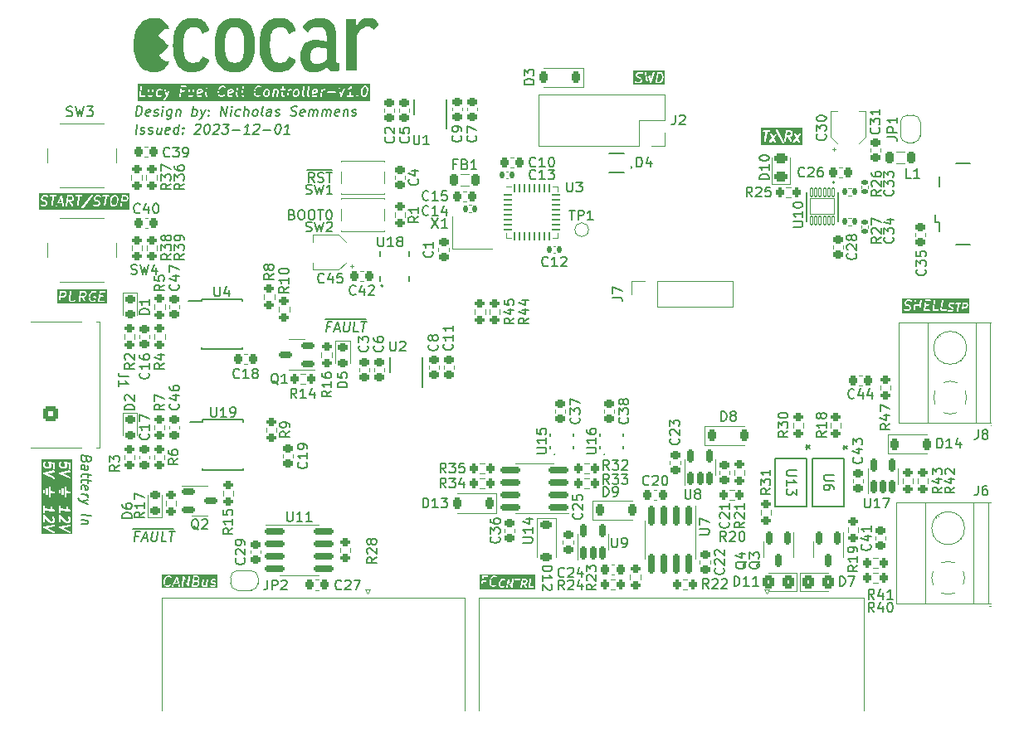
<source format=gto>
G04 #@! TF.GenerationSoftware,KiCad,Pcbnew,7.0.9*
G04 #@! TF.CreationDate,2023-12-02T16:20:12-07:00*
G04 #@! TF.ProjectId,Fuel_Cell_Controller_Prototype,4675656c-5f43-4656-9c6c-5f436f6e7472,V1.0*
G04 #@! TF.SameCoordinates,Original*
G04 #@! TF.FileFunction,Legend,Top*
G04 #@! TF.FilePolarity,Positive*
%FSLAX46Y46*%
G04 Gerber Fmt 4.6, Leading zero omitted, Abs format (unit mm)*
G04 Created by KiCad (PCBNEW 7.0.9) date 2023-12-02 16:20:12*
%MOMM*%
%LPD*%
G01*
G04 APERTURE LIST*
G04 Aperture macros list*
%AMRoundRect*
0 Rectangle with rounded corners*
0 $1 Rounding radius*
0 $2 $3 $4 $5 $6 $7 $8 $9 X,Y pos of 4 corners*
0 Add a 4 corners polygon primitive as box body*
4,1,4,$2,$3,$4,$5,$6,$7,$8,$9,$2,$3,0*
0 Add four circle primitives for the rounded corners*
1,1,$1+$1,$2,$3*
1,1,$1+$1,$4,$5*
1,1,$1+$1,$6,$7*
1,1,$1+$1,$8,$9*
0 Add four rect primitives between the rounded corners*
20,1,$1+$1,$2,$3,$4,$5,0*
20,1,$1+$1,$4,$5,$6,$7,0*
20,1,$1+$1,$6,$7,$8,$9,0*
20,1,$1+$1,$8,$9,$2,$3,0*%
%AMFreePoly0*
4,1,19,0.500000,-0.750000,0.000000,-0.750000,0.000000,-0.744911,-0.071157,-0.744911,-0.207708,-0.704816,-0.327430,-0.627875,-0.420627,-0.520320,-0.479746,-0.390866,-0.500000,-0.250000,-0.500000,0.250000,-0.479746,0.390866,-0.420627,0.520320,-0.327430,0.627875,-0.207708,0.704816,-0.071157,0.744911,0.000000,0.744911,0.000000,0.750000,0.500000,0.750000,0.500000,-0.750000,0.500000,-0.750000,
$1*%
%AMFreePoly1*
4,1,19,0.000000,0.744911,0.071157,0.744911,0.207708,0.704816,0.327430,0.627875,0.420627,0.520320,0.479746,0.390866,0.500000,0.250000,0.500000,-0.250000,0.479746,-0.390866,0.420627,-0.520320,0.327430,-0.627875,0.207708,-0.704816,0.071157,-0.744911,0.000000,-0.744911,0.000000,-0.750000,-0.500000,-0.750000,-0.500000,0.750000,0.000000,0.750000,0.000000,0.744911,0.000000,0.744911,
$1*%
G04 Aperture macros list end*
%ADD10C,0.150000*%
%ADD11C,0.200000*%
%ADD12C,0.120000*%
%ADD13C,0.127000*%
%ADD14C,0.152400*%
%ADD15C,0.010000*%
%ADD16RoundRect,0.218750X-0.218750X-0.381250X0.218750X-0.381250X0.218750X0.381250X-0.218750X0.381250X0*%
%ADD17RoundRect,0.218750X0.256250X-0.218750X0.256250X0.218750X-0.256250X0.218750X-0.256250X-0.218750X0*%
%ADD18RoundRect,0.218750X-0.256250X0.218750X-0.256250X-0.218750X0.256250X-0.218750X0.256250X0.218750X0*%
%ADD19RoundRect,0.225000X0.225000X0.250000X-0.225000X0.250000X-0.225000X-0.250000X0.225000X-0.250000X0*%
%ADD20RoundRect,0.225000X0.250000X-0.225000X0.250000X0.225000X-0.250000X0.225000X-0.250000X-0.225000X0*%
%ADD21RoundRect,0.225000X-0.225000X-0.250000X0.225000X-0.250000X0.225000X0.250000X-0.225000X0.250000X0*%
%ADD22RoundRect,0.200000X0.275000X-0.200000X0.275000X0.200000X-0.275000X0.200000X-0.275000X-0.200000X0*%
%ADD23RoundRect,0.225000X-0.250000X0.225000X-0.250000X-0.225000X0.250000X-0.225000X0.250000X0.225000X0*%
%ADD24RoundRect,0.250000X-0.325000X-0.450000X0.325000X-0.450000X0.325000X0.450000X-0.325000X0.450000X0*%
%ADD25RoundRect,0.150000X-0.150000X0.512500X-0.150000X-0.512500X0.150000X-0.512500X0.150000X0.512500X0*%
%ADD26RoundRect,0.200000X-0.275000X0.200000X-0.275000X-0.200000X0.275000X-0.200000X0.275000X0.200000X0*%
%ADD27RoundRect,0.150000X-0.150000X0.825000X-0.150000X-0.825000X0.150000X-0.825000X0.150000X0.825000X0*%
%ADD28C,3.200000*%
%ADD29C,2.000000*%
%ADD30RoundRect,0.200000X-0.200000X-0.275000X0.200000X-0.275000X0.200000X0.275000X-0.200000X0.275000X0*%
%ADD31R,1.050000X0.650000*%
%ADD32R,1.910000X0.610000*%
%ADD33R,1.205000X1.550000*%
%ADD34R,2.600000X2.600000*%
%ADD35C,2.600000*%
%ADD36RoundRect,0.200000X0.200000X0.275000X-0.200000X0.275000X-0.200000X-0.275000X0.200000X-0.275000X0*%
%ADD37RoundRect,0.150000X0.825000X0.150000X-0.825000X0.150000X-0.825000X-0.150000X0.825000X-0.150000X0*%
%ADD38R,1.700000X1.700000*%
%ADD39O,1.700000X1.700000*%
%ADD40R,0.300000X0.580000*%
%ADD41R,0.250000X0.580000*%
%ADD42R,0.630000X0.350000*%
%ADD43RoundRect,0.135000X-0.135000X-0.185000X0.135000X-0.185000X0.135000X0.185000X-0.135000X0.185000X0*%
%ADD44R,0.762000X0.279400*%
%ADD45R,0.450000X0.630000*%
%ADD46R,2.600000X1.700000*%
%ADD47RoundRect,0.140000X0.170000X-0.140000X0.170000X0.140000X-0.170000X0.140000X-0.170000X-0.140000X0*%
%ADD48FreePoly0,0.000000*%
%ADD49FreePoly1,0.000000*%
%ADD50RoundRect,0.150000X-0.825000X-0.150000X0.825000X-0.150000X0.825000X0.150000X-0.825000X0.150000X0*%
%ADD51C,1.000000*%
%ADD52RoundRect,0.250001X0.499999X-0.499999X0.499999X0.499999X-0.499999X0.499999X-0.499999X-0.499999X0*%
%ADD53C,1.500000*%
%ADD54FreePoly0,90.000000*%
%ADD55FreePoly1,90.000000*%
%ADD56R,2.200000X1.600000*%
%ADD57C,4.000000*%
%ADD58R,1.600000X1.600000*%
%ADD59C,1.600000*%
%ADD60R,0.558800X1.219200*%
%ADD61RoundRect,0.243750X0.456250X-0.243750X0.456250X0.243750X-0.456250X0.243750X-0.456250X-0.243750X0*%
%ADD62RoundRect,0.140000X-0.170000X0.140000X-0.170000X-0.140000X0.170000X-0.140000X0.170000X0.140000X0*%
%ADD63RoundRect,0.225000X0.225000X0.375000X-0.225000X0.375000X-0.225000X-0.375000X0.225000X-0.375000X0*%
%ADD64RoundRect,0.150000X0.150000X-0.512500X0.150000X0.512500X-0.150000X0.512500X-0.150000X-0.512500X0*%
%ADD65RoundRect,0.250000X0.325000X0.450000X-0.325000X0.450000X-0.325000X-0.450000X0.325000X-0.450000X0*%
%ADD66RoundRect,0.140000X0.140000X0.170000X-0.140000X0.170000X-0.140000X-0.170000X0.140000X-0.170000X0*%
%ADD67RoundRect,0.225000X-0.225000X-0.375000X0.225000X-0.375000X0.225000X0.375000X-0.225000X0.375000X0*%
%ADD68RoundRect,0.225000X-0.375000X0.225000X-0.375000X-0.225000X0.375000X-0.225000X0.375000X0.225000X0*%
%ADD69O,0.800000X0.800000*%
%ADD70R,1.300000X0.450000*%
%ADD71O,1.800000X1.150000*%
%ADD72O,2.000000X1.450000*%
%ADD73R,1.400000X1.200000*%
%ADD74RoundRect,0.140000X-0.140000X-0.170000X0.140000X-0.170000X0.140000X0.170000X-0.140000X0.170000X0*%
%ADD75RoundRect,0.057500X-0.117500X0.412500X-0.117500X-0.412500X0.117500X-0.412500X0.117500X0.412500X0*%
%ADD76RoundRect,0.050000X-1.250000X0.800000X-1.250000X-0.800000X1.250000X-0.800000X1.250000X0.800000X0*%
%ADD77RoundRect,0.150000X0.512500X0.150000X-0.512500X0.150000X-0.512500X-0.150000X0.512500X-0.150000X0*%
%ADD78RoundRect,0.062500X-0.375000X-0.062500X0.375000X-0.062500X0.375000X0.062500X-0.375000X0.062500X0*%
%ADD79RoundRect,0.062500X-0.062500X-0.375000X0.062500X-0.375000X0.062500X0.375000X-0.062500X0.375000X0*%
%ADD80R,3.450000X3.450000*%
%ADD81RoundRect,0.150000X-0.512500X-0.150000X0.512500X-0.150000X0.512500X0.150000X-0.512500X0.150000X0*%
%ADD82R,1.600000X2.200000*%
G04 APERTURE END LIST*
D10*
G36*
X108713784Y-82493154D02*
G01*
X108772952Y-82560774D01*
X108792749Y-82719151D01*
X108753341Y-83034421D01*
X108691532Y-83199241D01*
X108606363Y-83274948D01*
X108530140Y-83310819D01*
X108375178Y-83310819D01*
X108314547Y-83278482D01*
X108255381Y-83210862D01*
X108235583Y-83052484D01*
X108274992Y-82737217D01*
X108336800Y-82572395D01*
X108421972Y-82496687D01*
X108498194Y-82460819D01*
X108653156Y-82460819D01*
X108713784Y-82493154D01*
G37*
G36*
X103157050Y-83025104D02*
G01*
X102889972Y-83025104D01*
X103073588Y-82624488D01*
X103157050Y-83025104D01*
G37*
G36*
X104189974Y-82493154D02*
G01*
X104213614Y-82520171D01*
X104238048Y-82585327D01*
X104224535Y-82693432D01*
X104179494Y-82765497D01*
X104142076Y-82798757D01*
X104065854Y-82834628D01*
X103786625Y-82834628D01*
X103833351Y-82460819D01*
X104129346Y-82460819D01*
X104189974Y-82493154D01*
G37*
G36*
X109761403Y-82493154D02*
G01*
X109785043Y-82520171D01*
X109809477Y-82585327D01*
X109795964Y-82693432D01*
X109750923Y-82765497D01*
X109713505Y-82798757D01*
X109637283Y-82834628D01*
X109358054Y-82834628D01*
X109404780Y-82460819D01*
X109700775Y-82460819D01*
X109761403Y-82493154D01*
G37*
G36*
X110104044Y-83840973D02*
G01*
X100812524Y-83840973D01*
X100812524Y-83626051D01*
X105156459Y-83626051D01*
X105175371Y-83673740D01*
X105220514Y-83698116D01*
X105270763Y-83687772D01*
X105290231Y-83670467D01*
X105542129Y-83352280D01*
X106336334Y-83352280D01*
X106362619Y-83396338D01*
X106385361Y-83409037D01*
X106522265Y-83456656D01*
X106523216Y-83456642D01*
X106546904Y-83460819D01*
X106785000Y-83460819D01*
X106788351Y-83459599D01*
X106791799Y-83460510D01*
X106816935Y-83453680D01*
X106918125Y-83406061D01*
X106920128Y-83404042D01*
X106936018Y-83394255D01*
X106989589Y-83346636D01*
X106990954Y-83344107D01*
X107003362Y-83330330D01*
X107062885Y-83235091D01*
X107063581Y-83231817D01*
X107066036Y-83229538D01*
X107073706Y-83204645D01*
X107085611Y-83109407D01*
X107084445Y-83104309D01*
X107086187Y-83099377D01*
X107081415Y-83073770D01*
X107045701Y-82978532D01*
X107045416Y-82978199D01*
X107045407Y-82977761D01*
X107031919Y-82955478D01*
X106990252Y-82907859D01*
X106989801Y-82907611D01*
X106989609Y-82907133D01*
X106969103Y-82891071D01*
X106879818Y-82843452D01*
X106876344Y-82842959D01*
X106863264Y-82837007D01*
X106687399Y-82791622D01*
X106618117Y-82754671D01*
X106594479Y-82727656D01*
X106570045Y-82662500D01*
X106577606Y-82602014D01*
X106622647Y-82529949D01*
X106660066Y-82496687D01*
X106736289Y-82460819D01*
X106944949Y-82460819D01*
X107069885Y-82504275D01*
X107121183Y-82503540D01*
X107160007Y-82470004D01*
X107168190Y-82419357D01*
X107141905Y-82375300D01*
X107137419Y-82372795D01*
X107312329Y-82372795D01*
X107321238Y-82423319D01*
X107360538Y-82456296D01*
X107386190Y-82460819D01*
X107586946Y-82460819D01*
X107472484Y-83376516D01*
X107483916Y-83426530D01*
X107524820Y-83457494D01*
X107576059Y-83454921D01*
X107613656Y-83420015D01*
X107621326Y-83395122D01*
X107662993Y-83061788D01*
X108085579Y-83061788D01*
X108109389Y-83252263D01*
X108113684Y-83260647D01*
X108113879Y-83270065D01*
X108127366Y-83292348D01*
X108210700Y-83387588D01*
X108211150Y-83387835D01*
X108211343Y-83388314D01*
X108231849Y-83404377D01*
X108321135Y-83451996D01*
X108326571Y-83452767D01*
X108330777Y-83456296D01*
X108356429Y-83460819D01*
X108546905Y-83460819D01*
X108550256Y-83459599D01*
X108553704Y-83460510D01*
X108578840Y-83453680D01*
X108680030Y-83406061D01*
X108682033Y-83404042D01*
X108697923Y-83394255D01*
X108717879Y-83376516D01*
X109139150Y-83376516D01*
X109150582Y-83426530D01*
X109191486Y-83457494D01*
X109242725Y-83454921D01*
X109280322Y-83420015D01*
X109287992Y-83395122D01*
X109339304Y-82984628D01*
X109654048Y-82984628D01*
X109657399Y-82983408D01*
X109660847Y-82984319D01*
X109685983Y-82977489D01*
X109787173Y-82929870D01*
X109789176Y-82927852D01*
X109805065Y-82918065D01*
X109858637Y-82870445D01*
X109860001Y-82867917D01*
X109872409Y-82854140D01*
X109931933Y-82758902D01*
X109932629Y-82755625D01*
X109935084Y-82753347D01*
X109942754Y-82728455D01*
X109960611Y-82585597D01*
X109959445Y-82580499D01*
X109961187Y-82575568D01*
X109956415Y-82549961D01*
X109920701Y-82454723D01*
X109920416Y-82454390D01*
X109920407Y-82453952D01*
X109906919Y-82431669D01*
X109865252Y-82384050D01*
X109864801Y-82383802D01*
X109864609Y-82383324D01*
X109844103Y-82367262D01*
X109754818Y-82319643D01*
X109749383Y-82318872D01*
X109745176Y-82315342D01*
X109719524Y-82310819D01*
X109338571Y-82310819D01*
X109324439Y-82315962D01*
X109309417Y-82316717D01*
X109301066Y-82324469D01*
X109290362Y-82328366D01*
X109282841Y-82341390D01*
X109271820Y-82351624D01*
X109265968Y-82370615D01*
X109264710Y-82372795D01*
X109264923Y-82374006D01*
X109264150Y-82376517D01*
X109139150Y-83376516D01*
X108717879Y-83376516D01*
X108805065Y-83299017D01*
X108807590Y-83294339D01*
X108812221Y-83291726D01*
X108825463Y-83269295D01*
X108896892Y-83078819D01*
X108896926Y-83075294D01*
X108901088Y-83061787D01*
X108942754Y-82728454D01*
X108941987Y-82725101D01*
X108942754Y-82709849D01*
X108918945Y-82519374D01*
X108914649Y-82510989D01*
X108914455Y-82501572D01*
X108900967Y-82479288D01*
X108817633Y-82384050D01*
X108817182Y-82383802D01*
X108816990Y-82383324D01*
X108796484Y-82367262D01*
X108707199Y-82319643D01*
X108701764Y-82318872D01*
X108697557Y-82315342D01*
X108671905Y-82310819D01*
X108481429Y-82310819D01*
X108478079Y-82312038D01*
X108474631Y-82311127D01*
X108449495Y-82317957D01*
X108348303Y-82365577D01*
X108346299Y-82367594D01*
X108330411Y-82377382D01*
X108223268Y-82472620D01*
X108220741Y-82477298D01*
X108216112Y-82479912D01*
X108202870Y-82502342D01*
X108131442Y-82692818D01*
X108131407Y-82696342D01*
X108127246Y-82709849D01*
X108085579Y-83043182D01*
X108086344Y-83046532D01*
X108085579Y-83061788D01*
X107662993Y-83061788D01*
X107738114Y-82460819D01*
X107957619Y-82460819D01*
X108005828Y-82443272D01*
X108031480Y-82398843D01*
X108022571Y-82348319D01*
X107983271Y-82315342D01*
X107957619Y-82310819D01*
X107386190Y-82310819D01*
X107337981Y-82328366D01*
X107312329Y-82372795D01*
X107137419Y-82372795D01*
X107119163Y-82362601D01*
X106982258Y-82314982D01*
X106981306Y-82314995D01*
X106957619Y-82310819D01*
X106719524Y-82310819D01*
X106716174Y-82312038D01*
X106712726Y-82311127D01*
X106687590Y-82317957D01*
X106586398Y-82365577D01*
X106584394Y-82367594D01*
X106568506Y-82377382D01*
X106514935Y-82425001D01*
X106513569Y-82427529D01*
X106501162Y-82441307D01*
X106441638Y-82536545D01*
X106440941Y-82539821D01*
X106438487Y-82542100D01*
X106430817Y-82566992D01*
X106418912Y-82662230D01*
X106420077Y-82667327D01*
X106418336Y-82672260D01*
X106423108Y-82697867D01*
X106458822Y-82793105D01*
X106459106Y-82793437D01*
X106459116Y-82793876D01*
X106472604Y-82816159D01*
X106514271Y-82863778D01*
X106514721Y-82864025D01*
X106514914Y-82864504D01*
X106535420Y-82880567D01*
X106624706Y-82928186D01*
X106628183Y-82928679D01*
X106641259Y-82934630D01*
X106817124Y-82980014D01*
X106886403Y-83016963D01*
X106910043Y-83043980D01*
X106934477Y-83109136D01*
X106926916Y-83169622D01*
X106881875Y-83241688D01*
X106844458Y-83274948D01*
X106768235Y-83310819D01*
X106559574Y-83310819D01*
X106434639Y-83267363D01*
X106383341Y-83268098D01*
X106344517Y-83301634D01*
X106336334Y-83352280D01*
X105542129Y-83352280D01*
X106308089Y-82384752D01*
X106324255Y-82336063D01*
X106305342Y-82288373D01*
X106260199Y-82263998D01*
X106209950Y-82274342D01*
X106190482Y-82291647D01*
X105172625Y-83577361D01*
X105156459Y-83626051D01*
X100812524Y-83626051D01*
X100812524Y-83352280D01*
X100955381Y-83352280D01*
X100981666Y-83396338D01*
X101004408Y-83409037D01*
X101141312Y-83456656D01*
X101142263Y-83456642D01*
X101165951Y-83460819D01*
X101404047Y-83460819D01*
X101407398Y-83459599D01*
X101410846Y-83460510D01*
X101435982Y-83453680D01*
X101537172Y-83406061D01*
X101539175Y-83404042D01*
X101555065Y-83394255D01*
X101608636Y-83346636D01*
X101610001Y-83344107D01*
X101622409Y-83330330D01*
X101681932Y-83235091D01*
X101682628Y-83231817D01*
X101685083Y-83229538D01*
X101692753Y-83204645D01*
X101704658Y-83109407D01*
X101703492Y-83104309D01*
X101705234Y-83099377D01*
X101700462Y-83073770D01*
X101664748Y-82978532D01*
X101664463Y-82978199D01*
X101664454Y-82977761D01*
X101650966Y-82955478D01*
X101609299Y-82907859D01*
X101608848Y-82907611D01*
X101608656Y-82907133D01*
X101588150Y-82891071D01*
X101498865Y-82843452D01*
X101495391Y-82842959D01*
X101482311Y-82837007D01*
X101306446Y-82791622D01*
X101237164Y-82754671D01*
X101213526Y-82727656D01*
X101189092Y-82662500D01*
X101196653Y-82602014D01*
X101241694Y-82529949D01*
X101279113Y-82496687D01*
X101355336Y-82460819D01*
X101563996Y-82460819D01*
X101688932Y-82504275D01*
X101740230Y-82503540D01*
X101779054Y-82470004D01*
X101787237Y-82419357D01*
X101760952Y-82375300D01*
X101756466Y-82372795D01*
X101931376Y-82372795D01*
X101940285Y-82423319D01*
X101979585Y-82456296D01*
X102005237Y-82460819D01*
X102205993Y-82460819D01*
X102091531Y-83376516D01*
X102102963Y-83426530D01*
X102143867Y-83457494D01*
X102195106Y-83454921D01*
X102232703Y-83420015D01*
X102237112Y-83405706D01*
X102569827Y-83405706D01*
X102599528Y-83447537D01*
X102649169Y-83460489D01*
X102695522Y-83438503D01*
X102710322Y-83417068D01*
X102821222Y-83175104D01*
X103188300Y-83175104D01*
X103235386Y-83401116D01*
X103262396Y-83444733D01*
X103311123Y-83460784D01*
X103358768Y-83441758D01*
X103383036Y-83396558D01*
X103382418Y-83376516D01*
X103567721Y-83376516D01*
X103579153Y-83426530D01*
X103620057Y-83457494D01*
X103671296Y-83454921D01*
X103708893Y-83420015D01*
X103716563Y-83395122D01*
X103767875Y-82984628D01*
X103896372Y-82984628D01*
X104148553Y-83423204D01*
X104187795Y-83456250D01*
X104239098Y-83456341D01*
X104278457Y-83423433D01*
X104287455Y-83372926D01*
X104278589Y-83348433D01*
X104069401Y-82984628D01*
X104082619Y-82984628D01*
X104085970Y-82983408D01*
X104089418Y-82984319D01*
X104114554Y-82977489D01*
X104215744Y-82929870D01*
X104217747Y-82927852D01*
X104233636Y-82918065D01*
X104287208Y-82870445D01*
X104288572Y-82867917D01*
X104300980Y-82854140D01*
X104360504Y-82758902D01*
X104361200Y-82755625D01*
X104363655Y-82753347D01*
X104371325Y-82728455D01*
X104389182Y-82585597D01*
X104388016Y-82580499D01*
X104389758Y-82575568D01*
X104384986Y-82549961D01*
X104349272Y-82454723D01*
X104348987Y-82454390D01*
X104348978Y-82453952D01*
X104335490Y-82431669D01*
X104293823Y-82384050D01*
X104293372Y-82383802D01*
X104293180Y-82383324D01*
X104279738Y-82372795D01*
X104550424Y-82372795D01*
X104559333Y-82423319D01*
X104598633Y-82456296D01*
X104624285Y-82460819D01*
X104825041Y-82460819D01*
X104710579Y-83376516D01*
X104722011Y-83426530D01*
X104762915Y-83457494D01*
X104814154Y-83454921D01*
X104851751Y-83420015D01*
X104859421Y-83395122D01*
X104976209Y-82460819D01*
X105195714Y-82460819D01*
X105243923Y-82443272D01*
X105269575Y-82398843D01*
X105260666Y-82348319D01*
X105221366Y-82315342D01*
X105195714Y-82310819D01*
X104624285Y-82310819D01*
X104576076Y-82328366D01*
X104550424Y-82372795D01*
X104279738Y-82372795D01*
X104272674Y-82367262D01*
X104183389Y-82319643D01*
X104177954Y-82318872D01*
X104173747Y-82315342D01*
X104148095Y-82310819D01*
X103767142Y-82310819D01*
X103753010Y-82315962D01*
X103737988Y-82316717D01*
X103729637Y-82324469D01*
X103718933Y-82328366D01*
X103711412Y-82341390D01*
X103700391Y-82351624D01*
X103694539Y-82370615D01*
X103693281Y-82372795D01*
X103693494Y-82374006D01*
X103692721Y-82376517D01*
X103567721Y-83376516D01*
X103382418Y-83376516D01*
X103382233Y-83370523D01*
X103173900Y-82370522D01*
X103172590Y-82368407D01*
X103172791Y-82365932D01*
X103159225Y-82346825D01*
X103146889Y-82326906D01*
X103144529Y-82326128D01*
X103143090Y-82324101D01*
X103120415Y-82318184D01*
X103098162Y-82310854D01*
X103095852Y-82311776D01*
X103093449Y-82311149D01*
X103072277Y-82321190D01*
X103050517Y-82329881D01*
X103049341Y-82332069D01*
X103047096Y-82333135D01*
X103032296Y-82354570D01*
X102573962Y-83354570D01*
X102569827Y-83405706D01*
X102237112Y-83405706D01*
X102240373Y-83395122D01*
X102357161Y-82460819D01*
X102576666Y-82460819D01*
X102624875Y-82443272D01*
X102650527Y-82398843D01*
X102641618Y-82348319D01*
X102602318Y-82315342D01*
X102576666Y-82310819D01*
X102005237Y-82310819D01*
X101957028Y-82328366D01*
X101931376Y-82372795D01*
X101756466Y-82372795D01*
X101738210Y-82362601D01*
X101601305Y-82314982D01*
X101600353Y-82314995D01*
X101576666Y-82310819D01*
X101338571Y-82310819D01*
X101335221Y-82312038D01*
X101331773Y-82311127D01*
X101306637Y-82317957D01*
X101205445Y-82365577D01*
X101203441Y-82367594D01*
X101187553Y-82377382D01*
X101133982Y-82425001D01*
X101132616Y-82427529D01*
X101120209Y-82441307D01*
X101060685Y-82536545D01*
X101059988Y-82539821D01*
X101057534Y-82542100D01*
X101049864Y-82566992D01*
X101037959Y-82662230D01*
X101039124Y-82667327D01*
X101037383Y-82672260D01*
X101042155Y-82697867D01*
X101077869Y-82793105D01*
X101078153Y-82793437D01*
X101078163Y-82793876D01*
X101091651Y-82816159D01*
X101133318Y-82863778D01*
X101133768Y-82864025D01*
X101133961Y-82864504D01*
X101154467Y-82880567D01*
X101243753Y-82928186D01*
X101247230Y-82928679D01*
X101260306Y-82934630D01*
X101436171Y-82980014D01*
X101505450Y-83016963D01*
X101529090Y-83043980D01*
X101553524Y-83109136D01*
X101545963Y-83169622D01*
X101500922Y-83241688D01*
X101463505Y-83274948D01*
X101387282Y-83310819D01*
X101178621Y-83310819D01*
X101053686Y-83267363D01*
X101002388Y-83268098D01*
X100963564Y-83301634D01*
X100955381Y-83352280D01*
X100812524Y-83352280D01*
X100812524Y-82121141D01*
X110104044Y-82121141D01*
X110104044Y-83840973D01*
G37*
D11*
X110962530Y-117143409D02*
X110629197Y-117143409D01*
X110563720Y-117667219D02*
X110688720Y-116667219D01*
X110688720Y-116667219D02*
X111164911Y-116667219D01*
X111408959Y-117381504D02*
X111885149Y-117381504D01*
X111278006Y-117667219D02*
X111736340Y-116667219D01*
X111736340Y-116667219D02*
X111944673Y-117667219D01*
X112403006Y-116667219D02*
X112301816Y-117476742D01*
X112301816Y-117476742D02*
X112337530Y-117571980D01*
X112337530Y-117571980D02*
X112379197Y-117619600D01*
X112379197Y-117619600D02*
X112468483Y-117667219D01*
X112468483Y-117667219D02*
X112658959Y-117667219D01*
X112658959Y-117667219D02*
X112760149Y-117619600D01*
X112760149Y-117619600D02*
X112813721Y-117571980D01*
X112813721Y-117571980D02*
X112873244Y-117476742D01*
X112873244Y-117476742D02*
X112974435Y-116667219D01*
X113801816Y-117667219D02*
X113325625Y-117667219D01*
X113325625Y-117667219D02*
X113450625Y-116667219D01*
X114117292Y-116667219D02*
X114688721Y-116667219D01*
X114278007Y-117667219D02*
X114403007Y-116667219D01*
X110431578Y-116389600D02*
X114564912Y-116389600D01*
G36*
X104211637Y-116961369D02*
G01*
X101115923Y-116961369D01*
X101115923Y-116251288D01*
X101259370Y-116251288D01*
X101265604Y-116281214D01*
X101271638Y-116311198D01*
X101271902Y-116311441D01*
X101271976Y-116311793D01*
X101294678Y-116332401D01*
X101317115Y-116353049D01*
X102317114Y-116811382D01*
X102378505Y-116818512D01*
X102432362Y-116788194D01*
X102458113Y-116732010D01*
X102445922Y-116671421D01*
X102400445Y-116629569D01*
X101677004Y-116297993D01*
X101901187Y-116251288D01*
X102869370Y-116251288D01*
X102875604Y-116281214D01*
X102881638Y-116311198D01*
X102881902Y-116311441D01*
X102881976Y-116311793D01*
X102904678Y-116332401D01*
X102927115Y-116353049D01*
X103927114Y-116811382D01*
X103988505Y-116818512D01*
X104042362Y-116788194D01*
X104068113Y-116732010D01*
X104055922Y-116671421D01*
X104010445Y-116629569D01*
X103287004Y-116297993D01*
X103989175Y-116151707D01*
X104042824Y-116121022D01*
X104068189Y-116064664D01*
X104055584Y-116004159D01*
X104009823Y-115962619D01*
X103948384Y-115955911D01*
X102948385Y-116164245D01*
X102921910Y-116179387D01*
X102895198Y-116194425D01*
X102895048Y-116194751D01*
X102894736Y-116194930D01*
X102882153Y-116222886D01*
X102869447Y-116250609D01*
X102869517Y-116250960D01*
X102869370Y-116251288D01*
X101901187Y-116251288D01*
X102379175Y-116151707D01*
X102432824Y-116121022D01*
X102458189Y-116064664D01*
X102445584Y-116004159D01*
X102399823Y-115962619D01*
X102338384Y-115955911D01*
X101338385Y-116164245D01*
X101311910Y-116179387D01*
X101285198Y-116194425D01*
X101285048Y-116194751D01*
X101284736Y-116194930D01*
X101272153Y-116222886D01*
X101259447Y-116250609D01*
X101259517Y-116250960D01*
X101259370Y-116251288D01*
X101115923Y-116251288D01*
X101115923Y-115643095D01*
X101258780Y-115643095D01*
X101277878Y-115701874D01*
X101327878Y-115738201D01*
X101389682Y-115738201D01*
X101439682Y-115701874D01*
X101458780Y-115643095D01*
X101458780Y-115287066D01*
X101855468Y-115733340D01*
X101873318Y-115743799D01*
X101888543Y-115757810D01*
X102031400Y-115823287D01*
X102046708Y-115825064D01*
X102060663Y-115831609D01*
X102155901Y-115843513D01*
X102179455Y-115838987D01*
X102203416Y-115837918D01*
X102298654Y-115802204D01*
X102312783Y-115790942D01*
X102329393Y-115783828D01*
X102377012Y-115742161D01*
X102386315Y-115726562D01*
X102399396Y-115713963D01*
X102437193Y-115643095D01*
X102868780Y-115643095D01*
X102887878Y-115701874D01*
X102937878Y-115738201D01*
X102999682Y-115738201D01*
X103049682Y-115701874D01*
X103068780Y-115643095D01*
X103068780Y-115287066D01*
X103465468Y-115733340D01*
X103483318Y-115743799D01*
X103498543Y-115757810D01*
X103641400Y-115823287D01*
X103656708Y-115825064D01*
X103670663Y-115831609D01*
X103765901Y-115843513D01*
X103789455Y-115838987D01*
X103813416Y-115837918D01*
X103908654Y-115802204D01*
X103922783Y-115790942D01*
X103939393Y-115783828D01*
X103987012Y-115742161D01*
X103996315Y-115726562D01*
X104009396Y-115713963D01*
X104057015Y-115624678D01*
X104061267Y-115600741D01*
X104068780Y-115577619D01*
X104068780Y-115339523D01*
X104062009Y-115318684D01*
X104059262Y-115296943D01*
X104011643Y-115195753D01*
X104001715Y-115185181D01*
X103995902Y-115171897D01*
X103948283Y-115118325D01*
X103894958Y-115087082D01*
X103833453Y-115093149D01*
X103787260Y-115134209D01*
X103774024Y-115194579D01*
X103798801Y-115251199D01*
X103836827Y-115293978D01*
X103868780Y-115361877D01*
X103868780Y-115552619D01*
X103841538Y-115603697D01*
X103821388Y-115621328D01*
X103766260Y-115642001D01*
X103710739Y-115635061D01*
X103600984Y-115584756D01*
X103043521Y-114957611D01*
X103020901Y-114944358D01*
X102999682Y-114928941D01*
X102994589Y-114928941D01*
X102990196Y-114926367D01*
X102964102Y-114928941D01*
X102937878Y-114928941D01*
X102933758Y-114931934D01*
X102928691Y-114932434D01*
X102909094Y-114949853D01*
X102887878Y-114965268D01*
X102886304Y-114970111D01*
X102882499Y-114973494D01*
X102876882Y-114999110D01*
X102868780Y-115024047D01*
X102868780Y-115643095D01*
X102437193Y-115643095D01*
X102447015Y-115624678D01*
X102451267Y-115600741D01*
X102458780Y-115577619D01*
X102458780Y-115339523D01*
X102452009Y-115318684D01*
X102449262Y-115296943D01*
X102401643Y-115195753D01*
X102391715Y-115185181D01*
X102385902Y-115171897D01*
X102338283Y-115118325D01*
X102284958Y-115087082D01*
X102223453Y-115093149D01*
X102177260Y-115134209D01*
X102164024Y-115194579D01*
X102188801Y-115251199D01*
X102226827Y-115293978D01*
X102258780Y-115361877D01*
X102258780Y-115552619D01*
X102231538Y-115603697D01*
X102211388Y-115621328D01*
X102156260Y-115642001D01*
X102100739Y-115635061D01*
X101990984Y-115584756D01*
X101433521Y-114957611D01*
X101410901Y-114944358D01*
X101389682Y-114928941D01*
X101384589Y-114928941D01*
X101380196Y-114926367D01*
X101354102Y-114928941D01*
X101327878Y-114928941D01*
X101323758Y-114931934D01*
X101318691Y-114932434D01*
X101299094Y-114949853D01*
X101277878Y-114965268D01*
X101276304Y-114970111D01*
X101272499Y-114973494D01*
X101266882Y-114999110D01*
X101258780Y-115024047D01*
X101258780Y-115643095D01*
X101115923Y-115643095D01*
X101115923Y-114690714D01*
X101258780Y-114690714D01*
X101277878Y-114749493D01*
X101327878Y-114785820D01*
X101389682Y-114785820D01*
X101439682Y-114749493D01*
X101458780Y-114690714D01*
X102868780Y-114690714D01*
X102887878Y-114749493D01*
X102937878Y-114785820D01*
X102999682Y-114785820D01*
X103049682Y-114749493D01*
X103068780Y-114690714D01*
X103068780Y-114518278D01*
X103956376Y-114629228D01*
X103960608Y-114628414D01*
X103964649Y-114629915D01*
X103990602Y-114622652D01*
X104017070Y-114617568D01*
X104020016Y-114614422D01*
X104024166Y-114613261D01*
X104040892Y-114592132D01*
X104059318Y-114572460D01*
X104059852Y-114568183D01*
X104062528Y-114564804D01*
X104063641Y-114537873D01*
X104066984Y-114511133D01*
X104064903Y-114507359D01*
X104065081Y-114503054D01*
X104050158Y-114480621D01*
X104037140Y-114457013D01*
X104033236Y-114455182D01*
X104030850Y-114451595D01*
X103894851Y-114343928D01*
X103815017Y-114254115D01*
X103773548Y-114165992D01*
X103731240Y-114120939D01*
X103670531Y-114109359D01*
X103614610Y-114135675D01*
X103584836Y-114189834D01*
X103592584Y-114251150D01*
X103640203Y-114352342D01*
X103650129Y-114362912D01*
X103655944Y-114376199D01*
X103669862Y-114391856D01*
X103068780Y-114316721D01*
X103068780Y-114119285D01*
X103049682Y-114060506D01*
X102999682Y-114024179D01*
X102937878Y-114024179D01*
X102887878Y-114060506D01*
X102868780Y-114119285D01*
X102868780Y-114690714D01*
X101458780Y-114690714D01*
X101458780Y-114518278D01*
X102346376Y-114629228D01*
X102350608Y-114628414D01*
X102354649Y-114629915D01*
X102380602Y-114622652D01*
X102407070Y-114617568D01*
X102410016Y-114614422D01*
X102414166Y-114613261D01*
X102430892Y-114592132D01*
X102449318Y-114572460D01*
X102449852Y-114568183D01*
X102452528Y-114564804D01*
X102453641Y-114537873D01*
X102456984Y-114511133D01*
X102454903Y-114507359D01*
X102455081Y-114503054D01*
X102440158Y-114480621D01*
X102427140Y-114457013D01*
X102423236Y-114455182D01*
X102420850Y-114451595D01*
X102284851Y-114343928D01*
X102205017Y-114254115D01*
X102163548Y-114165992D01*
X102121240Y-114120939D01*
X102060531Y-114109359D01*
X102004610Y-114135675D01*
X101974836Y-114189834D01*
X101982584Y-114251150D01*
X102030203Y-114352342D01*
X102040129Y-114362912D01*
X102045944Y-114376199D01*
X102059862Y-114391856D01*
X101458780Y-114316721D01*
X101458780Y-114119285D01*
X101439682Y-114060506D01*
X101389682Y-114024179D01*
X101327878Y-114024179D01*
X101277878Y-114060506D01*
X101258780Y-114119285D01*
X101258780Y-114690714D01*
X101115923Y-114690714D01*
X101115923Y-113095476D01*
X101830209Y-113095476D01*
X101849307Y-113154255D01*
X101899307Y-113190582D01*
X101961111Y-113190582D01*
X102011111Y-113154255D01*
X102030209Y-113095476D01*
X103440209Y-113095476D01*
X103459307Y-113154255D01*
X103509307Y-113190582D01*
X103571111Y-113190582D01*
X103621111Y-113154255D01*
X103640209Y-113095476D01*
X103640209Y-112732563D01*
X103956376Y-112772085D01*
X104017070Y-112760425D01*
X104059318Y-112715317D01*
X104066984Y-112653990D01*
X104037140Y-112599870D01*
X103981183Y-112573629D01*
X103640209Y-112531006D01*
X103640209Y-112143095D01*
X103621111Y-112084316D01*
X103571111Y-112047989D01*
X103509307Y-112047989D01*
X103459307Y-112084316D01*
X103440209Y-112143095D01*
X103440209Y-113095476D01*
X102030209Y-113095476D01*
X102030209Y-112869285D01*
X103154495Y-112869285D01*
X103173593Y-112928064D01*
X103223593Y-112964391D01*
X103285397Y-112964391D01*
X103335397Y-112928064D01*
X103354495Y-112869285D01*
X103354495Y-112297857D01*
X103335397Y-112239078D01*
X103285397Y-112202751D01*
X103223593Y-112202751D01*
X103173593Y-112239078D01*
X103154495Y-112297857D01*
X103154495Y-112869285D01*
X102030209Y-112869285D01*
X102030209Y-112732563D01*
X102346376Y-112772085D01*
X102407070Y-112760425D01*
X102449318Y-112715317D01*
X102456984Y-112653990D01*
X102450976Y-112643095D01*
X102868780Y-112643095D01*
X102887878Y-112701874D01*
X102937878Y-112738201D01*
X102999682Y-112738201D01*
X103049682Y-112701874D01*
X103068780Y-112643095D01*
X103068780Y-112452619D01*
X103049682Y-112393840D01*
X102999682Y-112357513D01*
X102937878Y-112357513D01*
X102887878Y-112393840D01*
X102868780Y-112452619D01*
X102868780Y-112643095D01*
X102450976Y-112643095D01*
X102427140Y-112599870D01*
X102371183Y-112573629D01*
X102030209Y-112531006D01*
X102030209Y-112143095D01*
X102011111Y-112084316D01*
X101961111Y-112047989D01*
X101899307Y-112047989D01*
X101849307Y-112084316D01*
X101830209Y-112143095D01*
X101830209Y-113095476D01*
X101115923Y-113095476D01*
X101115923Y-112869285D01*
X101544495Y-112869285D01*
X101563593Y-112928064D01*
X101613593Y-112964391D01*
X101675397Y-112964391D01*
X101725397Y-112928064D01*
X101744495Y-112869285D01*
X101744495Y-112297857D01*
X101725397Y-112239078D01*
X101675397Y-112202751D01*
X101613593Y-112202751D01*
X101563593Y-112239078D01*
X101544495Y-112297857D01*
X101544495Y-112869285D01*
X101115923Y-112869285D01*
X101115923Y-112643095D01*
X101258780Y-112643095D01*
X101277878Y-112701874D01*
X101327878Y-112738201D01*
X101389682Y-112738201D01*
X101439682Y-112701874D01*
X101458780Y-112643095D01*
X101458780Y-112452619D01*
X101439682Y-112393840D01*
X101389682Y-112357513D01*
X101327878Y-112357513D01*
X101277878Y-112393840D01*
X101258780Y-112452619D01*
X101258780Y-112643095D01*
X101115923Y-112643095D01*
X101115923Y-110727478D01*
X101259370Y-110727478D01*
X101265604Y-110757404D01*
X101271638Y-110787388D01*
X101271902Y-110787631D01*
X101271976Y-110787983D01*
X101294678Y-110808591D01*
X101317115Y-110829239D01*
X102317114Y-111287572D01*
X102378505Y-111294702D01*
X102432362Y-111264384D01*
X102458113Y-111208200D01*
X102445922Y-111147611D01*
X102400445Y-111105759D01*
X101677004Y-110774183D01*
X101901187Y-110727478D01*
X102869370Y-110727478D01*
X102875604Y-110757404D01*
X102881638Y-110787388D01*
X102881902Y-110787631D01*
X102881976Y-110787983D01*
X102904678Y-110808591D01*
X102927115Y-110829239D01*
X103927114Y-111287572D01*
X103988505Y-111294702D01*
X104042362Y-111264384D01*
X104068113Y-111208200D01*
X104055922Y-111147611D01*
X104010445Y-111105759D01*
X103287004Y-110774183D01*
X103989175Y-110627897D01*
X104042824Y-110597212D01*
X104068189Y-110540854D01*
X104055584Y-110480349D01*
X104009823Y-110438809D01*
X103948384Y-110432101D01*
X102948385Y-110640435D01*
X102921910Y-110655577D01*
X102895198Y-110670615D01*
X102895048Y-110670941D01*
X102894736Y-110671120D01*
X102882153Y-110699076D01*
X102869447Y-110726799D01*
X102869517Y-110727150D01*
X102869370Y-110727478D01*
X101901187Y-110727478D01*
X102379175Y-110627897D01*
X102432824Y-110597212D01*
X102458189Y-110540854D01*
X102445584Y-110480349D01*
X102399823Y-110438809D01*
X102338384Y-110432101D01*
X101338385Y-110640435D01*
X101311910Y-110655577D01*
X101285198Y-110670615D01*
X101285048Y-110670941D01*
X101284736Y-110671120D01*
X101272153Y-110699076D01*
X101259447Y-110726799D01*
X101259517Y-110727150D01*
X101259370Y-110727478D01*
X101115923Y-110727478D01*
X101115923Y-109928809D01*
X101258780Y-109928809D01*
X101265551Y-109949650D01*
X101268299Y-109971390D01*
X101315919Y-110072580D01*
X101325845Y-110083150D01*
X101331659Y-110096435D01*
X101379278Y-110150007D01*
X101391739Y-110157308D01*
X101401020Y-110168371D01*
X101496258Y-110227894D01*
X101517255Y-110233131D01*
X101536853Y-110242322D01*
X101774949Y-110272084D01*
X101798502Y-110267558D01*
X101822464Y-110266489D01*
X101917702Y-110230775D01*
X101931831Y-110219513D01*
X101948441Y-110212399D01*
X101996060Y-110170732D01*
X102005363Y-110155133D01*
X102018444Y-110142534D01*
X102066063Y-110053249D01*
X102070315Y-110029312D01*
X102077828Y-110006190D01*
X102077828Y-109768094D01*
X102074907Y-109759103D01*
X102258780Y-109800475D01*
X102258780Y-110196666D01*
X102277878Y-110255445D01*
X102327878Y-110291772D01*
X102389682Y-110291772D01*
X102439682Y-110255445D01*
X102458780Y-110196666D01*
X102458780Y-109928809D01*
X102868780Y-109928809D01*
X102875551Y-109949650D01*
X102878299Y-109971390D01*
X102925919Y-110072580D01*
X102935845Y-110083150D01*
X102941659Y-110096435D01*
X102989278Y-110150007D01*
X103001739Y-110157308D01*
X103011020Y-110168371D01*
X103106258Y-110227894D01*
X103127255Y-110233131D01*
X103146853Y-110242322D01*
X103384949Y-110272084D01*
X103408502Y-110267558D01*
X103432464Y-110266489D01*
X103527702Y-110230775D01*
X103541831Y-110219513D01*
X103558441Y-110212399D01*
X103606060Y-110170732D01*
X103615363Y-110155133D01*
X103628444Y-110142534D01*
X103676063Y-110053249D01*
X103680315Y-110029312D01*
X103687828Y-110006190D01*
X103687828Y-109768094D01*
X103684907Y-109759103D01*
X103868780Y-109800475D01*
X103868780Y-110196666D01*
X103887878Y-110255445D01*
X103937878Y-110291772D01*
X103999682Y-110291772D01*
X104049682Y-110255445D01*
X104068780Y-110196666D01*
X104068780Y-109720475D01*
X104067293Y-109715899D01*
X104068350Y-109711204D01*
X104057863Y-109686877D01*
X104049682Y-109661696D01*
X104045790Y-109658868D01*
X104043885Y-109654449D01*
X104021108Y-109640936D01*
X103999682Y-109625369D01*
X103994869Y-109625369D01*
X103990731Y-109622914D01*
X103514541Y-109515772D01*
X103514254Y-109515798D01*
X103514006Y-109515653D01*
X103483474Y-109518664D01*
X103453003Y-109521502D01*
X103452787Y-109521691D01*
X103452501Y-109521720D01*
X103429578Y-109542095D01*
X103406587Y-109562308D01*
X103406523Y-109562588D01*
X103406308Y-109562780D01*
X103399724Y-109592806D01*
X103393020Y-109622605D01*
X103393133Y-109622868D01*
X103393072Y-109623150D01*
X103405363Y-109651238D01*
X103417486Y-109679359D01*
X103417733Y-109679505D01*
X103417849Y-109679770D01*
X103455875Y-109722549D01*
X103487828Y-109790448D01*
X103487828Y-109981190D01*
X103460586Y-110032268D01*
X103440436Y-110049899D01*
X103385309Y-110070572D01*
X103193549Y-110046602D01*
X103129211Y-110006391D01*
X103100733Y-109974353D01*
X103068780Y-109906455D01*
X103068780Y-109715714D01*
X103096023Y-109664633D01*
X103129870Y-109635018D01*
X103161529Y-109581939D01*
X103155943Y-109520389D01*
X103115244Y-109473877D01*
X103054980Y-109460170D01*
X102998168Y-109484504D01*
X102950549Y-109526171D01*
X102941246Y-109541767D01*
X102928165Y-109554368D01*
X102880545Y-109643653D01*
X102876292Y-109667591D01*
X102868780Y-109690713D01*
X102868780Y-109928809D01*
X102458780Y-109928809D01*
X102458780Y-109720475D01*
X102457293Y-109715899D01*
X102458350Y-109711204D01*
X102447863Y-109686877D01*
X102439682Y-109661696D01*
X102435790Y-109658868D01*
X102433885Y-109654449D01*
X102411108Y-109640936D01*
X102389682Y-109625369D01*
X102384869Y-109625369D01*
X102380731Y-109622914D01*
X101904541Y-109515772D01*
X101904254Y-109515798D01*
X101904006Y-109515653D01*
X101873474Y-109518664D01*
X101843003Y-109521502D01*
X101842787Y-109521691D01*
X101842501Y-109521720D01*
X101819578Y-109542095D01*
X101796587Y-109562308D01*
X101796523Y-109562588D01*
X101796308Y-109562780D01*
X101789724Y-109592806D01*
X101783020Y-109622605D01*
X101783133Y-109622868D01*
X101783072Y-109623150D01*
X101795363Y-109651238D01*
X101807486Y-109679359D01*
X101807733Y-109679505D01*
X101807849Y-109679770D01*
X101845875Y-109722549D01*
X101877828Y-109790448D01*
X101877828Y-109981190D01*
X101850586Y-110032268D01*
X101830436Y-110049899D01*
X101775309Y-110070572D01*
X101583549Y-110046602D01*
X101519211Y-110006391D01*
X101490733Y-109974353D01*
X101458780Y-109906455D01*
X101458780Y-109715714D01*
X101486023Y-109664633D01*
X101519870Y-109635018D01*
X101551529Y-109581939D01*
X101545943Y-109520389D01*
X101505244Y-109473877D01*
X101444980Y-109460170D01*
X101388168Y-109484504D01*
X101340549Y-109526171D01*
X101331246Y-109541767D01*
X101318165Y-109554368D01*
X101270545Y-109643653D01*
X101266292Y-109667591D01*
X101258780Y-109690713D01*
X101258780Y-109928809D01*
X101115923Y-109928809D01*
X101115923Y-109317313D01*
X104211637Y-109317313D01*
X104211637Y-116961369D01*
G37*
D10*
X110730826Y-74235819D02*
X110855826Y-73235819D01*
X110855826Y-73235819D02*
X111093922Y-73235819D01*
X111093922Y-73235819D02*
X111230826Y-73283438D01*
X111230826Y-73283438D02*
X111314160Y-73378676D01*
X111314160Y-73378676D02*
X111349874Y-73473914D01*
X111349874Y-73473914D02*
X111373684Y-73664390D01*
X111373684Y-73664390D02*
X111355826Y-73807247D01*
X111355826Y-73807247D02*
X111284398Y-73997723D01*
X111284398Y-73997723D02*
X111224874Y-74092961D01*
X111224874Y-74092961D02*
X111117731Y-74188200D01*
X111117731Y-74188200D02*
X110968922Y-74235819D01*
X110968922Y-74235819D02*
X110730826Y-74235819D01*
X112117731Y-74188200D02*
X112016541Y-74235819D01*
X112016541Y-74235819D02*
X111826064Y-74235819D01*
X111826064Y-74235819D02*
X111736779Y-74188200D01*
X111736779Y-74188200D02*
X111701064Y-74092961D01*
X111701064Y-74092961D02*
X111748684Y-73712009D01*
X111748684Y-73712009D02*
X111808207Y-73616771D01*
X111808207Y-73616771D02*
X111909398Y-73569152D01*
X111909398Y-73569152D02*
X112099874Y-73569152D01*
X112099874Y-73569152D02*
X112189160Y-73616771D01*
X112189160Y-73616771D02*
X112224874Y-73712009D01*
X112224874Y-73712009D02*
X112212969Y-73807247D01*
X112212969Y-73807247D02*
X111724874Y-73902485D01*
X112546303Y-74188200D02*
X112635588Y-74235819D01*
X112635588Y-74235819D02*
X112826065Y-74235819D01*
X112826065Y-74235819D02*
X112927255Y-74188200D01*
X112927255Y-74188200D02*
X112986779Y-74092961D01*
X112986779Y-74092961D02*
X112992731Y-74045342D01*
X112992731Y-74045342D02*
X112957017Y-73950104D01*
X112957017Y-73950104D02*
X112867731Y-73902485D01*
X112867731Y-73902485D02*
X112724874Y-73902485D01*
X112724874Y-73902485D02*
X112635588Y-73854866D01*
X112635588Y-73854866D02*
X112599874Y-73759628D01*
X112599874Y-73759628D02*
X112605827Y-73712009D01*
X112605827Y-73712009D02*
X112665350Y-73616771D01*
X112665350Y-73616771D02*
X112766541Y-73569152D01*
X112766541Y-73569152D02*
X112909398Y-73569152D01*
X112909398Y-73569152D02*
X112998684Y-73616771D01*
X113397493Y-74235819D02*
X113480827Y-73569152D01*
X113522493Y-73235819D02*
X113468922Y-73283438D01*
X113468922Y-73283438D02*
X113510589Y-73331057D01*
X113510589Y-73331057D02*
X113564160Y-73283438D01*
X113564160Y-73283438D02*
X113522493Y-73235819D01*
X113522493Y-73235819D02*
X113510589Y-73331057D01*
X114385588Y-73569152D02*
X114284398Y-74378676D01*
X114284398Y-74378676D02*
X114224874Y-74473914D01*
X114224874Y-74473914D02*
X114171302Y-74521533D01*
X114171302Y-74521533D02*
X114070112Y-74569152D01*
X114070112Y-74569152D02*
X113927255Y-74569152D01*
X113927255Y-74569152D02*
X113837969Y-74521533D01*
X114308207Y-74188200D02*
X114207017Y-74235819D01*
X114207017Y-74235819D02*
X114016541Y-74235819D01*
X114016541Y-74235819D02*
X113927255Y-74188200D01*
X113927255Y-74188200D02*
X113885588Y-74140580D01*
X113885588Y-74140580D02*
X113849874Y-74045342D01*
X113849874Y-74045342D02*
X113885588Y-73759628D01*
X113885588Y-73759628D02*
X113945112Y-73664390D01*
X113945112Y-73664390D02*
X113998683Y-73616771D01*
X113998683Y-73616771D02*
X114099874Y-73569152D01*
X114099874Y-73569152D02*
X114290350Y-73569152D01*
X114290350Y-73569152D02*
X114379636Y-73616771D01*
X114861779Y-73569152D02*
X114778445Y-74235819D01*
X114849874Y-73664390D02*
X114903445Y-73616771D01*
X114903445Y-73616771D02*
X115004636Y-73569152D01*
X115004636Y-73569152D02*
X115147493Y-73569152D01*
X115147493Y-73569152D02*
X115236779Y-73616771D01*
X115236779Y-73616771D02*
X115272493Y-73712009D01*
X115272493Y-73712009D02*
X115207017Y-74235819D01*
X116445112Y-74235819D02*
X116570112Y-73235819D01*
X116522493Y-73616771D02*
X116623684Y-73569152D01*
X116623684Y-73569152D02*
X116814160Y-73569152D01*
X116814160Y-73569152D02*
X116903446Y-73616771D01*
X116903446Y-73616771D02*
X116945112Y-73664390D01*
X116945112Y-73664390D02*
X116980827Y-73759628D01*
X116980827Y-73759628D02*
X116945112Y-74045342D01*
X116945112Y-74045342D02*
X116885589Y-74140580D01*
X116885589Y-74140580D02*
X116832017Y-74188200D01*
X116832017Y-74188200D02*
X116730827Y-74235819D01*
X116730827Y-74235819D02*
X116540350Y-74235819D01*
X116540350Y-74235819D02*
X116451065Y-74188200D01*
X117337970Y-73569152D02*
X117492732Y-74235819D01*
X117814160Y-73569152D02*
X117492732Y-74235819D01*
X117492732Y-74235819D02*
X117367732Y-74473914D01*
X117367732Y-74473914D02*
X117314160Y-74521533D01*
X117314160Y-74521533D02*
X117212970Y-74569152D01*
X118123684Y-74140580D02*
X118165351Y-74188200D01*
X118165351Y-74188200D02*
X118111779Y-74235819D01*
X118111779Y-74235819D02*
X118070113Y-74188200D01*
X118070113Y-74188200D02*
X118123684Y-74140580D01*
X118123684Y-74140580D02*
X118111779Y-74235819D01*
X118189160Y-73616771D02*
X118230827Y-73664390D01*
X118230827Y-73664390D02*
X118177256Y-73712009D01*
X118177256Y-73712009D02*
X118135589Y-73664390D01*
X118135589Y-73664390D02*
X118189160Y-73616771D01*
X118189160Y-73616771D02*
X118177256Y-73712009D01*
X119349874Y-74235819D02*
X119474874Y-73235819D01*
X119474874Y-73235819D02*
X119921303Y-74235819D01*
X119921303Y-74235819D02*
X120046303Y-73235819D01*
X120397493Y-74235819D02*
X120480827Y-73569152D01*
X120522493Y-73235819D02*
X120468922Y-73283438D01*
X120468922Y-73283438D02*
X120510589Y-73331057D01*
X120510589Y-73331057D02*
X120564160Y-73283438D01*
X120564160Y-73283438D02*
X120522493Y-73235819D01*
X120522493Y-73235819D02*
X120510589Y-73331057D01*
X121308207Y-74188200D02*
X121207017Y-74235819D01*
X121207017Y-74235819D02*
X121016541Y-74235819D01*
X121016541Y-74235819D02*
X120927255Y-74188200D01*
X120927255Y-74188200D02*
X120885588Y-74140580D01*
X120885588Y-74140580D02*
X120849874Y-74045342D01*
X120849874Y-74045342D02*
X120885588Y-73759628D01*
X120885588Y-73759628D02*
X120945112Y-73664390D01*
X120945112Y-73664390D02*
X120998683Y-73616771D01*
X120998683Y-73616771D02*
X121099874Y-73569152D01*
X121099874Y-73569152D02*
X121290350Y-73569152D01*
X121290350Y-73569152D02*
X121379636Y-73616771D01*
X121730826Y-74235819D02*
X121855826Y-73235819D01*
X122159398Y-74235819D02*
X122224874Y-73712009D01*
X122224874Y-73712009D02*
X122189160Y-73616771D01*
X122189160Y-73616771D02*
X122099874Y-73569152D01*
X122099874Y-73569152D02*
X121957017Y-73569152D01*
X121957017Y-73569152D02*
X121855826Y-73616771D01*
X121855826Y-73616771D02*
X121802255Y-73664390D01*
X122778446Y-74235819D02*
X122689160Y-74188200D01*
X122689160Y-74188200D02*
X122647493Y-74140580D01*
X122647493Y-74140580D02*
X122611779Y-74045342D01*
X122611779Y-74045342D02*
X122647493Y-73759628D01*
X122647493Y-73759628D02*
X122707017Y-73664390D01*
X122707017Y-73664390D02*
X122760588Y-73616771D01*
X122760588Y-73616771D02*
X122861779Y-73569152D01*
X122861779Y-73569152D02*
X123004636Y-73569152D01*
X123004636Y-73569152D02*
X123093922Y-73616771D01*
X123093922Y-73616771D02*
X123135588Y-73664390D01*
X123135588Y-73664390D02*
X123171303Y-73759628D01*
X123171303Y-73759628D02*
X123135588Y-74045342D01*
X123135588Y-74045342D02*
X123076065Y-74140580D01*
X123076065Y-74140580D02*
X123022493Y-74188200D01*
X123022493Y-74188200D02*
X122921303Y-74235819D01*
X122921303Y-74235819D02*
X122778446Y-74235819D01*
X123683208Y-74235819D02*
X123593922Y-74188200D01*
X123593922Y-74188200D02*
X123558208Y-74092961D01*
X123558208Y-74092961D02*
X123665350Y-73235819D01*
X124492732Y-74235819D02*
X124558208Y-73712009D01*
X124558208Y-73712009D02*
X124522494Y-73616771D01*
X124522494Y-73616771D02*
X124433208Y-73569152D01*
X124433208Y-73569152D02*
X124242732Y-73569152D01*
X124242732Y-73569152D02*
X124141541Y-73616771D01*
X124498684Y-74188200D02*
X124397494Y-74235819D01*
X124397494Y-74235819D02*
X124159398Y-74235819D01*
X124159398Y-74235819D02*
X124070113Y-74188200D01*
X124070113Y-74188200D02*
X124034398Y-74092961D01*
X124034398Y-74092961D02*
X124046303Y-73997723D01*
X124046303Y-73997723D02*
X124105827Y-73902485D01*
X124105827Y-73902485D02*
X124207018Y-73854866D01*
X124207018Y-73854866D02*
X124445113Y-73854866D01*
X124445113Y-73854866D02*
X124546303Y-73807247D01*
X124927256Y-74188200D02*
X125016541Y-74235819D01*
X125016541Y-74235819D02*
X125207018Y-74235819D01*
X125207018Y-74235819D02*
X125308208Y-74188200D01*
X125308208Y-74188200D02*
X125367732Y-74092961D01*
X125367732Y-74092961D02*
X125373684Y-74045342D01*
X125373684Y-74045342D02*
X125337970Y-73950104D01*
X125337970Y-73950104D02*
X125248684Y-73902485D01*
X125248684Y-73902485D02*
X125105827Y-73902485D01*
X125105827Y-73902485D02*
X125016541Y-73854866D01*
X125016541Y-73854866D02*
X124980827Y-73759628D01*
X124980827Y-73759628D02*
X124986780Y-73712009D01*
X124986780Y-73712009D02*
X125046303Y-73616771D01*
X125046303Y-73616771D02*
X125147494Y-73569152D01*
X125147494Y-73569152D02*
X125290351Y-73569152D01*
X125290351Y-73569152D02*
X125379637Y-73616771D01*
X126498685Y-74188200D02*
X126635589Y-74235819D01*
X126635589Y-74235819D02*
X126873685Y-74235819D01*
X126873685Y-74235819D02*
X126974875Y-74188200D01*
X126974875Y-74188200D02*
X127028447Y-74140580D01*
X127028447Y-74140580D02*
X127087970Y-74045342D01*
X127087970Y-74045342D02*
X127099875Y-73950104D01*
X127099875Y-73950104D02*
X127064161Y-73854866D01*
X127064161Y-73854866D02*
X127022494Y-73807247D01*
X127022494Y-73807247D02*
X126933209Y-73759628D01*
X126933209Y-73759628D02*
X126748685Y-73712009D01*
X126748685Y-73712009D02*
X126659399Y-73664390D01*
X126659399Y-73664390D02*
X126617732Y-73616771D01*
X126617732Y-73616771D02*
X126582018Y-73521533D01*
X126582018Y-73521533D02*
X126593923Y-73426295D01*
X126593923Y-73426295D02*
X126653447Y-73331057D01*
X126653447Y-73331057D02*
X126707018Y-73283438D01*
X126707018Y-73283438D02*
X126808209Y-73235819D01*
X126808209Y-73235819D02*
X127046304Y-73235819D01*
X127046304Y-73235819D02*
X127183209Y-73283438D01*
X127879637Y-74188200D02*
X127778447Y-74235819D01*
X127778447Y-74235819D02*
X127587970Y-74235819D01*
X127587970Y-74235819D02*
X127498685Y-74188200D01*
X127498685Y-74188200D02*
X127462970Y-74092961D01*
X127462970Y-74092961D02*
X127510590Y-73712009D01*
X127510590Y-73712009D02*
X127570113Y-73616771D01*
X127570113Y-73616771D02*
X127671304Y-73569152D01*
X127671304Y-73569152D02*
X127861780Y-73569152D01*
X127861780Y-73569152D02*
X127951066Y-73616771D01*
X127951066Y-73616771D02*
X127986780Y-73712009D01*
X127986780Y-73712009D02*
X127974875Y-73807247D01*
X127974875Y-73807247D02*
X127486780Y-73902485D01*
X128349875Y-74235819D02*
X128433209Y-73569152D01*
X128421304Y-73664390D02*
X128474875Y-73616771D01*
X128474875Y-73616771D02*
X128576066Y-73569152D01*
X128576066Y-73569152D02*
X128718923Y-73569152D01*
X128718923Y-73569152D02*
X128808209Y-73616771D01*
X128808209Y-73616771D02*
X128843923Y-73712009D01*
X128843923Y-73712009D02*
X128778447Y-74235819D01*
X128843923Y-73712009D02*
X128903447Y-73616771D01*
X128903447Y-73616771D02*
X129004637Y-73569152D01*
X129004637Y-73569152D02*
X129147494Y-73569152D01*
X129147494Y-73569152D02*
X129236780Y-73616771D01*
X129236780Y-73616771D02*
X129272494Y-73712009D01*
X129272494Y-73712009D02*
X129207018Y-74235819D01*
X129683208Y-74235819D02*
X129766542Y-73569152D01*
X129754637Y-73664390D02*
X129808208Y-73616771D01*
X129808208Y-73616771D02*
X129909399Y-73569152D01*
X129909399Y-73569152D02*
X130052256Y-73569152D01*
X130052256Y-73569152D02*
X130141542Y-73616771D01*
X130141542Y-73616771D02*
X130177256Y-73712009D01*
X130177256Y-73712009D02*
X130111780Y-74235819D01*
X130177256Y-73712009D02*
X130236780Y-73616771D01*
X130236780Y-73616771D02*
X130337970Y-73569152D01*
X130337970Y-73569152D02*
X130480827Y-73569152D01*
X130480827Y-73569152D02*
X130570113Y-73616771D01*
X130570113Y-73616771D02*
X130605827Y-73712009D01*
X130605827Y-73712009D02*
X130540351Y-74235819D01*
X131403446Y-74188200D02*
X131302256Y-74235819D01*
X131302256Y-74235819D02*
X131111779Y-74235819D01*
X131111779Y-74235819D02*
X131022494Y-74188200D01*
X131022494Y-74188200D02*
X130986779Y-74092961D01*
X130986779Y-74092961D02*
X131034399Y-73712009D01*
X131034399Y-73712009D02*
X131093922Y-73616771D01*
X131093922Y-73616771D02*
X131195113Y-73569152D01*
X131195113Y-73569152D02*
X131385589Y-73569152D01*
X131385589Y-73569152D02*
X131474875Y-73616771D01*
X131474875Y-73616771D02*
X131510589Y-73712009D01*
X131510589Y-73712009D02*
X131498684Y-73807247D01*
X131498684Y-73807247D02*
X131010589Y-73902485D01*
X131957018Y-73569152D02*
X131873684Y-74235819D01*
X131945113Y-73664390D02*
X131998684Y-73616771D01*
X131998684Y-73616771D02*
X132099875Y-73569152D01*
X132099875Y-73569152D02*
X132242732Y-73569152D01*
X132242732Y-73569152D02*
X132332018Y-73616771D01*
X132332018Y-73616771D02*
X132367732Y-73712009D01*
X132367732Y-73712009D02*
X132302256Y-74235819D01*
X132736780Y-74188200D02*
X132826065Y-74235819D01*
X132826065Y-74235819D02*
X133016542Y-74235819D01*
X133016542Y-74235819D02*
X133117732Y-74188200D01*
X133117732Y-74188200D02*
X133177256Y-74092961D01*
X133177256Y-74092961D02*
X133183208Y-74045342D01*
X133183208Y-74045342D02*
X133147494Y-73950104D01*
X133147494Y-73950104D02*
X133058208Y-73902485D01*
X133058208Y-73902485D02*
X132915351Y-73902485D01*
X132915351Y-73902485D02*
X132826065Y-73854866D01*
X132826065Y-73854866D02*
X132790351Y-73759628D01*
X132790351Y-73759628D02*
X132796304Y-73712009D01*
X132796304Y-73712009D02*
X132855827Y-73616771D01*
X132855827Y-73616771D02*
X132957018Y-73569152D01*
X132957018Y-73569152D02*
X133099875Y-73569152D01*
X133099875Y-73569152D02*
X133189161Y-73616771D01*
G36*
X164304382Y-69924756D02*
G01*
X164365662Y-69994790D01*
X164393483Y-70068979D01*
X164415035Y-70241389D01*
X164399435Y-70366181D01*
X164333747Y-70541349D01*
X164283922Y-70621068D01*
X164196697Y-70698603D01*
X164074149Y-70737819D01*
X163932720Y-70737819D01*
X164038970Y-69887819D01*
X164198187Y-69887819D01*
X164304382Y-69924756D01*
G37*
G36*
X164707897Y-71030676D02*
G01*
X161494334Y-71030676D01*
X161494334Y-70779280D01*
X161637191Y-70779280D01*
X161663476Y-70823338D01*
X161686218Y-70836037D01*
X161823122Y-70883656D01*
X161824073Y-70883642D01*
X161847761Y-70887819D01*
X162085857Y-70887819D01*
X162089208Y-70886599D01*
X162092656Y-70887510D01*
X162117792Y-70880680D01*
X162218982Y-70833061D01*
X162220985Y-70831042D01*
X162236875Y-70821255D01*
X162290446Y-70773636D01*
X162291811Y-70771107D01*
X162304219Y-70757330D01*
X162363742Y-70662091D01*
X162364438Y-70658817D01*
X162366893Y-70656538D01*
X162374563Y-70631645D01*
X162386468Y-70536407D01*
X162385302Y-70531309D01*
X162387044Y-70526377D01*
X162382272Y-70500770D01*
X162346558Y-70405532D01*
X162346273Y-70405199D01*
X162346264Y-70404761D01*
X162332776Y-70382478D01*
X162291109Y-70334859D01*
X162290658Y-70334611D01*
X162290466Y-70334133D01*
X162269960Y-70318071D01*
X162180675Y-70270452D01*
X162177201Y-70269959D01*
X162164121Y-70264007D01*
X161988256Y-70218622D01*
X161918974Y-70181671D01*
X161895336Y-70154656D01*
X161870902Y-70089500D01*
X161878463Y-70029014D01*
X161923504Y-69956949D01*
X161960923Y-69923687D01*
X162037146Y-69887819D01*
X162245806Y-69887819D01*
X162370742Y-69931275D01*
X162422040Y-69930540D01*
X162460864Y-69897004D01*
X162469047Y-69846357D01*
X162454066Y-69821247D01*
X162660141Y-69821247D01*
X162773237Y-70821247D01*
X162776882Y-70828573D01*
X162776684Y-70836755D01*
X162788008Y-70850935D01*
X162796091Y-70867179D01*
X162803591Y-70870448D01*
X162808699Y-70876843D01*
X162826486Y-70880426D01*
X162843121Y-70887676D01*
X162850969Y-70885358D01*
X162858992Y-70886974D01*
X162874923Y-70878283D01*
X162892324Y-70873145D01*
X162896845Y-70866325D01*
X162904030Y-70862407D01*
X162917597Y-70840171D01*
X163093290Y-70391589D01*
X163154455Y-70823339D01*
X163158250Y-70830458D01*
X163158257Y-70838525D01*
X163170002Y-70852501D01*
X163178591Y-70868610D01*
X163186073Y-70871623D01*
X163191264Y-70877800D01*
X163209244Y-70880956D01*
X163226179Y-70887777D01*
X163233849Y-70885275D01*
X163241795Y-70886670D01*
X163257597Y-70877529D01*
X163274954Y-70871869D01*
X163279221Y-70865022D01*
X163286204Y-70860984D01*
X163299211Y-70838416D01*
X163311883Y-70803516D01*
X163773340Y-70803516D01*
X163778660Y-70826793D01*
X163782809Y-70850319D01*
X163784329Y-70851595D01*
X163784772Y-70853530D01*
X163803815Y-70867946D01*
X163822109Y-70883296D01*
X163824695Y-70883752D01*
X163825676Y-70884494D01*
X163828187Y-70884367D01*
X163847761Y-70887819D01*
X164085857Y-70887819D01*
X164087872Y-70887085D01*
X164108715Y-70884251D01*
X164257524Y-70836632D01*
X164259640Y-70834993D01*
X164262316Y-70834917D01*
X164284494Y-70821255D01*
X164391636Y-70726017D01*
X164393000Y-70723489D01*
X164405409Y-70709711D01*
X164464933Y-70614473D01*
X164465662Y-70611044D01*
X164471558Y-70601057D01*
X164542986Y-70410581D01*
X164543020Y-70407057D01*
X164547182Y-70393550D01*
X164565040Y-70250693D01*
X164564274Y-70247342D01*
X164565040Y-70232087D01*
X164541230Y-70041611D01*
X164539623Y-70038474D01*
X164537034Y-70024580D01*
X164501320Y-69929342D01*
X164501035Y-69929009D01*
X164501026Y-69928572D01*
X164487538Y-69906288D01*
X164404204Y-69811050D01*
X164398485Y-69807904D01*
X164395142Y-69802300D01*
X164372400Y-69789601D01*
X164235496Y-69741982D01*
X164234544Y-69741995D01*
X164210857Y-69737819D01*
X163972761Y-69737819D01*
X163958629Y-69742962D01*
X163943607Y-69743717D01*
X163935256Y-69751469D01*
X163924552Y-69755366D01*
X163917031Y-69768390D01*
X163906010Y-69778624D01*
X163900158Y-69797615D01*
X163898900Y-69799795D01*
X163899113Y-69801006D01*
X163898340Y-69803517D01*
X163773340Y-70803516D01*
X163311883Y-70803516D01*
X163662306Y-69838416D01*
X163662266Y-69787113D01*
X163629259Y-69747838D01*
X163578728Y-69738968D01*
X163534319Y-69764654D01*
X163521312Y-69787222D01*
X163260809Y-70504673D01*
X163201782Y-70088013D01*
X163198427Y-70081720D01*
X163198600Y-70074597D01*
X163186654Y-70059638D01*
X163177646Y-70042742D01*
X163171034Y-70040078D01*
X163166586Y-70034509D01*
X163147820Y-70030729D01*
X163130058Y-70023575D01*
X163123278Y-70025786D01*
X163116293Y-70024379D01*
X163099489Y-70033545D01*
X163081283Y-70039483D01*
X163077511Y-70045533D01*
X163071255Y-70048946D01*
X163057688Y-70071182D01*
X162888281Y-70503710D01*
X162809191Y-69804391D01*
X162786337Y-69758459D01*
X162739307Y-69737962D01*
X162690104Y-69752493D01*
X162661753Y-69795250D01*
X162660141Y-69821247D01*
X162454066Y-69821247D01*
X162442762Y-69802300D01*
X162420020Y-69789601D01*
X162283115Y-69741982D01*
X162282163Y-69741995D01*
X162258476Y-69737819D01*
X162020381Y-69737819D01*
X162017031Y-69739038D01*
X162013583Y-69738127D01*
X161988447Y-69744957D01*
X161887255Y-69792577D01*
X161885251Y-69794594D01*
X161869363Y-69804382D01*
X161815792Y-69852001D01*
X161814426Y-69854529D01*
X161802019Y-69868307D01*
X161742495Y-69963545D01*
X161741798Y-69966821D01*
X161739344Y-69969100D01*
X161731674Y-69993992D01*
X161719769Y-70089230D01*
X161720934Y-70094327D01*
X161719193Y-70099260D01*
X161723965Y-70124867D01*
X161759679Y-70220105D01*
X161759963Y-70220437D01*
X161759973Y-70220876D01*
X161773461Y-70243159D01*
X161815128Y-70290778D01*
X161815578Y-70291025D01*
X161815771Y-70291504D01*
X161836277Y-70307567D01*
X161925563Y-70355186D01*
X161929040Y-70355679D01*
X161942116Y-70361630D01*
X162117981Y-70407014D01*
X162187260Y-70443963D01*
X162210900Y-70470980D01*
X162235334Y-70536136D01*
X162227773Y-70596622D01*
X162182732Y-70668688D01*
X162145315Y-70701948D01*
X162069092Y-70737819D01*
X161860431Y-70737819D01*
X161735496Y-70694363D01*
X161684198Y-70695098D01*
X161645374Y-70728634D01*
X161637191Y-70779280D01*
X161494334Y-70779280D01*
X161494334Y-69594962D01*
X164707897Y-69594962D01*
X164707897Y-71030676D01*
G37*
G36*
X150486944Y-121656107D02*
G01*
X150502252Y-121673601D01*
X150519542Y-121719708D01*
X150509600Y-121799241D01*
X150476463Y-121852259D01*
X150449760Y-121875996D01*
X150393776Y-121902342D01*
X150190738Y-121902342D01*
X150224369Y-121633295D01*
X150444173Y-121633295D01*
X150486944Y-121656107D01*
G37*
G36*
X151455830Y-122576152D02*
G01*
X145782548Y-122576152D01*
X145782548Y-122238516D01*
X145925405Y-122238516D01*
X145936837Y-122288530D01*
X145977741Y-122319494D01*
X146028980Y-122316921D01*
X146066577Y-122282015D01*
X146074247Y-122257122D01*
X146127819Y-121828549D01*
X146788501Y-121828549D01*
X146812310Y-122019025D01*
X146813916Y-122022160D01*
X146816506Y-122036058D01*
X146852221Y-122131295D01*
X146852505Y-122131627D01*
X146852515Y-122132065D01*
X146866002Y-122154348D01*
X146949336Y-122249588D01*
X146955054Y-122252733D01*
X146958398Y-122258338D01*
X146981140Y-122271037D01*
X147118045Y-122318656D01*
X147118996Y-122318642D01*
X147142684Y-122322819D01*
X147237922Y-122322819D01*
X147239937Y-122322085D01*
X147260780Y-122319251D01*
X147409589Y-122271632D01*
X147411705Y-122269993D01*
X147414381Y-122269917D01*
X147436559Y-122256255D01*
X147490130Y-122208636D01*
X147514504Y-122163492D01*
X147504160Y-122113244D01*
X147463935Y-122081400D01*
X147412653Y-122082863D01*
X147390475Y-122096525D01*
X147348762Y-122133603D01*
X147226214Y-122172819D01*
X147155354Y-122172819D01*
X147049157Y-122135881D01*
X146987877Y-122065845D01*
X146972463Y-122024740D01*
X147740882Y-122024740D01*
X147759929Y-122177122D01*
X147761536Y-122180259D01*
X147764126Y-122194154D01*
X147792697Y-122270344D01*
X147792980Y-122270675D01*
X147792990Y-122271113D01*
X147806478Y-122293396D01*
X147873144Y-122369587D01*
X147878862Y-122372732D01*
X147882207Y-122378338D01*
X147904949Y-122391037D01*
X148014473Y-122429132D01*
X148015424Y-122429118D01*
X148039112Y-122433295D01*
X148115303Y-122433295D01*
X148117318Y-122432561D01*
X148138161Y-122429727D01*
X148257208Y-122391632D01*
X148259324Y-122389993D01*
X148262001Y-122389917D01*
X148284178Y-122376255D01*
X148314848Y-122348992D01*
X148536120Y-122348992D01*
X148547552Y-122399006D01*
X148588456Y-122429970D01*
X148639695Y-122427397D01*
X148677292Y-122392491D01*
X148684962Y-122367598D01*
X148751624Y-121834301D01*
X148999199Y-122388869D01*
X149003361Y-122393170D01*
X149004695Y-122399006D01*
X149020818Y-122411211D01*
X149034874Y-122425737D01*
X149040825Y-122426356D01*
X149045599Y-122429970D01*
X149065790Y-122428956D01*
X149085901Y-122431050D01*
X149090860Y-122427697D01*
X149096838Y-122427397D01*
X149111655Y-122413639D01*
X149128404Y-122402318D01*
X149130047Y-122396564D01*
X149134435Y-122392491D01*
X149142105Y-122367598D01*
X149242105Y-121567597D01*
X149237002Y-121545271D01*
X149360489Y-121545271D01*
X149369398Y-121595795D01*
X149408698Y-121628772D01*
X149434350Y-121633295D01*
X149577963Y-121633295D01*
X149488501Y-122348992D01*
X149499933Y-122399006D01*
X149540837Y-122429970D01*
X149592076Y-122427397D01*
X149629673Y-122392491D01*
X149637343Y-122367598D01*
X149639669Y-122348992D01*
X149983739Y-122348992D01*
X149995171Y-122399006D01*
X150036075Y-122429970D01*
X150087314Y-122427397D01*
X150124911Y-122392491D01*
X150132581Y-122367598D01*
X150171988Y-122052342D01*
X150252866Y-122052342D01*
X150450285Y-122395681D01*
X150489528Y-122428727D01*
X150540830Y-122428818D01*
X150580189Y-122395910D01*
X150588547Y-122348992D01*
X150783739Y-122348992D01*
X150789059Y-122372269D01*
X150793208Y-122395795D01*
X150794728Y-122397071D01*
X150795171Y-122399006D01*
X150814214Y-122413422D01*
X150832508Y-122428772D01*
X150835094Y-122429228D01*
X150836075Y-122429970D01*
X150838586Y-122429843D01*
X150858160Y-122433295D01*
X151239112Y-122433295D01*
X151287321Y-122415748D01*
X151312973Y-122371319D01*
X151304064Y-122320795D01*
X151264764Y-122287818D01*
X151239112Y-122283295D01*
X150943119Y-122283295D01*
X151032581Y-121567597D01*
X151021149Y-121517584D01*
X150980245Y-121486620D01*
X150929006Y-121489193D01*
X150891409Y-121524099D01*
X150883739Y-121548992D01*
X150783739Y-122348992D01*
X150588547Y-122348992D01*
X150589187Y-122345402D01*
X150580321Y-122320910D01*
X150424584Y-122050064D01*
X150442476Y-122045203D01*
X150523428Y-122007108D01*
X150525431Y-122005090D01*
X150541320Y-121995303D01*
X150584177Y-121957208D01*
X150585542Y-121954679D01*
X150597950Y-121940902D01*
X150645569Y-121864711D01*
X150646265Y-121861435D01*
X150648720Y-121859157D01*
X150656390Y-121834264D01*
X150670676Y-121719979D01*
X150669510Y-121714881D01*
X150671252Y-121709949D01*
X150666480Y-121684342D01*
X150637909Y-121608151D01*
X150637624Y-121607818D01*
X150637615Y-121607380D01*
X150624127Y-121585096D01*
X150590793Y-121547001D01*
X150590341Y-121546752D01*
X150590150Y-121546276D01*
X150569644Y-121530214D01*
X150498216Y-121492119D01*
X150492781Y-121491348D01*
X150488574Y-121487818D01*
X150462922Y-121483295D01*
X150158160Y-121483295D01*
X150144028Y-121488438D01*
X150129006Y-121489193D01*
X150120655Y-121496945D01*
X150109951Y-121500842D01*
X150102431Y-121513865D01*
X150091409Y-121524099D01*
X150085556Y-121543092D01*
X150084299Y-121545271D01*
X150084512Y-121546481D01*
X150083739Y-121548992D01*
X149983739Y-122348992D01*
X149639669Y-122348992D01*
X149729131Y-121633295D01*
X149891493Y-121633295D01*
X149939702Y-121615748D01*
X149965354Y-121571319D01*
X149956445Y-121520795D01*
X149917145Y-121487818D01*
X149891493Y-121483295D01*
X149434350Y-121483295D01*
X149386141Y-121500842D01*
X149360489Y-121545271D01*
X149237002Y-121545271D01*
X149230673Y-121517584D01*
X149189769Y-121486620D01*
X149138530Y-121489193D01*
X149100933Y-121524099D01*
X149093263Y-121548992D01*
X149026600Y-122082288D01*
X148779026Y-121527721D01*
X148774863Y-121523419D01*
X148773530Y-121517584D01*
X148757406Y-121505378D01*
X148743351Y-121490853D01*
X148737399Y-121490233D01*
X148732626Y-121486620D01*
X148712434Y-121487633D01*
X148692324Y-121485540D01*
X148687364Y-121488892D01*
X148681387Y-121489193D01*
X148666569Y-121502950D01*
X148649821Y-121514272D01*
X148648177Y-121520025D01*
X148643790Y-121524099D01*
X148636120Y-121548992D01*
X148536120Y-122348992D01*
X148314848Y-122348992D01*
X148327035Y-122338159D01*
X148351408Y-122293016D01*
X148341063Y-122242767D01*
X148300838Y-122210924D01*
X148249556Y-122212387D01*
X148227379Y-122226049D01*
X148196380Y-122253603D01*
X148103595Y-122283295D01*
X148051782Y-122283295D01*
X147972966Y-122255881D01*
X147928353Y-122204893D01*
X147907675Y-122149755D01*
X147890886Y-122015437D01*
X147902913Y-121919217D01*
X147954316Y-121782144D01*
X147992235Y-121721472D01*
X148058033Y-121662986D01*
X148150820Y-121633295D01*
X148202633Y-121633295D01*
X148281448Y-121660708D01*
X148301716Y-121683872D01*
X148346668Y-121708599D01*
X148396996Y-121698647D01*
X148429153Y-121658672D01*
X148428091Y-121607381D01*
X148414603Y-121585097D01*
X148381270Y-121547002D01*
X148375551Y-121543856D01*
X148372208Y-121538252D01*
X148349466Y-121525553D01*
X148239942Y-121487458D01*
X148238990Y-121487471D01*
X148215303Y-121483295D01*
X148139112Y-121483295D01*
X148137096Y-121484028D01*
X148116254Y-121486863D01*
X147997207Y-121524958D01*
X147995091Y-121526595D01*
X147992416Y-121526672D01*
X147970238Y-121540334D01*
X147884523Y-121616524D01*
X147883158Y-121619051D01*
X147870750Y-121632830D01*
X147823131Y-121709021D01*
X147822401Y-121712449D01*
X147816506Y-121722437D01*
X147759363Y-121874818D01*
X147759328Y-121878342D01*
X147755167Y-121891850D01*
X147740882Y-122006136D01*
X147741648Y-122009488D01*
X147740882Y-122024740D01*
X146972463Y-122024740D01*
X146960056Y-121991656D01*
X146938505Y-121819247D01*
X146954104Y-121694455D01*
X147019792Y-121519287D01*
X147069616Y-121439568D01*
X147156842Y-121362034D01*
X147279392Y-121322819D01*
X147350252Y-121322819D01*
X147456448Y-121359756D01*
X147485049Y-121392444D01*
X147530000Y-121417171D01*
X147580329Y-121407220D01*
X147612486Y-121367245D01*
X147611424Y-121315953D01*
X147597936Y-121293669D01*
X147556271Y-121246051D01*
X147550552Y-121242905D01*
X147547208Y-121237300D01*
X147524466Y-121224601D01*
X147387561Y-121176982D01*
X147386609Y-121176995D01*
X147362922Y-121172819D01*
X147267684Y-121172819D01*
X147265668Y-121173552D01*
X147244826Y-121176387D01*
X147096016Y-121224006D01*
X147093899Y-121225644D01*
X147091224Y-121225721D01*
X147069047Y-121239382D01*
X146961904Y-121334620D01*
X146960538Y-121337149D01*
X146948131Y-121350926D01*
X146888607Y-121446164D01*
X146887877Y-121449593D01*
X146881982Y-121459580D01*
X146810554Y-121650056D01*
X146810519Y-121653579D01*
X146806358Y-121667087D01*
X146788501Y-121809944D01*
X146789267Y-121813296D01*
X146788501Y-121828549D01*
X146127819Y-121828549D01*
X146131511Y-121799009D01*
X146398636Y-121799009D01*
X146446845Y-121781462D01*
X146472497Y-121737033D01*
X146463588Y-121686509D01*
X146424288Y-121653532D01*
X146398636Y-121649009D01*
X146150261Y-121649009D01*
X146191035Y-121322819D01*
X146601017Y-121322819D01*
X146649226Y-121305272D01*
X146674878Y-121260843D01*
X146665969Y-121210319D01*
X146626669Y-121177342D01*
X146601017Y-121172819D01*
X146124826Y-121172819D01*
X146110694Y-121177962D01*
X146095672Y-121178717D01*
X146087321Y-121186469D01*
X146076617Y-121190366D01*
X146069096Y-121203390D01*
X146058075Y-121213624D01*
X146052223Y-121232615D01*
X146050965Y-121234795D01*
X146051178Y-121236006D01*
X146050405Y-121238517D01*
X145925405Y-122238516D01*
X145782548Y-122238516D01*
X145782548Y-121029962D01*
X151455830Y-121029962D01*
X151455830Y-122576152D01*
G37*
G36*
X117011924Y-121835946D02*
G01*
X117031536Y-121858361D01*
X117055970Y-121923517D01*
X117042457Y-122031622D01*
X116997416Y-122103688D01*
X116959999Y-122136948D01*
X116883776Y-122172819D01*
X116604547Y-122172819D01*
X116651273Y-121799009D01*
X116905728Y-121799009D01*
X117011924Y-121835946D01*
G37*
G36*
X117019801Y-121355154D02*
G01*
X117043441Y-121382171D01*
X117067875Y-121447328D01*
X117060315Y-121507813D01*
X117015274Y-121579878D01*
X116977856Y-121613138D01*
X116901633Y-121649009D01*
X116670023Y-121649009D01*
X116710797Y-121322819D01*
X116959173Y-121322819D01*
X117019801Y-121355154D01*
G37*
G36*
X114986877Y-121887104D02*
G01*
X114719799Y-121887104D01*
X114903415Y-121486488D01*
X114986877Y-121887104D01*
G37*
G36*
X119052880Y-122465676D02*
G01*
X113403501Y-122465676D01*
X113403501Y-121828549D01*
X113546358Y-121828549D01*
X113570167Y-122019025D01*
X113571773Y-122022160D01*
X113574363Y-122036058D01*
X113610078Y-122131295D01*
X113610362Y-122131627D01*
X113610372Y-122132065D01*
X113623859Y-122154348D01*
X113707193Y-122249588D01*
X113712911Y-122252733D01*
X113716255Y-122258338D01*
X113738997Y-122271037D01*
X113875902Y-122318656D01*
X113876853Y-122318642D01*
X113900541Y-122322819D01*
X113995779Y-122322819D01*
X113997794Y-122322085D01*
X114018637Y-122319251D01*
X114167446Y-122271632D01*
X114169562Y-122269993D01*
X114172238Y-122269917D01*
X114175827Y-122267706D01*
X114399654Y-122267706D01*
X114429355Y-122309537D01*
X114478996Y-122322489D01*
X114525349Y-122300503D01*
X114540149Y-122279068D01*
X114651049Y-122037104D01*
X115018127Y-122037104D01*
X115065213Y-122263116D01*
X115092223Y-122306733D01*
X115140950Y-122322784D01*
X115188595Y-122303758D01*
X115212863Y-122258558D01*
X115212245Y-122238516D01*
X115397548Y-122238516D01*
X115408980Y-122288530D01*
X115449884Y-122319494D01*
X115501123Y-122316921D01*
X115538720Y-122282015D01*
X115546390Y-122257122D01*
X115638052Y-121523825D01*
X115974913Y-122278393D01*
X115979075Y-122282694D01*
X115980409Y-122288530D01*
X115996532Y-122300735D01*
X116010588Y-122315261D01*
X116016539Y-122315880D01*
X116021313Y-122319494D01*
X116041508Y-122318479D01*
X116061615Y-122320573D01*
X116066573Y-122317221D01*
X116072552Y-122316921D01*
X116087371Y-122303162D01*
X116104118Y-122291842D01*
X116105761Y-122286088D01*
X116110149Y-122282015D01*
X116117819Y-122257122D01*
X116120145Y-122238516D01*
X116445167Y-122238516D01*
X116450487Y-122261793D01*
X116454636Y-122285319D01*
X116456156Y-122286595D01*
X116456599Y-122288530D01*
X116475642Y-122302946D01*
X116493936Y-122318296D01*
X116496522Y-122318752D01*
X116497503Y-122319494D01*
X116500014Y-122319367D01*
X116519588Y-122322819D01*
X116900541Y-122322819D01*
X116903892Y-122321599D01*
X116907340Y-122322510D01*
X116932476Y-122315680D01*
X117033666Y-122268061D01*
X117035669Y-122266042D01*
X117051559Y-122256255D01*
X117105130Y-122208636D01*
X117106495Y-122206107D01*
X117118903Y-122192330D01*
X117173053Y-122105688D01*
X117462449Y-122105688D01*
X117467221Y-122131295D01*
X117502935Y-122226534D01*
X117512096Y-122237239D01*
X117517360Y-122250314D01*
X117535336Y-122264395D01*
X117536292Y-122265512D01*
X117536888Y-122265611D01*
X117537866Y-122266377D01*
X117627152Y-122313996D01*
X117632588Y-122314767D01*
X117636794Y-122318296D01*
X117662446Y-122322819D01*
X117805303Y-122322819D01*
X117808654Y-122321599D01*
X117812102Y-122322510D01*
X117837238Y-122315680D01*
X117888912Y-122291362D01*
X117926075Y-122319494D01*
X117977314Y-122316921D01*
X118014911Y-122282014D01*
X118022581Y-122257122D01*
X118029381Y-122202722D01*
X118307726Y-122202722D01*
X118326884Y-122250314D01*
X118347390Y-122266376D01*
X118436675Y-122313995D01*
X118442110Y-122314765D01*
X118446317Y-122318296D01*
X118471969Y-122322819D01*
X118662446Y-122322819D01*
X118665797Y-122321599D01*
X118669245Y-122322510D01*
X118694381Y-122315680D01*
X118795571Y-122268061D01*
X118801628Y-122261960D01*
X118809805Y-122259305D01*
X118827236Y-122239950D01*
X118886760Y-122144711D01*
X118887456Y-122141434D01*
X118889911Y-122139156D01*
X118897581Y-122114263D01*
X118903533Y-122066644D01*
X118902367Y-122061546D01*
X118904109Y-122056615D01*
X118899337Y-122031008D01*
X118863623Y-121935770D01*
X118854460Y-121925063D01*
X118849198Y-121911990D01*
X118831226Y-121897912D01*
X118830266Y-121896791D01*
X118829666Y-121896691D01*
X118828692Y-121895928D01*
X118739406Y-121848308D01*
X118733969Y-121847537D01*
X118729764Y-121844008D01*
X118704112Y-121839485D01*
X118580004Y-121839485D01*
X118532250Y-121814015D01*
X118512968Y-121762595D01*
X118514576Y-121749728D01*
X118553634Y-121687235D01*
X118619687Y-121656152D01*
X118727028Y-121656152D01*
X118799771Y-121694948D01*
X118850566Y-121702152D01*
X118894108Y-121675021D01*
X118910023Y-121626248D01*
X118890865Y-121578657D01*
X118870359Y-121562595D01*
X118781073Y-121514975D01*
X118775636Y-121514204D01*
X118771431Y-121510675D01*
X118745779Y-121506152D01*
X118602922Y-121506152D01*
X118599572Y-121507371D01*
X118596124Y-121506460D01*
X118570988Y-121513290D01*
X118469796Y-121560910D01*
X118463739Y-121567008D01*
X118455562Y-121569665D01*
X118438131Y-121589021D01*
X118378608Y-121684259D01*
X118377911Y-121687533D01*
X118375457Y-121689812D01*
X118367787Y-121714705D01*
X118361834Y-121762324D01*
X118362999Y-121767422D01*
X118361258Y-121772355D01*
X118366030Y-121797962D01*
X118401744Y-121893200D01*
X118410905Y-121903905D01*
X118416169Y-121916980D01*
X118434145Y-121931061D01*
X118435101Y-121932178D01*
X118435697Y-121932277D01*
X118436675Y-121933043D01*
X118525961Y-121980662D01*
X118531397Y-121981433D01*
X118535603Y-121984962D01*
X118561255Y-121989485D01*
X118685361Y-121989485D01*
X118733116Y-122014954D01*
X118752399Y-122066375D01*
X118750791Y-122079241D01*
X118711732Y-122141735D01*
X118645681Y-122172819D01*
X118490718Y-122172819D01*
X118417978Y-122134024D01*
X118367184Y-122126820D01*
X118323642Y-122153950D01*
X118307726Y-122202722D01*
X118029381Y-122202722D01*
X118105914Y-121590455D01*
X118094482Y-121540442D01*
X118053578Y-121509477D01*
X118002339Y-121512050D01*
X117964742Y-121546957D01*
X117957072Y-121571850D01*
X117889144Y-122115274D01*
X117864761Y-122136948D01*
X117788538Y-122172819D01*
X117681195Y-122172819D01*
X117633441Y-122147349D01*
X117614158Y-122095928D01*
X117677343Y-121590455D01*
X117665911Y-121540442D01*
X117625007Y-121509477D01*
X117573768Y-121512051D01*
X117536171Y-121546957D01*
X117528501Y-121571850D01*
X117463025Y-122095658D01*
X117464190Y-122100755D01*
X117462449Y-122105688D01*
X117173053Y-122105688D01*
X117178426Y-122097091D01*
X117179122Y-122093817D01*
X117181577Y-122091538D01*
X117189247Y-122066645D01*
X117207105Y-121923788D01*
X117205939Y-121918689D01*
X117207681Y-121913757D01*
X117202908Y-121888150D01*
X117167194Y-121792912D01*
X117166909Y-121792579D01*
X117166900Y-121792143D01*
X117153412Y-121769859D01*
X117111747Y-121722241D01*
X117106028Y-121719095D01*
X117102684Y-121713490D01*
X117095348Y-121709394D01*
X117122987Y-121684827D01*
X117124351Y-121682299D01*
X117136760Y-121668521D01*
X117196284Y-121573283D01*
X117196980Y-121570006D01*
X117199435Y-121567728D01*
X117207105Y-121542835D01*
X117219009Y-121447597D01*
X117217843Y-121442499D01*
X117219585Y-121437568D01*
X117214813Y-121411961D01*
X117179099Y-121316723D01*
X117178814Y-121316390D01*
X117178805Y-121315952D01*
X117165317Y-121293669D01*
X117123650Y-121246050D01*
X117123199Y-121245802D01*
X117123007Y-121245324D01*
X117102501Y-121229262D01*
X117013216Y-121181643D01*
X117007781Y-121180872D01*
X117003574Y-121177342D01*
X116977922Y-121172819D01*
X116644588Y-121172819D01*
X116630456Y-121177962D01*
X116615434Y-121178717D01*
X116607083Y-121186469D01*
X116596379Y-121190366D01*
X116588858Y-121203390D01*
X116577837Y-121213624D01*
X116571985Y-121232615D01*
X116570727Y-121234795D01*
X116570940Y-121236006D01*
X116570167Y-121238517D01*
X116445167Y-122238516D01*
X116120145Y-122238516D01*
X116242819Y-121257122D01*
X116231387Y-121207109D01*
X116190483Y-121176144D01*
X116139244Y-121178717D01*
X116101647Y-121213624D01*
X116093977Y-121238517D01*
X116002314Y-121971812D01*
X115665454Y-121217245D01*
X115661291Y-121212943D01*
X115659958Y-121207109D01*
X115643837Y-121194905D01*
X115629779Y-121180377D01*
X115623827Y-121179757D01*
X115619054Y-121176144D01*
X115598862Y-121177157D01*
X115578752Y-121175064D01*
X115573792Y-121178416D01*
X115567815Y-121178717D01*
X115552998Y-121192473D01*
X115536249Y-121203796D01*
X115534604Y-121209550D01*
X115530218Y-121213624D01*
X115522548Y-121238517D01*
X115397548Y-122238516D01*
X115212245Y-122238516D01*
X115212060Y-122232523D01*
X115003727Y-121232522D01*
X115002417Y-121230407D01*
X115002618Y-121227932D01*
X114989052Y-121208825D01*
X114976716Y-121188906D01*
X114974356Y-121188128D01*
X114972917Y-121186101D01*
X114950242Y-121180184D01*
X114927989Y-121172854D01*
X114925679Y-121173776D01*
X114923276Y-121173149D01*
X114902104Y-121183190D01*
X114880344Y-121191881D01*
X114879168Y-121194069D01*
X114876923Y-121195135D01*
X114862123Y-121216570D01*
X114403789Y-122216570D01*
X114399654Y-122267706D01*
X114175827Y-122267706D01*
X114194416Y-122256255D01*
X114247987Y-122208636D01*
X114272361Y-122163492D01*
X114262017Y-122113244D01*
X114221792Y-122081400D01*
X114170510Y-122082863D01*
X114148332Y-122096525D01*
X114106619Y-122133603D01*
X113984071Y-122172819D01*
X113913211Y-122172819D01*
X113807014Y-122135881D01*
X113745734Y-122065845D01*
X113717913Y-121991656D01*
X113696362Y-121819247D01*
X113711961Y-121694455D01*
X113777649Y-121519287D01*
X113827473Y-121439568D01*
X113914699Y-121362034D01*
X114037249Y-121322819D01*
X114108109Y-121322819D01*
X114214305Y-121359756D01*
X114242906Y-121392444D01*
X114287857Y-121417171D01*
X114338186Y-121407220D01*
X114370343Y-121367245D01*
X114369281Y-121315953D01*
X114355793Y-121293669D01*
X114314128Y-121246051D01*
X114308409Y-121242905D01*
X114305065Y-121237300D01*
X114282323Y-121224601D01*
X114145418Y-121176982D01*
X114144466Y-121176995D01*
X114120779Y-121172819D01*
X114025541Y-121172819D01*
X114023525Y-121173552D01*
X114002683Y-121176387D01*
X113853873Y-121224006D01*
X113851756Y-121225644D01*
X113849081Y-121225721D01*
X113826904Y-121239382D01*
X113719761Y-121334620D01*
X113718395Y-121337149D01*
X113705988Y-121350926D01*
X113646464Y-121446164D01*
X113645734Y-121449593D01*
X113639839Y-121459580D01*
X113568411Y-121650056D01*
X113568376Y-121653579D01*
X113564215Y-121667087D01*
X113546358Y-121809944D01*
X113547124Y-121813296D01*
X113546358Y-121828549D01*
X113403501Y-121828549D01*
X113403501Y-121029962D01*
X119052880Y-121029962D01*
X119052880Y-122465676D01*
G37*
D11*
X130562530Y-95743409D02*
X130229197Y-95743409D01*
X130163720Y-96267219D02*
X130288720Y-95267219D01*
X130288720Y-95267219D02*
X130764911Y-95267219D01*
X131008959Y-95981504D02*
X131485149Y-95981504D01*
X130878006Y-96267219D02*
X131336340Y-95267219D01*
X131336340Y-95267219D02*
X131544673Y-96267219D01*
X132003006Y-95267219D02*
X131901816Y-96076742D01*
X131901816Y-96076742D02*
X131937530Y-96171980D01*
X131937530Y-96171980D02*
X131979197Y-96219600D01*
X131979197Y-96219600D02*
X132068483Y-96267219D01*
X132068483Y-96267219D02*
X132258959Y-96267219D01*
X132258959Y-96267219D02*
X132360149Y-96219600D01*
X132360149Y-96219600D02*
X132413721Y-96171980D01*
X132413721Y-96171980D02*
X132473244Y-96076742D01*
X132473244Y-96076742D02*
X132574435Y-95267219D01*
X133401816Y-96267219D02*
X132925625Y-96267219D01*
X132925625Y-96267219D02*
X133050625Y-95267219D01*
X133717292Y-95267219D02*
X134288721Y-95267219D01*
X133878007Y-96267219D02*
X134003007Y-95267219D01*
X130031578Y-94989600D02*
X134164912Y-94989600D01*
D10*
X110730826Y-76069819D02*
X110855826Y-75069819D01*
X111165350Y-76022200D02*
X111254635Y-76069819D01*
X111254635Y-76069819D02*
X111445112Y-76069819D01*
X111445112Y-76069819D02*
X111546302Y-76022200D01*
X111546302Y-76022200D02*
X111605826Y-75926961D01*
X111605826Y-75926961D02*
X111611778Y-75879342D01*
X111611778Y-75879342D02*
X111576064Y-75784104D01*
X111576064Y-75784104D02*
X111486778Y-75736485D01*
X111486778Y-75736485D02*
X111343921Y-75736485D01*
X111343921Y-75736485D02*
X111254635Y-75688866D01*
X111254635Y-75688866D02*
X111218921Y-75593628D01*
X111218921Y-75593628D02*
X111224874Y-75546009D01*
X111224874Y-75546009D02*
X111284397Y-75450771D01*
X111284397Y-75450771D02*
X111385588Y-75403152D01*
X111385588Y-75403152D02*
X111528445Y-75403152D01*
X111528445Y-75403152D02*
X111617731Y-75450771D01*
X111974874Y-76022200D02*
X112064159Y-76069819D01*
X112064159Y-76069819D02*
X112254636Y-76069819D01*
X112254636Y-76069819D02*
X112355826Y-76022200D01*
X112355826Y-76022200D02*
X112415350Y-75926961D01*
X112415350Y-75926961D02*
X112421302Y-75879342D01*
X112421302Y-75879342D02*
X112385588Y-75784104D01*
X112385588Y-75784104D02*
X112296302Y-75736485D01*
X112296302Y-75736485D02*
X112153445Y-75736485D01*
X112153445Y-75736485D02*
X112064159Y-75688866D01*
X112064159Y-75688866D02*
X112028445Y-75593628D01*
X112028445Y-75593628D02*
X112034398Y-75546009D01*
X112034398Y-75546009D02*
X112093921Y-75450771D01*
X112093921Y-75450771D02*
X112195112Y-75403152D01*
X112195112Y-75403152D02*
X112337969Y-75403152D01*
X112337969Y-75403152D02*
X112427255Y-75450771D01*
X113337969Y-75403152D02*
X113254636Y-76069819D01*
X112909398Y-75403152D02*
X112843922Y-75926961D01*
X112843922Y-75926961D02*
X112879636Y-76022200D01*
X112879636Y-76022200D02*
X112968922Y-76069819D01*
X112968922Y-76069819D02*
X113111779Y-76069819D01*
X113111779Y-76069819D02*
X113212969Y-76022200D01*
X113212969Y-76022200D02*
X113266541Y-75974580D01*
X114117731Y-76022200D02*
X114016541Y-76069819D01*
X114016541Y-76069819D02*
X113826064Y-76069819D01*
X113826064Y-76069819D02*
X113736779Y-76022200D01*
X113736779Y-76022200D02*
X113701064Y-75926961D01*
X113701064Y-75926961D02*
X113748684Y-75546009D01*
X113748684Y-75546009D02*
X113808207Y-75450771D01*
X113808207Y-75450771D02*
X113909398Y-75403152D01*
X113909398Y-75403152D02*
X114099874Y-75403152D01*
X114099874Y-75403152D02*
X114189160Y-75450771D01*
X114189160Y-75450771D02*
X114224874Y-75546009D01*
X114224874Y-75546009D02*
X114212969Y-75641247D01*
X114212969Y-75641247D02*
X113724874Y-75736485D01*
X115016541Y-76069819D02*
X115141541Y-75069819D01*
X115022493Y-76022200D02*
X114921303Y-76069819D01*
X114921303Y-76069819D02*
X114730827Y-76069819D01*
X114730827Y-76069819D02*
X114641541Y-76022200D01*
X114641541Y-76022200D02*
X114599874Y-75974580D01*
X114599874Y-75974580D02*
X114564160Y-75879342D01*
X114564160Y-75879342D02*
X114599874Y-75593628D01*
X114599874Y-75593628D02*
X114659398Y-75498390D01*
X114659398Y-75498390D02*
X114712969Y-75450771D01*
X114712969Y-75450771D02*
X114814160Y-75403152D01*
X114814160Y-75403152D02*
X115004636Y-75403152D01*
X115004636Y-75403152D02*
X115093922Y-75450771D01*
X115504636Y-75974580D02*
X115546303Y-76022200D01*
X115546303Y-76022200D02*
X115492731Y-76069819D01*
X115492731Y-76069819D02*
X115451065Y-76022200D01*
X115451065Y-76022200D02*
X115504636Y-75974580D01*
X115504636Y-75974580D02*
X115492731Y-76069819D01*
X115570112Y-75450771D02*
X115611779Y-75498390D01*
X115611779Y-75498390D02*
X115558208Y-75546009D01*
X115558208Y-75546009D02*
X115516541Y-75498390D01*
X115516541Y-75498390D02*
X115570112Y-75450771D01*
X115570112Y-75450771D02*
X115558208Y-75546009D01*
X116796303Y-75165057D02*
X116849874Y-75117438D01*
X116849874Y-75117438D02*
X116951064Y-75069819D01*
X116951064Y-75069819D02*
X117189160Y-75069819D01*
X117189160Y-75069819D02*
X117278445Y-75117438D01*
X117278445Y-75117438D02*
X117320112Y-75165057D01*
X117320112Y-75165057D02*
X117355826Y-75260295D01*
X117355826Y-75260295D02*
X117343922Y-75355533D01*
X117343922Y-75355533D02*
X117278445Y-75498390D01*
X117278445Y-75498390D02*
X116635588Y-76069819D01*
X116635588Y-76069819D02*
X117254636Y-76069819D01*
X117998684Y-75069819D02*
X118093922Y-75069819D01*
X118093922Y-75069819D02*
X118183207Y-75117438D01*
X118183207Y-75117438D02*
X118224874Y-75165057D01*
X118224874Y-75165057D02*
X118260588Y-75260295D01*
X118260588Y-75260295D02*
X118284398Y-75450771D01*
X118284398Y-75450771D02*
X118254636Y-75688866D01*
X118254636Y-75688866D02*
X118183207Y-75879342D01*
X118183207Y-75879342D02*
X118123684Y-75974580D01*
X118123684Y-75974580D02*
X118070112Y-76022200D01*
X118070112Y-76022200D02*
X117968922Y-76069819D01*
X117968922Y-76069819D02*
X117873684Y-76069819D01*
X117873684Y-76069819D02*
X117784398Y-76022200D01*
X117784398Y-76022200D02*
X117742731Y-75974580D01*
X117742731Y-75974580D02*
X117707017Y-75879342D01*
X117707017Y-75879342D02*
X117683207Y-75688866D01*
X117683207Y-75688866D02*
X117712969Y-75450771D01*
X117712969Y-75450771D02*
X117784398Y-75260295D01*
X117784398Y-75260295D02*
X117843922Y-75165057D01*
X117843922Y-75165057D02*
X117897493Y-75117438D01*
X117897493Y-75117438D02*
X117998684Y-75069819D01*
X118701065Y-75165057D02*
X118754636Y-75117438D01*
X118754636Y-75117438D02*
X118855826Y-75069819D01*
X118855826Y-75069819D02*
X119093922Y-75069819D01*
X119093922Y-75069819D02*
X119183207Y-75117438D01*
X119183207Y-75117438D02*
X119224874Y-75165057D01*
X119224874Y-75165057D02*
X119260588Y-75260295D01*
X119260588Y-75260295D02*
X119248684Y-75355533D01*
X119248684Y-75355533D02*
X119183207Y-75498390D01*
X119183207Y-75498390D02*
X118540350Y-76069819D01*
X118540350Y-76069819D02*
X119159398Y-76069819D01*
X119617731Y-75069819D02*
X120236779Y-75069819D01*
X120236779Y-75069819D02*
X119855827Y-75450771D01*
X119855827Y-75450771D02*
X119998684Y-75450771D01*
X119998684Y-75450771D02*
X120087969Y-75498390D01*
X120087969Y-75498390D02*
X120129636Y-75546009D01*
X120129636Y-75546009D02*
X120165350Y-75641247D01*
X120165350Y-75641247D02*
X120135588Y-75879342D01*
X120135588Y-75879342D02*
X120076065Y-75974580D01*
X120076065Y-75974580D02*
X120022493Y-76022200D01*
X120022493Y-76022200D02*
X119921303Y-76069819D01*
X119921303Y-76069819D02*
X119635588Y-76069819D01*
X119635588Y-76069819D02*
X119546303Y-76022200D01*
X119546303Y-76022200D02*
X119504636Y-75974580D01*
X120587969Y-75688866D02*
X121349874Y-75688866D01*
X122302255Y-76069819D02*
X121730826Y-76069819D01*
X122016541Y-76069819D02*
X122141541Y-75069819D01*
X122141541Y-75069819D02*
X122028445Y-75212676D01*
X122028445Y-75212676D02*
X121921303Y-75307914D01*
X121921303Y-75307914D02*
X121820112Y-75355533D01*
X122796303Y-75165057D02*
X122849874Y-75117438D01*
X122849874Y-75117438D02*
X122951064Y-75069819D01*
X122951064Y-75069819D02*
X123189160Y-75069819D01*
X123189160Y-75069819D02*
X123278445Y-75117438D01*
X123278445Y-75117438D02*
X123320112Y-75165057D01*
X123320112Y-75165057D02*
X123355826Y-75260295D01*
X123355826Y-75260295D02*
X123343922Y-75355533D01*
X123343922Y-75355533D02*
X123278445Y-75498390D01*
X123278445Y-75498390D02*
X122635588Y-76069819D01*
X122635588Y-76069819D02*
X123254636Y-76069819D01*
X123730826Y-75688866D02*
X124492731Y-75688866D01*
X125236779Y-75069819D02*
X125332017Y-75069819D01*
X125332017Y-75069819D02*
X125421302Y-75117438D01*
X125421302Y-75117438D02*
X125462969Y-75165057D01*
X125462969Y-75165057D02*
X125498683Y-75260295D01*
X125498683Y-75260295D02*
X125522493Y-75450771D01*
X125522493Y-75450771D02*
X125492731Y-75688866D01*
X125492731Y-75688866D02*
X125421302Y-75879342D01*
X125421302Y-75879342D02*
X125361779Y-75974580D01*
X125361779Y-75974580D02*
X125308207Y-76022200D01*
X125308207Y-76022200D02*
X125207017Y-76069819D01*
X125207017Y-76069819D02*
X125111779Y-76069819D01*
X125111779Y-76069819D02*
X125022493Y-76022200D01*
X125022493Y-76022200D02*
X124980826Y-75974580D01*
X124980826Y-75974580D02*
X124945112Y-75879342D01*
X124945112Y-75879342D02*
X124921302Y-75688866D01*
X124921302Y-75688866D02*
X124951064Y-75450771D01*
X124951064Y-75450771D02*
X125022493Y-75260295D01*
X125022493Y-75260295D02*
X125082017Y-75165057D01*
X125082017Y-75165057D02*
X125135588Y-75117438D01*
X125135588Y-75117438D02*
X125236779Y-75069819D01*
X126397493Y-76069819D02*
X125826064Y-76069819D01*
X126111779Y-76069819D02*
X126236779Y-75069819D01*
X126236779Y-75069819D02*
X126123683Y-75212676D01*
X126123683Y-75212676D02*
X126016541Y-75307914D01*
X126016541Y-75307914D02*
X125915350Y-75355533D01*
D11*
G36*
X177508459Y-75906460D02*
G01*
X177526090Y-75926610D01*
X177546763Y-75981737D01*
X177534698Y-76078258D01*
X177494484Y-76142600D01*
X177462449Y-76171075D01*
X177394551Y-76203028D01*
X177149230Y-76203028D01*
X177189706Y-75879219D01*
X177457381Y-75879219D01*
X177508459Y-75906460D01*
G37*
G36*
X178729915Y-77210896D02*
G01*
X174530131Y-77210896D01*
X174530131Y-76885564D01*
X175325322Y-76885564D01*
X175341976Y-76945081D01*
X175390433Y-76983443D01*
X175452184Y-76985997D01*
X175503642Y-76951765D01*
X175726192Y-76670648D01*
X175870642Y-76937323D01*
X175915430Y-76979911D01*
X175976696Y-76988039D01*
X176031040Y-76958603D01*
X176057703Y-76902846D01*
X176046500Y-76842066D01*
X175861244Y-76500056D01*
X176136976Y-76151765D01*
X176158486Y-76093826D01*
X176141832Y-76034308D01*
X176093375Y-75995947D01*
X176031625Y-75993393D01*
X175980166Y-76027625D01*
X175757615Y-76308741D01*
X175613166Y-76042067D01*
X175568378Y-75999479D01*
X175507111Y-75991351D01*
X175452768Y-76020787D01*
X175426105Y-76076543D01*
X175437308Y-76137323D01*
X175622563Y-76479332D01*
X175346832Y-76827625D01*
X175325322Y-76885564D01*
X174530131Y-76885564D01*
X174530131Y-75810121D01*
X174672988Y-75810121D01*
X174709315Y-75860121D01*
X174768094Y-75879219D01*
X174940531Y-75879219D01*
X174829581Y-76766816D01*
X174841241Y-76827509D01*
X174886349Y-76869758D01*
X174947676Y-76877424D01*
X175001796Y-76847579D01*
X175028037Y-76791622D01*
X175142087Y-75879219D01*
X175339523Y-75879219D01*
X175398302Y-75860121D01*
X175434629Y-75810121D01*
X175434629Y-75748317D01*
X175398302Y-75698317D01*
X175339523Y-75679219D01*
X174768094Y-75679219D01*
X174709315Y-75698317D01*
X174672988Y-75748317D01*
X174672988Y-75810121D01*
X174530131Y-75810121D01*
X174530131Y-75670828D01*
X176014201Y-75670828D01*
X176025404Y-75731608D01*
X176721832Y-77017323D01*
X176766620Y-77059911D01*
X176827887Y-77068039D01*
X176882230Y-77038603D01*
X176908893Y-76982847D01*
X176897690Y-76922067D01*
X176877918Y-76885564D01*
X177753894Y-76885564D01*
X177770548Y-76945081D01*
X177819005Y-76983443D01*
X177880756Y-76985997D01*
X177932214Y-76951765D01*
X178154764Y-76670648D01*
X178299214Y-76937323D01*
X178344002Y-76979911D01*
X178405268Y-76988039D01*
X178459612Y-76958603D01*
X178486275Y-76902846D01*
X178475072Y-76842066D01*
X178289816Y-76500056D01*
X178565548Y-76151765D01*
X178587058Y-76093826D01*
X178570404Y-76034308D01*
X178521947Y-75995947D01*
X178460197Y-75993393D01*
X178408738Y-76027625D01*
X178186187Y-76308741D01*
X178041738Y-76042067D01*
X177996950Y-75999479D01*
X177935683Y-75991351D01*
X177881340Y-76020787D01*
X177854677Y-76076543D01*
X177865880Y-76137323D01*
X178051135Y-76479332D01*
X177775404Y-76827625D01*
X177753894Y-76885564D01*
X176877918Y-76885564D01*
X176813596Y-76766816D01*
X176877200Y-76766816D01*
X176888860Y-76827509D01*
X176933968Y-76869758D01*
X176995295Y-76877424D01*
X177049415Y-76847579D01*
X177075656Y-76791622D01*
X177124230Y-76403028D01*
X177216194Y-76403028D01*
X177461166Y-76829066D01*
X177507022Y-76870502D01*
X177568475Y-76877070D01*
X177622054Y-76846263D01*
X177647291Y-76789847D01*
X177634547Y-76729372D01*
X177442650Y-76395637D01*
X177459485Y-76393510D01*
X177560675Y-76345891D01*
X177571245Y-76335964D01*
X177584532Y-76330150D01*
X177638103Y-76282531D01*
X177645403Y-76270070D01*
X177656466Y-76260790D01*
X177715990Y-76165552D01*
X177721227Y-76144552D01*
X177730418Y-76124955D01*
X177748275Y-75982098D01*
X177743749Y-75958540D01*
X177742680Y-75934583D01*
X177706966Y-75839345D01*
X177695704Y-75825215D01*
X177688590Y-75808606D01*
X177646923Y-75760987D01*
X177631325Y-75751683D01*
X177618725Y-75738603D01*
X177529440Y-75690984D01*
X177505503Y-75686731D01*
X177482381Y-75679219D01*
X177101428Y-75679219D01*
X177092194Y-75682219D01*
X177082561Y-75681015D01*
X177063428Y-75691565D01*
X177042649Y-75698317D01*
X177036943Y-75706170D01*
X177028441Y-75710859D01*
X177019164Y-75730641D01*
X177006322Y-75748317D01*
X177006322Y-75758026D01*
X177002200Y-75766816D01*
X176877200Y-76766816D01*
X176813596Y-76766816D01*
X176201262Y-75636352D01*
X176156474Y-75593764D01*
X176095208Y-75585636D01*
X176040864Y-75615072D01*
X176014201Y-75670828D01*
X174530131Y-75670828D01*
X174530131Y-75442779D01*
X178729915Y-75442779D01*
X178729915Y-77210896D01*
G37*
D10*
G36*
X103459784Y-92272154D02*
G01*
X103483424Y-92299171D01*
X103507858Y-92364327D01*
X103494345Y-92472432D01*
X103449304Y-92544497D01*
X103411886Y-92577757D01*
X103335664Y-92613628D01*
X103056435Y-92613628D01*
X103103161Y-92239819D01*
X103399156Y-92239819D01*
X103459784Y-92272154D01*
G37*
G36*
X105507403Y-92272154D02*
G01*
X105531043Y-92299171D01*
X105555477Y-92364327D01*
X105541964Y-92472432D01*
X105496923Y-92544497D01*
X105459505Y-92577757D01*
X105383283Y-92613628D01*
X105104054Y-92613628D01*
X105150780Y-92239819D01*
X105446775Y-92239819D01*
X105507403Y-92272154D01*
G37*
G36*
X107777480Y-93382676D02*
G01*
X102694674Y-93382676D01*
X102694674Y-93155516D01*
X102837531Y-93155516D01*
X102848963Y-93205530D01*
X102889867Y-93236494D01*
X102941106Y-93233921D01*
X102978703Y-93199015D01*
X102986373Y-93174122D01*
X103011255Y-92975069D01*
X103860765Y-92975069D01*
X103865537Y-93000676D01*
X103901251Y-93095914D01*
X103901535Y-93096246D01*
X103901545Y-93096684D01*
X103915032Y-93118968D01*
X103956700Y-93166588D01*
X103957150Y-93166835D01*
X103957343Y-93167314D01*
X103977849Y-93183377D01*
X104067135Y-93230996D01*
X104072571Y-93231767D01*
X104076777Y-93235296D01*
X104102429Y-93239819D01*
X104292905Y-93239819D01*
X104296256Y-93238599D01*
X104299704Y-93239510D01*
X104324840Y-93232680D01*
X104426030Y-93185061D01*
X104428033Y-93183042D01*
X104443923Y-93173255D01*
X104463879Y-93155516D01*
X104885150Y-93155516D01*
X104896582Y-93205530D01*
X104937486Y-93236494D01*
X104988725Y-93233921D01*
X105026322Y-93199015D01*
X105033992Y-93174122D01*
X105085304Y-92763628D01*
X105213801Y-92763628D01*
X105465982Y-93202204D01*
X105505224Y-93235250D01*
X105556527Y-93235341D01*
X105595886Y-93202433D01*
X105604884Y-93151926D01*
X105596018Y-93127433D01*
X105386830Y-92763628D01*
X105400048Y-92763628D01*
X105403399Y-92762408D01*
X105406847Y-92763319D01*
X105431983Y-92756489D01*
X105455230Y-92745549D01*
X105891103Y-92745549D01*
X105914912Y-92936025D01*
X105916518Y-92939160D01*
X105919108Y-92953058D01*
X105954823Y-93048295D01*
X105955107Y-93048627D01*
X105955117Y-93049065D01*
X105968604Y-93071348D01*
X106051938Y-93166588D01*
X106057656Y-93169733D01*
X106061000Y-93175338D01*
X106083742Y-93188037D01*
X106220647Y-93235656D01*
X106221598Y-93235642D01*
X106245286Y-93239819D01*
X106340524Y-93239819D01*
X106342539Y-93239085D01*
X106363382Y-93236251D01*
X106512191Y-93188632D01*
X106514307Y-93186993D01*
X106516983Y-93186917D01*
X106539161Y-93173255D01*
X106559117Y-93155516D01*
X106885150Y-93155516D01*
X106890470Y-93178793D01*
X106894619Y-93202319D01*
X106896139Y-93203595D01*
X106896582Y-93205530D01*
X106915625Y-93219946D01*
X106933919Y-93235296D01*
X106936505Y-93235752D01*
X106937486Y-93236494D01*
X106939997Y-93236367D01*
X106959571Y-93239819D01*
X107435762Y-93239819D01*
X107483971Y-93222272D01*
X107509623Y-93177843D01*
X107500714Y-93127319D01*
X107461414Y-93094342D01*
X107435762Y-93089819D01*
X107044530Y-93089819D01*
X107091256Y-92716009D01*
X107358381Y-92716009D01*
X107406590Y-92698462D01*
X107432242Y-92654033D01*
X107423333Y-92603509D01*
X107384033Y-92570532D01*
X107358381Y-92566009D01*
X107110006Y-92566009D01*
X107150780Y-92239819D01*
X107560762Y-92239819D01*
X107608971Y-92222272D01*
X107634623Y-92177843D01*
X107625714Y-92127319D01*
X107586414Y-92094342D01*
X107560762Y-92089819D01*
X107084571Y-92089819D01*
X107070439Y-92094962D01*
X107055417Y-92095717D01*
X107047066Y-92103469D01*
X107036362Y-92107366D01*
X107028841Y-92120390D01*
X107017820Y-92130624D01*
X107011968Y-92149615D01*
X107010710Y-92151795D01*
X107010923Y-92153006D01*
X107010150Y-92155517D01*
X106885150Y-93155516D01*
X106559117Y-93155516D01*
X106592732Y-93125636D01*
X106599387Y-93113308D01*
X106609656Y-93103775D01*
X106616462Y-93081682D01*
X106617106Y-93080492D01*
X106616995Y-93079954D01*
X106617326Y-93078882D01*
X106658992Y-92745549D01*
X106653670Y-92722269D01*
X106649523Y-92698747D01*
X106648002Y-92697470D01*
X106647560Y-92695536D01*
X106628516Y-92681119D01*
X106610223Y-92665770D01*
X106607636Y-92665313D01*
X106606656Y-92664572D01*
X106604144Y-92664698D01*
X106584571Y-92661247D01*
X106394095Y-92661247D01*
X106345886Y-92678794D01*
X106320234Y-92723223D01*
X106329143Y-92773747D01*
X106368443Y-92806724D01*
X106394095Y-92811247D01*
X106499612Y-92811247D01*
X106471984Y-93032274D01*
X106451364Y-93050603D01*
X106328816Y-93089819D01*
X106257956Y-93089819D01*
X106151759Y-93052881D01*
X106090479Y-92982845D01*
X106062658Y-92908656D01*
X106041107Y-92736247D01*
X106056706Y-92611455D01*
X106122394Y-92436287D01*
X106172218Y-92356568D01*
X106259444Y-92279034D01*
X106381994Y-92239819D01*
X106494392Y-92239819D01*
X106567135Y-92278615D01*
X106617930Y-92285819D01*
X106661472Y-92258688D01*
X106677387Y-92209915D01*
X106658229Y-92162324D01*
X106637723Y-92146262D01*
X106548437Y-92098642D01*
X106543000Y-92097871D01*
X106538795Y-92094342D01*
X106513143Y-92089819D01*
X106370286Y-92089819D01*
X106368270Y-92090552D01*
X106347428Y-92093387D01*
X106198618Y-92141006D01*
X106196501Y-92142644D01*
X106193826Y-92142721D01*
X106171649Y-92156382D01*
X106064506Y-92251620D01*
X106063140Y-92254149D01*
X106050733Y-92267926D01*
X105991209Y-92363164D01*
X105990479Y-92366593D01*
X105984584Y-92376580D01*
X105913156Y-92567056D01*
X105913121Y-92570579D01*
X105908960Y-92584087D01*
X105891103Y-92726944D01*
X105891869Y-92730296D01*
X105891103Y-92745549D01*
X105455230Y-92745549D01*
X105533173Y-92708870D01*
X105535176Y-92706852D01*
X105551065Y-92697065D01*
X105604637Y-92649445D01*
X105606001Y-92646917D01*
X105618409Y-92633140D01*
X105677933Y-92537902D01*
X105678629Y-92534625D01*
X105681084Y-92532347D01*
X105688754Y-92507455D01*
X105706611Y-92364597D01*
X105705445Y-92359499D01*
X105707187Y-92354568D01*
X105702415Y-92328961D01*
X105666701Y-92233723D01*
X105666416Y-92233390D01*
X105666407Y-92232952D01*
X105652919Y-92210669D01*
X105611252Y-92163050D01*
X105610801Y-92162802D01*
X105610609Y-92162324D01*
X105590103Y-92146262D01*
X105500818Y-92098643D01*
X105495383Y-92097872D01*
X105491176Y-92094342D01*
X105465524Y-92089819D01*
X105084571Y-92089819D01*
X105070439Y-92094962D01*
X105055417Y-92095717D01*
X105047066Y-92103469D01*
X105036362Y-92107366D01*
X105028841Y-92120390D01*
X105017820Y-92130624D01*
X105011968Y-92149615D01*
X105010710Y-92151795D01*
X105010923Y-92153006D01*
X105010150Y-92155517D01*
X104885150Y-93155516D01*
X104463879Y-93155516D01*
X104497494Y-93125636D01*
X104498859Y-93123107D01*
X104511267Y-93109330D01*
X104570790Y-93014091D01*
X104571486Y-93010817D01*
X104573941Y-93008538D01*
X104581611Y-92983645D01*
X104682802Y-92174122D01*
X104671370Y-92124108D01*
X104630466Y-92093144D01*
X104579227Y-92095717D01*
X104541630Y-92130623D01*
X104533960Y-92155516D01*
X104434821Y-92948622D01*
X104389780Y-93020688D01*
X104352363Y-93053948D01*
X104276140Y-93089819D01*
X104121178Y-93089819D01*
X104060547Y-93057482D01*
X104036907Y-93030464D01*
X104012474Y-92965309D01*
X104111373Y-92174121D01*
X104099941Y-92124108D01*
X104059037Y-92093144D01*
X104007798Y-92095717D01*
X103970201Y-92130623D01*
X103962531Y-92155516D01*
X103861341Y-92965039D01*
X103862506Y-92970136D01*
X103860765Y-92975069D01*
X103011255Y-92975069D01*
X103037685Y-92763628D01*
X103352429Y-92763628D01*
X103355780Y-92762408D01*
X103359228Y-92763319D01*
X103384364Y-92756489D01*
X103485554Y-92708870D01*
X103487557Y-92706852D01*
X103503446Y-92697065D01*
X103557018Y-92649445D01*
X103558382Y-92646917D01*
X103570790Y-92633140D01*
X103630314Y-92537902D01*
X103631010Y-92534625D01*
X103633465Y-92532347D01*
X103641135Y-92507455D01*
X103658992Y-92364597D01*
X103657826Y-92359499D01*
X103659568Y-92354568D01*
X103654796Y-92328961D01*
X103619082Y-92233723D01*
X103618797Y-92233390D01*
X103618788Y-92232952D01*
X103605300Y-92210669D01*
X103563633Y-92163050D01*
X103563182Y-92162802D01*
X103562990Y-92162324D01*
X103542484Y-92146262D01*
X103453199Y-92098643D01*
X103447764Y-92097872D01*
X103443557Y-92094342D01*
X103417905Y-92089819D01*
X103036952Y-92089819D01*
X103022820Y-92094962D01*
X103007798Y-92095717D01*
X102999447Y-92103469D01*
X102988743Y-92107366D01*
X102981222Y-92120390D01*
X102970201Y-92130624D01*
X102964349Y-92149615D01*
X102963091Y-92151795D01*
X102963304Y-92153006D01*
X102962531Y-92155517D01*
X102837531Y-93155516D01*
X102694674Y-93155516D01*
X102694674Y-91946962D01*
X107777480Y-91946962D01*
X107777480Y-93382676D01*
G37*
X105668990Y-109316666D02*
X105621371Y-109453571D01*
X105621371Y-109453571D02*
X105573752Y-109495237D01*
X105573752Y-109495237D02*
X105478514Y-109530952D01*
X105478514Y-109530952D02*
X105335657Y-109513094D01*
X105335657Y-109513094D02*
X105240419Y-109453571D01*
X105240419Y-109453571D02*
X105192800Y-109399999D01*
X105192800Y-109399999D02*
X105145180Y-109298809D01*
X105145180Y-109298809D02*
X105145180Y-108917856D01*
X105145180Y-108917856D02*
X106145180Y-109042856D01*
X106145180Y-109042856D02*
X106145180Y-109376190D01*
X106145180Y-109376190D02*
X106097561Y-109465475D01*
X106097561Y-109465475D02*
X106049942Y-109507142D01*
X106049942Y-109507142D02*
X105954704Y-109542856D01*
X105954704Y-109542856D02*
X105859466Y-109530952D01*
X105859466Y-109530952D02*
X105764228Y-109471428D01*
X105764228Y-109471428D02*
X105716609Y-109417856D01*
X105716609Y-109417856D02*
X105668990Y-109316666D01*
X105668990Y-109316666D02*
X105668990Y-108983333D01*
X105145180Y-110346428D02*
X105668990Y-110411904D01*
X105668990Y-110411904D02*
X105764228Y-110376190D01*
X105764228Y-110376190D02*
X105811847Y-110286904D01*
X105811847Y-110286904D02*
X105811847Y-110096428D01*
X105811847Y-110096428D02*
X105764228Y-109995237D01*
X105192800Y-110352380D02*
X105145180Y-110251190D01*
X105145180Y-110251190D02*
X105145180Y-110013094D01*
X105145180Y-110013094D02*
X105192800Y-109923809D01*
X105192800Y-109923809D02*
X105288038Y-109888094D01*
X105288038Y-109888094D02*
X105383276Y-109899999D01*
X105383276Y-109899999D02*
X105478514Y-109959523D01*
X105478514Y-109959523D02*
X105526133Y-110060714D01*
X105526133Y-110060714D02*
X105526133Y-110298809D01*
X105526133Y-110298809D02*
X105573752Y-110399999D01*
X105811847Y-110763095D02*
X105811847Y-111144047D01*
X106145180Y-110947618D02*
X105288038Y-110840476D01*
X105288038Y-110840476D02*
X105192800Y-110876190D01*
X105192800Y-110876190D02*
X105145180Y-110965476D01*
X105145180Y-110965476D02*
X105145180Y-111060714D01*
X105811847Y-111334524D02*
X105811847Y-111715476D01*
X106145180Y-111519047D02*
X105288038Y-111411905D01*
X105288038Y-111411905D02*
X105192800Y-111447619D01*
X105192800Y-111447619D02*
X105145180Y-111536905D01*
X105145180Y-111536905D02*
X105145180Y-111632143D01*
X105192800Y-112352381D02*
X105145180Y-112251191D01*
X105145180Y-112251191D02*
X105145180Y-112060714D01*
X105145180Y-112060714D02*
X105192800Y-111971429D01*
X105192800Y-111971429D02*
X105288038Y-111935714D01*
X105288038Y-111935714D02*
X105668990Y-111983334D01*
X105668990Y-111983334D02*
X105764228Y-112042857D01*
X105764228Y-112042857D02*
X105811847Y-112144048D01*
X105811847Y-112144048D02*
X105811847Y-112334524D01*
X105811847Y-112334524D02*
X105764228Y-112423810D01*
X105764228Y-112423810D02*
X105668990Y-112459524D01*
X105668990Y-112459524D02*
X105573752Y-112447619D01*
X105573752Y-112447619D02*
X105478514Y-111959524D01*
X105145180Y-112822619D02*
X105811847Y-112905953D01*
X105621371Y-112882143D02*
X105716609Y-112941667D01*
X105716609Y-112941667D02*
X105764228Y-112995238D01*
X105764228Y-112995238D02*
X105811847Y-113096429D01*
X105811847Y-113096429D02*
X105811847Y-113191667D01*
X105811847Y-113429763D02*
X105145180Y-113584525D01*
X105811847Y-113905953D02*
X105145180Y-113584525D01*
X105145180Y-113584525D02*
X104907085Y-113459525D01*
X104907085Y-113459525D02*
X104859466Y-113405953D01*
X104859466Y-113405953D02*
X104811847Y-113304763D01*
X105145180Y-114965477D02*
X106145180Y-115090477D01*
X105811847Y-115525001D02*
X105145180Y-115441667D01*
X105716609Y-115513096D02*
X105764228Y-115566667D01*
X105764228Y-115566667D02*
X105811847Y-115667858D01*
X105811847Y-115667858D02*
X105811847Y-115810715D01*
X105811847Y-115810715D02*
X105764228Y-115900001D01*
X105764228Y-115900001D02*
X105668990Y-115935715D01*
X105668990Y-115935715D02*
X105145180Y-115870239D01*
G36*
X117394022Y-71637621D02*
G01*
X117413305Y-71689041D01*
X117410430Y-71712038D01*
X117077282Y-71777043D01*
X117086196Y-71705728D01*
X117125254Y-71643235D01*
X117191307Y-71612152D01*
X117346267Y-71612152D01*
X117394022Y-71637621D01*
G37*
G36*
X120536880Y-71637621D02*
G01*
X120556163Y-71689041D01*
X120553288Y-71712038D01*
X120220140Y-71777043D01*
X120229054Y-71705728D01*
X120268112Y-71643235D01*
X120334165Y-71612152D01*
X120489125Y-71612152D01*
X120536880Y-71637621D01*
G37*
G36*
X124216425Y-71644489D02*
G01*
X124240063Y-71671504D01*
X124264497Y-71736661D01*
X124233127Y-71987622D01*
X124188086Y-72059688D01*
X124150669Y-72092948D01*
X124074446Y-72128819D01*
X123967103Y-72128819D01*
X123906472Y-72096482D01*
X123882832Y-72069464D01*
X123858399Y-72004309D01*
X123889769Y-71753347D01*
X123934810Y-71681282D01*
X123972229Y-71648020D01*
X124048452Y-71612152D01*
X124155793Y-71612152D01*
X124216425Y-71644489D01*
G37*
G36*
X127216426Y-71644489D02*
G01*
X127240064Y-71671504D01*
X127264498Y-71736661D01*
X127233128Y-71987622D01*
X127188087Y-72059688D01*
X127150670Y-72092948D01*
X127074447Y-72128819D01*
X126967104Y-72128819D01*
X126906473Y-72096482D01*
X126882833Y-72069464D01*
X126858400Y-72004309D01*
X126889770Y-71753347D01*
X126934811Y-71681282D01*
X126972230Y-71648020D01*
X127048453Y-71612152D01*
X127155794Y-71612152D01*
X127216426Y-71644489D01*
G37*
G36*
X129155931Y-71637621D02*
G01*
X129175214Y-71689041D01*
X129172339Y-71712038D01*
X128839191Y-71777043D01*
X128848105Y-71705728D01*
X128887163Y-71643235D01*
X128953216Y-71612152D01*
X129108176Y-71612152D01*
X129155931Y-71637621D01*
G37*
G36*
X134210473Y-71311154D02*
G01*
X134234113Y-71338171D01*
X134261934Y-71412360D01*
X134283486Y-71584770D01*
X134255982Y-71804802D01*
X134190294Y-71979968D01*
X134140469Y-72059688D01*
X134103052Y-72092948D01*
X134026829Y-72128819D01*
X133967105Y-72128819D01*
X133906474Y-72096482D01*
X133882834Y-72069464D01*
X133855014Y-71995276D01*
X133833462Y-71822865D01*
X133860966Y-71602836D01*
X133926654Y-71427669D01*
X133976479Y-71347949D01*
X134013898Y-71314687D01*
X134090121Y-71278819D01*
X134149845Y-71278819D01*
X134210473Y-71311154D01*
G37*
G36*
X134576348Y-72754700D02*
G01*
X110921548Y-72754700D01*
X110921548Y-72556818D01*
X113500975Y-72556818D01*
X113530549Y-72598739D01*
X113580150Y-72611843D01*
X113605286Y-72605013D01*
X113706476Y-72557394D01*
X113708478Y-72555376D01*
X113724368Y-72545589D01*
X113777940Y-72497970D01*
X113778160Y-72497561D01*
X113778589Y-72497386D01*
X113794518Y-72476777D01*
X113919518Y-72238682D01*
X113919632Y-72237833D01*
X113920671Y-72236391D01*
X113940861Y-72194516D01*
X115159644Y-72194516D01*
X115171076Y-72244530D01*
X115211980Y-72275494D01*
X115263219Y-72272921D01*
X115300816Y-72238015D01*
X115308486Y-72213122D01*
X115327415Y-72061688D01*
X116034069Y-72061688D01*
X116038841Y-72087295D01*
X116074555Y-72182534D01*
X116083716Y-72193239D01*
X116088980Y-72206314D01*
X116106956Y-72220395D01*
X116107912Y-72221512D01*
X116108508Y-72221611D01*
X116109486Y-72222377D01*
X116198772Y-72269996D01*
X116204208Y-72270767D01*
X116208414Y-72274296D01*
X116234066Y-72278819D01*
X116376923Y-72278819D01*
X116380274Y-72277599D01*
X116383722Y-72278510D01*
X116408858Y-72271680D01*
X116460532Y-72247362D01*
X116497695Y-72275494D01*
X116548934Y-72272921D01*
X116586531Y-72238014D01*
X116594201Y-72213122D01*
X116613130Y-72061689D01*
X116891211Y-72061689D01*
X116895983Y-72087296D01*
X116931698Y-72182534D01*
X116940860Y-72193240D01*
X116946123Y-72206314D01*
X116964097Y-72220393D01*
X116965055Y-72221512D01*
X116965652Y-72221611D01*
X116966629Y-72222376D01*
X117055914Y-72269995D01*
X117061349Y-72270765D01*
X117065556Y-72274296D01*
X117091208Y-72278819D01*
X117281685Y-72278819D01*
X117285036Y-72277599D01*
X117288484Y-72278510D01*
X117313620Y-72271680D01*
X117414810Y-72224061D01*
X117450959Y-72187657D01*
X117455252Y-72136534D01*
X117425678Y-72094613D01*
X117376077Y-72081508D01*
X117350940Y-72088338D01*
X117264920Y-72128819D01*
X117109957Y-72128819D01*
X117062204Y-72103350D01*
X117046581Y-72061688D01*
X117795974Y-72061688D01*
X117800746Y-72087295D01*
X117836460Y-72182534D01*
X117845621Y-72193239D01*
X117850885Y-72206314D01*
X117868861Y-72220395D01*
X117869817Y-72221512D01*
X117870413Y-72221611D01*
X117871391Y-72222377D01*
X117960677Y-72269996D01*
X118011472Y-72277200D01*
X118055014Y-72250069D01*
X118070929Y-72201296D01*
X118051771Y-72153705D01*
X118031265Y-72137643D01*
X117966966Y-72103349D01*
X117947683Y-72051928D01*
X117981105Y-71784549D01*
X119070360Y-71784549D01*
X119094169Y-71975025D01*
X119095775Y-71978160D01*
X119098365Y-71992058D01*
X119134080Y-72087295D01*
X119134364Y-72087627D01*
X119134374Y-72088065D01*
X119147861Y-72110348D01*
X119231195Y-72205588D01*
X119236913Y-72208733D01*
X119240257Y-72214338D01*
X119262999Y-72227037D01*
X119399904Y-72274656D01*
X119400855Y-72274642D01*
X119424543Y-72278819D01*
X119519781Y-72278819D01*
X119521796Y-72278085D01*
X119542639Y-72275251D01*
X119691448Y-72227632D01*
X119693564Y-72225993D01*
X119696240Y-72225917D01*
X119718418Y-72212255D01*
X119771989Y-72164636D01*
X119796363Y-72119492D01*
X119786019Y-72069244D01*
X119776476Y-72061689D01*
X120034069Y-72061689D01*
X120038841Y-72087296D01*
X120074556Y-72182534D01*
X120083718Y-72193240D01*
X120088981Y-72206314D01*
X120106955Y-72220393D01*
X120107913Y-72221512D01*
X120108510Y-72221611D01*
X120109487Y-72222376D01*
X120198772Y-72269995D01*
X120204207Y-72270765D01*
X120208414Y-72274296D01*
X120234066Y-72278819D01*
X120424543Y-72278819D01*
X120427894Y-72277599D01*
X120431342Y-72278510D01*
X120456478Y-72271680D01*
X120557668Y-72224061D01*
X120593817Y-72187657D01*
X120598110Y-72136534D01*
X120568536Y-72094613D01*
X120518935Y-72081508D01*
X120493798Y-72088338D01*
X120407778Y-72128819D01*
X120252815Y-72128819D01*
X120205062Y-72103350D01*
X120189439Y-72061688D01*
X120938832Y-72061688D01*
X120943604Y-72087295D01*
X120979318Y-72182534D01*
X120988479Y-72193239D01*
X120993743Y-72206314D01*
X121011719Y-72220395D01*
X121012675Y-72221512D01*
X121013271Y-72221611D01*
X121014249Y-72222377D01*
X121103535Y-72269996D01*
X121154330Y-72277200D01*
X121197872Y-72250069D01*
X121213787Y-72201296D01*
X121194629Y-72153705D01*
X121174123Y-72137643D01*
X121109824Y-72103349D01*
X121094201Y-72061688D01*
X121462642Y-72061688D01*
X121467414Y-72087295D01*
X121503128Y-72182534D01*
X121512289Y-72193239D01*
X121517553Y-72206314D01*
X121535529Y-72220395D01*
X121536485Y-72221512D01*
X121537081Y-72221611D01*
X121538059Y-72222377D01*
X121627345Y-72269996D01*
X121678140Y-72277200D01*
X121721682Y-72250069D01*
X121737597Y-72201296D01*
X121718439Y-72153705D01*
X121697933Y-72137643D01*
X121633634Y-72103349D01*
X121614351Y-72051928D01*
X121647773Y-71784549D01*
X122737028Y-71784549D01*
X122760837Y-71975025D01*
X122762443Y-71978160D01*
X122765033Y-71992058D01*
X122800748Y-72087295D01*
X122801032Y-72087627D01*
X122801042Y-72088065D01*
X122814529Y-72110348D01*
X122897863Y-72205588D01*
X122903581Y-72208733D01*
X122906925Y-72214338D01*
X122929667Y-72227037D01*
X123066572Y-72274656D01*
X123067523Y-72274642D01*
X123091211Y-72278819D01*
X123186449Y-72278819D01*
X123188464Y-72278085D01*
X123209307Y-72275251D01*
X123358116Y-72227632D01*
X123360232Y-72225993D01*
X123362908Y-72225917D01*
X123385086Y-72212255D01*
X123438657Y-72164636D01*
X123463031Y-72119492D01*
X123452687Y-72069244D01*
X123412462Y-72037400D01*
X123361180Y-72038863D01*
X123339002Y-72052525D01*
X123297289Y-72089603D01*
X123174741Y-72128819D01*
X123103881Y-72128819D01*
X122997684Y-72091881D01*
X122936404Y-72021845D01*
X122933488Y-72014069D01*
X123706690Y-72014069D01*
X123711462Y-72039676D01*
X123747176Y-72134914D01*
X123747460Y-72135246D01*
X123747470Y-72135684D01*
X123760957Y-72157968D01*
X123802625Y-72205588D01*
X123803075Y-72205835D01*
X123803268Y-72206314D01*
X123823774Y-72222377D01*
X123913060Y-72269996D01*
X123918496Y-72270767D01*
X123922702Y-72274296D01*
X123948354Y-72278819D01*
X124091211Y-72278819D01*
X124094562Y-72277599D01*
X124098010Y-72278510D01*
X124123146Y-72271680D01*
X124224336Y-72224061D01*
X124226339Y-72222042D01*
X124242229Y-72212255D01*
X124262185Y-72194516D01*
X124635837Y-72194516D01*
X124647269Y-72244529D01*
X124688173Y-72275494D01*
X124739412Y-72272921D01*
X124777009Y-72238015D01*
X124784679Y-72213122D01*
X124852607Y-71669695D01*
X124876991Y-71648020D01*
X124953214Y-71612152D01*
X125060555Y-71612152D01*
X125108310Y-71637621D01*
X125127593Y-71689041D01*
X125064409Y-72194516D01*
X125075841Y-72244530D01*
X125116745Y-72275494D01*
X125167984Y-72272921D01*
X125205581Y-72238014D01*
X125213251Y-72213122D01*
X125278727Y-71689312D01*
X125277561Y-71684214D01*
X125279303Y-71679282D01*
X125274531Y-71653675D01*
X125238817Y-71558437D01*
X125229654Y-71547730D01*
X125224392Y-71534657D01*
X125210951Y-71524128D01*
X125481636Y-71524128D01*
X125490545Y-71574652D01*
X125529845Y-71607629D01*
X125555497Y-71612152D01*
X125613395Y-71612152D01*
X125558457Y-72051658D01*
X125559622Y-72056755D01*
X125557881Y-72061688D01*
X125562653Y-72087295D01*
X125598367Y-72182534D01*
X125607528Y-72193239D01*
X125612792Y-72206314D01*
X125630768Y-72220395D01*
X125631724Y-72221512D01*
X125632320Y-72221611D01*
X125633298Y-72222377D01*
X125722584Y-72269996D01*
X125728020Y-72270767D01*
X125732226Y-72274296D01*
X125757878Y-72278819D01*
X125853116Y-72278819D01*
X125901325Y-72261272D01*
X125926977Y-72216843D01*
X125923040Y-72194516D01*
X126112028Y-72194516D01*
X126123460Y-72244529D01*
X126164364Y-72275494D01*
X126215603Y-72272921D01*
X126253200Y-72238015D01*
X126260870Y-72213122D01*
X126285752Y-72014069D01*
X126706691Y-72014069D01*
X126711463Y-72039676D01*
X126747177Y-72134914D01*
X126747461Y-72135246D01*
X126747471Y-72135684D01*
X126760958Y-72157968D01*
X126802626Y-72205588D01*
X126803076Y-72205835D01*
X126803269Y-72206314D01*
X126823775Y-72222377D01*
X126913061Y-72269996D01*
X126918497Y-72270767D01*
X126922703Y-72274296D01*
X126948355Y-72278819D01*
X127091212Y-72278819D01*
X127094563Y-72277599D01*
X127098011Y-72278510D01*
X127123147Y-72271680D01*
X127224337Y-72224061D01*
X127226340Y-72222042D01*
X127242230Y-72212255D01*
X127295801Y-72164636D01*
X127297166Y-72162107D01*
X127309574Y-72148330D01*
X127363724Y-72061688D01*
X127653120Y-72061688D01*
X127657892Y-72087295D01*
X127693606Y-72182534D01*
X127702767Y-72193239D01*
X127708031Y-72206314D01*
X127726007Y-72220395D01*
X127726963Y-72221512D01*
X127727559Y-72221611D01*
X127728537Y-72222377D01*
X127817823Y-72269996D01*
X127868618Y-72277200D01*
X127912160Y-72250069D01*
X127928075Y-72201296D01*
X127908917Y-72153705D01*
X127888411Y-72137643D01*
X127824112Y-72103349D01*
X127808489Y-72061688D01*
X128176930Y-72061688D01*
X128181702Y-72087295D01*
X128217416Y-72182534D01*
X128226577Y-72193239D01*
X128231841Y-72206314D01*
X128249817Y-72220395D01*
X128250773Y-72221512D01*
X128251369Y-72221611D01*
X128252347Y-72222377D01*
X128341633Y-72269996D01*
X128392428Y-72277200D01*
X128435970Y-72250069D01*
X128451885Y-72201296D01*
X128432727Y-72153705D01*
X128412221Y-72137643D01*
X128347922Y-72103349D01*
X128332299Y-72061689D01*
X128653120Y-72061689D01*
X128657892Y-72087296D01*
X128693607Y-72182534D01*
X128702769Y-72193240D01*
X128708032Y-72206314D01*
X128726006Y-72220393D01*
X128726964Y-72221512D01*
X128727561Y-72221611D01*
X128728538Y-72222376D01*
X128817823Y-72269995D01*
X128823258Y-72270765D01*
X128827465Y-72274296D01*
X128853117Y-72278819D01*
X129043594Y-72278819D01*
X129046945Y-72277599D01*
X129050393Y-72278510D01*
X129075529Y-72271680D01*
X129176719Y-72224061D01*
X129206057Y-72194516D01*
X129540601Y-72194516D01*
X129552033Y-72244529D01*
X129592937Y-72275494D01*
X129644176Y-72272921D01*
X129681773Y-72238015D01*
X129689443Y-72213122D01*
X129739853Y-71809842D01*
X130207828Y-71809842D01*
X130216737Y-71860366D01*
X130256037Y-71893343D01*
X130281689Y-71897866D01*
X131043594Y-71897866D01*
X131091803Y-71880319D01*
X131117455Y-71835890D01*
X131108546Y-71785366D01*
X131069246Y-71752389D01*
X131043594Y-71747866D01*
X130281689Y-71747866D01*
X130233480Y-71765413D01*
X130207828Y-71809842D01*
X129739853Y-71809842D01*
X129746915Y-71753347D01*
X129791955Y-71681282D01*
X129829374Y-71648020D01*
X129905597Y-71612152D01*
X129984070Y-71612152D01*
X130032279Y-71594605D01*
X130057931Y-71550176D01*
X130049022Y-71499652D01*
X130009722Y-71466675D01*
X129984070Y-71462152D01*
X129888832Y-71462152D01*
X129885482Y-71463371D01*
X129882034Y-71462460D01*
X129856898Y-71469290D01*
X129765021Y-71512526D01*
X129761345Y-71496442D01*
X129720441Y-71465477D01*
X129669202Y-71468050D01*
X129631605Y-71502957D01*
X129623935Y-71527850D01*
X129540601Y-72194516D01*
X129206057Y-72194516D01*
X129212868Y-72187657D01*
X129217161Y-72136534D01*
X129187587Y-72094613D01*
X129137986Y-72081508D01*
X129112849Y-72088338D01*
X129026829Y-72128819D01*
X128871866Y-72128819D01*
X128824113Y-72103350D01*
X128804830Y-72051927D01*
X128819609Y-71933693D01*
X129254386Y-71848859D01*
X129261215Y-71844748D01*
X129269176Y-71844349D01*
X129282622Y-71831864D01*
X129298342Y-71822404D01*
X129300931Y-71814866D01*
X129306773Y-71809443D01*
X129314443Y-71784550D01*
X129326348Y-71689312D01*
X129325182Y-71684214D01*
X129326924Y-71679282D01*
X129322152Y-71653675D01*
X129286438Y-71558437D01*
X129277275Y-71547730D01*
X129272013Y-71534657D01*
X129254041Y-71520579D01*
X129253081Y-71519458D01*
X129252481Y-71519358D01*
X129251507Y-71518595D01*
X129162221Y-71470975D01*
X129156784Y-71470204D01*
X129152579Y-71466675D01*
X129126927Y-71462152D01*
X128936451Y-71462152D01*
X128933101Y-71463371D01*
X128929653Y-71462460D01*
X128904517Y-71469290D01*
X128803325Y-71516910D01*
X128797268Y-71523008D01*
X128789091Y-71525665D01*
X128771660Y-71545021D01*
X128712137Y-71640259D01*
X128711440Y-71643534D01*
X128708986Y-71645813D01*
X128701316Y-71670706D01*
X128653696Y-72051658D01*
X128654861Y-72056756D01*
X128653120Y-72061689D01*
X128332299Y-72061689D01*
X128328639Y-72051928D01*
X128433490Y-71213122D01*
X128428909Y-71193080D01*
X131380081Y-71193080D01*
X131380884Y-71219116D01*
X131589218Y-72219116D01*
X131590527Y-72221230D01*
X131590327Y-72223706D01*
X131603892Y-72242812D01*
X131616229Y-72262732D01*
X131618588Y-72263509D01*
X131620028Y-72265537D01*
X131642702Y-72271453D01*
X131664956Y-72278784D01*
X131667265Y-72277861D01*
X131669669Y-72278489D01*
X131690840Y-72268447D01*
X131712601Y-72259757D01*
X131713776Y-72257568D01*
X131716022Y-72256503D01*
X131730822Y-72235068D01*
X131751114Y-72190795D01*
X132207828Y-72190795D01*
X132216737Y-72241319D01*
X132256037Y-72274296D01*
X132281689Y-72278819D01*
X132853118Y-72278819D01*
X132901327Y-72261272D01*
X132926979Y-72216843D01*
X132918070Y-72166319D01*
X132893007Y-72145288D01*
X133165821Y-72145288D01*
X133169693Y-72164099D01*
X133170091Y-72183304D01*
X133175480Y-72192208D01*
X133176166Y-72195537D01*
X133178718Y-72197557D01*
X133183579Y-72205587D01*
X133225245Y-72253206D01*
X133242562Y-72262732D01*
X133258057Y-72274998D01*
X133258916Y-72274973D01*
X133259604Y-72275494D01*
X133265247Y-72275210D01*
X133270196Y-72277933D01*
X133289582Y-72274099D01*
X133309338Y-72273537D01*
X133310293Y-72272948D01*
X133310843Y-72272921D01*
X133311838Y-72271996D01*
X133317330Y-72268613D01*
X133320525Y-72267982D01*
X133322656Y-72265332D01*
X133331516Y-72259875D01*
X133385088Y-72212256D01*
X133394212Y-72195356D01*
X133406254Y-72180388D01*
X133406107Y-72173326D01*
X133409463Y-72167113D01*
X133405590Y-72148299D01*
X133405193Y-72129096D01*
X133399804Y-72120193D01*
X133399119Y-72116864D01*
X133396565Y-72114842D01*
X133391705Y-72106813D01*
X133350038Y-72059192D01*
X133332719Y-72049666D01*
X133317225Y-72037400D01*
X133316365Y-72037424D01*
X133315679Y-72036905D01*
X133310035Y-72037188D01*
X133305086Y-72034466D01*
X133285698Y-72038299D01*
X133265943Y-72038863D01*
X133264989Y-72039450D01*
X133264440Y-72039478D01*
X133263444Y-72040402D01*
X133257952Y-72043785D01*
X133254758Y-72044417D01*
X133252626Y-72047066D01*
X133243766Y-72052525D01*
X133190195Y-72100145D01*
X133181070Y-72117043D01*
X133169030Y-72132012D01*
X133169176Y-72139074D01*
X133165821Y-72145288D01*
X132893007Y-72145288D01*
X132878770Y-72133342D01*
X132853118Y-72128819D01*
X132652363Y-72128819D01*
X132689444Y-71832169D01*
X133683458Y-71832169D01*
X133707268Y-72022644D01*
X133708874Y-72025779D01*
X133711464Y-72039676D01*
X133747178Y-72134914D01*
X133747462Y-72135246D01*
X133747472Y-72135684D01*
X133760959Y-72157968D01*
X133802627Y-72205588D01*
X133803077Y-72205835D01*
X133803270Y-72206314D01*
X133823776Y-72222377D01*
X133913062Y-72269996D01*
X133918498Y-72270767D01*
X133922704Y-72274296D01*
X133948356Y-72278819D01*
X134043594Y-72278819D01*
X134046945Y-72277599D01*
X134050393Y-72278510D01*
X134075529Y-72271680D01*
X134176719Y-72224061D01*
X134178722Y-72222042D01*
X134194612Y-72212255D01*
X134248183Y-72164636D01*
X134249548Y-72162107D01*
X134261956Y-72148330D01*
X134321479Y-72053091D01*
X134322207Y-72049663D01*
X134328104Y-72039676D01*
X134399533Y-71849200D01*
X134399567Y-71845676D01*
X134403729Y-71832169D01*
X134433491Y-71594074D01*
X134432725Y-71590723D01*
X134433491Y-71575468D01*
X134409681Y-71384992D01*
X134408074Y-71381855D01*
X134405485Y-71367961D01*
X134369771Y-71272723D01*
X134369486Y-71272390D01*
X134369477Y-71271952D01*
X134355989Y-71249669D01*
X134314322Y-71202050D01*
X134313871Y-71201802D01*
X134313679Y-71201324D01*
X134293173Y-71185262D01*
X134203888Y-71137643D01*
X134198453Y-71136872D01*
X134194246Y-71133342D01*
X134168594Y-71128819D01*
X134073356Y-71128819D01*
X134070006Y-71130038D01*
X134066558Y-71129127D01*
X134041422Y-71135957D01*
X133940230Y-71183577D01*
X133938226Y-71185594D01*
X133922338Y-71195382D01*
X133868767Y-71243001D01*
X133867401Y-71245529D01*
X133854994Y-71259307D01*
X133795470Y-71354545D01*
X133794740Y-71357975D01*
X133788846Y-71367960D01*
X133717416Y-71558437D01*
X133717381Y-71561960D01*
X133713220Y-71575468D01*
X133683458Y-71813563D01*
X133684223Y-71816913D01*
X133683458Y-71832169D01*
X132689444Y-71832169D01*
X132766825Y-71213122D01*
X132765499Y-71207324D01*
X132767373Y-71201683D01*
X132759906Y-71182855D01*
X132755393Y-71163109D01*
X132750653Y-71159520D01*
X132748461Y-71153993D01*
X132730639Y-71144370D01*
X132714489Y-71132144D01*
X132708548Y-71132442D01*
X132703318Y-71129618D01*
X132683483Y-71133700D01*
X132663250Y-71134717D01*
X132658891Y-71138763D01*
X132653069Y-71139962D01*
X132633600Y-71157266D01*
X132524577Y-71294978D01*
X132430432Y-71378663D01*
X132339040Y-71421672D01*
X132302891Y-71458076D01*
X132298599Y-71509198D01*
X132328172Y-71551120D01*
X132377773Y-71564224D01*
X132402910Y-71557394D01*
X132504101Y-71509775D01*
X132506104Y-71507757D01*
X132521993Y-71497970D01*
X132587308Y-71439911D01*
X132501195Y-72128819D01*
X132281689Y-72128819D01*
X132233480Y-72146366D01*
X132207828Y-72190795D01*
X131751114Y-72190795D01*
X132189155Y-71235068D01*
X132193290Y-71183932D01*
X132163589Y-71142101D01*
X132113947Y-71129149D01*
X132067595Y-71151135D01*
X132052795Y-71172570D01*
X131689529Y-71965149D01*
X131527732Y-71188522D01*
X131500721Y-71144906D01*
X131451994Y-71128854D01*
X131404349Y-71147881D01*
X131380081Y-71193080D01*
X128428909Y-71193080D01*
X128422058Y-71163109D01*
X128381154Y-71132144D01*
X128329915Y-71134718D01*
X128292318Y-71169624D01*
X128284648Y-71194517D01*
X128177506Y-72051658D01*
X128178671Y-72056755D01*
X128176930Y-72061688D01*
X127808489Y-72061688D01*
X127804829Y-72051928D01*
X127909680Y-71213122D01*
X127898248Y-71163109D01*
X127857344Y-71132144D01*
X127806105Y-71134718D01*
X127768508Y-71169624D01*
X127760838Y-71194517D01*
X127653696Y-72051658D01*
X127654861Y-72056755D01*
X127653120Y-72061688D01*
X127363724Y-72061688D01*
X127369097Y-72053091D01*
X127369793Y-72049817D01*
X127372248Y-72047538D01*
X127379918Y-72022645D01*
X127415633Y-71736930D01*
X127414467Y-71731832D01*
X127416209Y-71726900D01*
X127411436Y-71701293D01*
X127375722Y-71606055D01*
X127375437Y-71605722D01*
X127375428Y-71605286D01*
X127361940Y-71583002D01*
X127320275Y-71535384D01*
X127319823Y-71535135D01*
X127319631Y-71534657D01*
X127299125Y-71518595D01*
X127209839Y-71470975D01*
X127204402Y-71470204D01*
X127200197Y-71466675D01*
X127174545Y-71462152D01*
X127031688Y-71462152D01*
X127028338Y-71463371D01*
X127024890Y-71462460D01*
X126999754Y-71469290D01*
X126898562Y-71516910D01*
X126896558Y-71518927D01*
X126880670Y-71528715D01*
X126827099Y-71576334D01*
X126825733Y-71578862D01*
X126813326Y-71592640D01*
X126753802Y-71687878D01*
X126753105Y-71691154D01*
X126750651Y-71693433D01*
X126742981Y-71718326D01*
X126707267Y-72004039D01*
X126708432Y-72009136D01*
X126706691Y-72014069D01*
X126285752Y-72014069D01*
X126318342Y-71753347D01*
X126363382Y-71681282D01*
X126400801Y-71648020D01*
X126477024Y-71612152D01*
X126555497Y-71612152D01*
X126603706Y-71594605D01*
X126629358Y-71550176D01*
X126620449Y-71499652D01*
X126581149Y-71466675D01*
X126555497Y-71462152D01*
X126460259Y-71462152D01*
X126456909Y-71463371D01*
X126453461Y-71462460D01*
X126428325Y-71469290D01*
X126336448Y-71512526D01*
X126332772Y-71496442D01*
X126291868Y-71465477D01*
X126240629Y-71468050D01*
X126203032Y-71502957D01*
X126195362Y-71527850D01*
X126112028Y-72194516D01*
X125923040Y-72194516D01*
X125918068Y-72166319D01*
X125878768Y-72133342D01*
X125853116Y-72128819D01*
X125776627Y-72128819D01*
X125728873Y-72103349D01*
X125709590Y-72051928D01*
X125764563Y-71612152D01*
X125936449Y-71612152D01*
X125984658Y-71594605D01*
X126010310Y-71550176D01*
X126001401Y-71499652D01*
X125962101Y-71466675D01*
X125936449Y-71462152D01*
X125783312Y-71462152D01*
X125814441Y-71213122D01*
X125803009Y-71163109D01*
X125762105Y-71132144D01*
X125710866Y-71134718D01*
X125673269Y-71169624D01*
X125665599Y-71194517D01*
X125632145Y-71462152D01*
X125555497Y-71462152D01*
X125507288Y-71479699D01*
X125481636Y-71524128D01*
X125210951Y-71524128D01*
X125206420Y-71520579D01*
X125205460Y-71519458D01*
X125204860Y-71519358D01*
X125203886Y-71518595D01*
X125114600Y-71470975D01*
X125109163Y-71470204D01*
X125104958Y-71466675D01*
X125079306Y-71462152D01*
X124936449Y-71462152D01*
X124933099Y-71463371D01*
X124929651Y-71462460D01*
X124904515Y-71469290D01*
X124852838Y-71493608D01*
X124815677Y-71465477D01*
X124764438Y-71468050D01*
X124726841Y-71502957D01*
X124719171Y-71527850D01*
X124635837Y-72194516D01*
X124262185Y-72194516D01*
X124295800Y-72164636D01*
X124297165Y-72162107D01*
X124309573Y-72148330D01*
X124369096Y-72053091D01*
X124369792Y-72049817D01*
X124372247Y-72047538D01*
X124379917Y-72022645D01*
X124415632Y-71736930D01*
X124414466Y-71731832D01*
X124416208Y-71726900D01*
X124411435Y-71701293D01*
X124375721Y-71606055D01*
X124375436Y-71605722D01*
X124375427Y-71605286D01*
X124361939Y-71583002D01*
X124320274Y-71535384D01*
X124319822Y-71535135D01*
X124319630Y-71534657D01*
X124299124Y-71518595D01*
X124209838Y-71470975D01*
X124204401Y-71470204D01*
X124200196Y-71466675D01*
X124174544Y-71462152D01*
X124031687Y-71462152D01*
X124028337Y-71463371D01*
X124024889Y-71462460D01*
X123999753Y-71469290D01*
X123898561Y-71516910D01*
X123896557Y-71518927D01*
X123880669Y-71528715D01*
X123827098Y-71576334D01*
X123825732Y-71578862D01*
X123813325Y-71592640D01*
X123753801Y-71687878D01*
X123753104Y-71691154D01*
X123750650Y-71693433D01*
X123742980Y-71718326D01*
X123707266Y-72004039D01*
X123708431Y-72009136D01*
X123706690Y-72014069D01*
X122933488Y-72014069D01*
X122908583Y-71947656D01*
X122887032Y-71775247D01*
X122902631Y-71650455D01*
X122968319Y-71475287D01*
X123018143Y-71395568D01*
X123105369Y-71318034D01*
X123227919Y-71278819D01*
X123298779Y-71278819D01*
X123404975Y-71315756D01*
X123433576Y-71348444D01*
X123478527Y-71373171D01*
X123528856Y-71363220D01*
X123561013Y-71323245D01*
X123559951Y-71271953D01*
X123546463Y-71249669D01*
X123504798Y-71202051D01*
X123499079Y-71198905D01*
X123495735Y-71193300D01*
X123472993Y-71180601D01*
X123336088Y-71132982D01*
X123335136Y-71132995D01*
X123311449Y-71128819D01*
X123216211Y-71128819D01*
X123214195Y-71129552D01*
X123193353Y-71132387D01*
X123044543Y-71180006D01*
X123042426Y-71181644D01*
X123039751Y-71181721D01*
X123017574Y-71195382D01*
X122910431Y-71290620D01*
X122909065Y-71293149D01*
X122896658Y-71306926D01*
X122837134Y-71402164D01*
X122836404Y-71405593D01*
X122830509Y-71415580D01*
X122759081Y-71606056D01*
X122759046Y-71609579D01*
X122754885Y-71623087D01*
X122737028Y-71765944D01*
X122737794Y-71769296D01*
X122737028Y-71784549D01*
X121647773Y-71784549D01*
X121719202Y-71213122D01*
X121707770Y-71163109D01*
X121666866Y-71132144D01*
X121615627Y-71134718D01*
X121578030Y-71169624D01*
X121570360Y-71194517D01*
X121463218Y-72051658D01*
X121464383Y-72056755D01*
X121462642Y-72061688D01*
X121094201Y-72061688D01*
X121090541Y-72051928D01*
X121195392Y-71213122D01*
X121183960Y-71163109D01*
X121143056Y-71132144D01*
X121091817Y-71134718D01*
X121054220Y-71169624D01*
X121046550Y-71194517D01*
X120939408Y-72051658D01*
X120940573Y-72056755D01*
X120938832Y-72061688D01*
X120189439Y-72061688D01*
X120185779Y-72051927D01*
X120200558Y-71933693D01*
X120635335Y-71848859D01*
X120642164Y-71844748D01*
X120650125Y-71844349D01*
X120663571Y-71831864D01*
X120679291Y-71822404D01*
X120681880Y-71814866D01*
X120687722Y-71809443D01*
X120695392Y-71784550D01*
X120707297Y-71689312D01*
X120706131Y-71684214D01*
X120707873Y-71679282D01*
X120703101Y-71653675D01*
X120667387Y-71558437D01*
X120658224Y-71547730D01*
X120652962Y-71534657D01*
X120634990Y-71520579D01*
X120634030Y-71519458D01*
X120633430Y-71519358D01*
X120632456Y-71518595D01*
X120543170Y-71470975D01*
X120537733Y-71470204D01*
X120533528Y-71466675D01*
X120507876Y-71462152D01*
X120317400Y-71462152D01*
X120314050Y-71463371D01*
X120310602Y-71462460D01*
X120285466Y-71469290D01*
X120184274Y-71516910D01*
X120178217Y-71523008D01*
X120170040Y-71525665D01*
X120152609Y-71545021D01*
X120093086Y-71640259D01*
X120092389Y-71643534D01*
X120089935Y-71645813D01*
X120082265Y-71670706D01*
X120034645Y-72051658D01*
X120035810Y-72056756D01*
X120034069Y-72061689D01*
X119776476Y-72061689D01*
X119745794Y-72037400D01*
X119694512Y-72038863D01*
X119672334Y-72052525D01*
X119630621Y-72089603D01*
X119508073Y-72128819D01*
X119437213Y-72128819D01*
X119331016Y-72091881D01*
X119269736Y-72021845D01*
X119241915Y-71947656D01*
X119220364Y-71775247D01*
X119235963Y-71650455D01*
X119301651Y-71475287D01*
X119351475Y-71395568D01*
X119438701Y-71318034D01*
X119561251Y-71278819D01*
X119632111Y-71278819D01*
X119738307Y-71315756D01*
X119766908Y-71348444D01*
X119811859Y-71373171D01*
X119862188Y-71363220D01*
X119894345Y-71323245D01*
X119893283Y-71271953D01*
X119879795Y-71249669D01*
X119838130Y-71202051D01*
X119832411Y-71198905D01*
X119829067Y-71193300D01*
X119806325Y-71180601D01*
X119669420Y-71132982D01*
X119668468Y-71132995D01*
X119644781Y-71128819D01*
X119549543Y-71128819D01*
X119547527Y-71129552D01*
X119526685Y-71132387D01*
X119377875Y-71180006D01*
X119375758Y-71181644D01*
X119373083Y-71181721D01*
X119350906Y-71195382D01*
X119243763Y-71290620D01*
X119242397Y-71293149D01*
X119229990Y-71306926D01*
X119170466Y-71402164D01*
X119169736Y-71405593D01*
X119163841Y-71415580D01*
X119092413Y-71606056D01*
X119092378Y-71609579D01*
X119088217Y-71623087D01*
X119070360Y-71765944D01*
X119071126Y-71769296D01*
X119070360Y-71784549D01*
X117981105Y-71784549D01*
X118052534Y-71213122D01*
X118041102Y-71163109D01*
X118000198Y-71132144D01*
X117948959Y-71134718D01*
X117911362Y-71169624D01*
X117903692Y-71194517D01*
X117796550Y-72051658D01*
X117797715Y-72056755D01*
X117795974Y-72061688D01*
X117046581Y-72061688D01*
X117042921Y-72051927D01*
X117057700Y-71933693D01*
X117492477Y-71848859D01*
X117499306Y-71844748D01*
X117507267Y-71844349D01*
X117520713Y-71831864D01*
X117536433Y-71822404D01*
X117539022Y-71814866D01*
X117544864Y-71809443D01*
X117552534Y-71784550D01*
X117564439Y-71689312D01*
X117563273Y-71684214D01*
X117565015Y-71679282D01*
X117560243Y-71653675D01*
X117524529Y-71558437D01*
X117515366Y-71547730D01*
X117510104Y-71534657D01*
X117492132Y-71520579D01*
X117491172Y-71519458D01*
X117490572Y-71519358D01*
X117489598Y-71518595D01*
X117400312Y-71470975D01*
X117394875Y-71470204D01*
X117390670Y-71466675D01*
X117365018Y-71462152D01*
X117174542Y-71462152D01*
X117171192Y-71463371D01*
X117167744Y-71462460D01*
X117142608Y-71469290D01*
X117041416Y-71516910D01*
X117035359Y-71523008D01*
X117027182Y-71525665D01*
X117009751Y-71545021D01*
X116950228Y-71640259D01*
X116949531Y-71643534D01*
X116947077Y-71645813D01*
X116939407Y-71670706D01*
X116891787Y-72051658D01*
X116892952Y-72056756D01*
X116891211Y-72061689D01*
X116613130Y-72061689D01*
X116677534Y-71546455D01*
X116666102Y-71496442D01*
X116625198Y-71465477D01*
X116573959Y-71468050D01*
X116536362Y-71502957D01*
X116528692Y-71527850D01*
X116460764Y-72071274D01*
X116436381Y-72092948D01*
X116360158Y-72128819D01*
X116252815Y-72128819D01*
X116205061Y-72103349D01*
X116185778Y-72051928D01*
X116248963Y-71546455D01*
X116237531Y-71496442D01*
X116196627Y-71465477D01*
X116145388Y-71468051D01*
X116107791Y-71502957D01*
X116100121Y-71527850D01*
X116034645Y-72051658D01*
X116035810Y-72056755D01*
X116034069Y-72061688D01*
X115327415Y-72061688D01*
X115365750Y-71755009D01*
X115632875Y-71755009D01*
X115681084Y-71737462D01*
X115706736Y-71693033D01*
X115697827Y-71642509D01*
X115658527Y-71609532D01*
X115632875Y-71605009D01*
X115384500Y-71605009D01*
X115425274Y-71278819D01*
X115835256Y-71278819D01*
X115883465Y-71261272D01*
X115909117Y-71216843D01*
X115900208Y-71166319D01*
X115860908Y-71133342D01*
X115835256Y-71128819D01*
X115359065Y-71128819D01*
X115344933Y-71133962D01*
X115329911Y-71134717D01*
X115321560Y-71142469D01*
X115310856Y-71146366D01*
X115303335Y-71159390D01*
X115292314Y-71169624D01*
X115286462Y-71188615D01*
X115285204Y-71190795D01*
X115285417Y-71192006D01*
X115284644Y-71194517D01*
X115159644Y-72194516D01*
X113940861Y-72194516D01*
X114242099Y-71569724D01*
X114247230Y-71518678D01*
X114218350Y-71476276D01*
X114168971Y-71462359D01*
X114122198Y-71483437D01*
X114106983Y-71504579D01*
X113878023Y-71979459D01*
X113771408Y-71520192D01*
X113743414Y-71477200D01*
X113694335Y-71462259D01*
X113647135Y-71482362D01*
X113623899Y-71528101D01*
X113625294Y-71554112D01*
X113773753Y-72193630D01*
X113668064Y-72394943D01*
X113632809Y-72426281D01*
X113541416Y-72469291D01*
X113505267Y-72505695D01*
X113500975Y-72556818D01*
X110921548Y-72556818D01*
X110921548Y-72194516D01*
X111064405Y-72194516D01*
X111069725Y-72217793D01*
X111073874Y-72241319D01*
X111075394Y-72242595D01*
X111075837Y-72244530D01*
X111094880Y-72258946D01*
X111113174Y-72274296D01*
X111115760Y-72274752D01*
X111116741Y-72275494D01*
X111119252Y-72275367D01*
X111138826Y-72278819D01*
X111615017Y-72278819D01*
X111663226Y-72261272D01*
X111688878Y-72216843D01*
X111679969Y-72166319D01*
X111640669Y-72133342D01*
X111615017Y-72128819D01*
X111223785Y-72128819D01*
X111232176Y-72061688D01*
X111891211Y-72061688D01*
X111895983Y-72087295D01*
X111931697Y-72182534D01*
X111940858Y-72193239D01*
X111946122Y-72206314D01*
X111964098Y-72220395D01*
X111965054Y-72221512D01*
X111965650Y-72221611D01*
X111966628Y-72222377D01*
X112055914Y-72269996D01*
X112061350Y-72270767D01*
X112065556Y-72274296D01*
X112091208Y-72278819D01*
X112234065Y-72278819D01*
X112237416Y-72277599D01*
X112240864Y-72278510D01*
X112266000Y-72271680D01*
X112317674Y-72247362D01*
X112354837Y-72275494D01*
X112406076Y-72272921D01*
X112443673Y-72238014D01*
X112451343Y-72213122D01*
X112476225Y-72014069D01*
X112754306Y-72014069D01*
X112759078Y-72039676D01*
X112794792Y-72134914D01*
X112795076Y-72135246D01*
X112795086Y-72135684D01*
X112808573Y-72157968D01*
X112850241Y-72205588D01*
X112850691Y-72205835D01*
X112850884Y-72206314D01*
X112871390Y-72222377D01*
X112960676Y-72269996D01*
X112966112Y-72270767D01*
X112970318Y-72274296D01*
X112995970Y-72278819D01*
X113186446Y-72278819D01*
X113189797Y-72277599D01*
X113193245Y-72278510D01*
X113218381Y-72271680D01*
X113319571Y-72224061D01*
X113355720Y-72187657D01*
X113360013Y-72136534D01*
X113330439Y-72094613D01*
X113280838Y-72081508D01*
X113255701Y-72088338D01*
X113169681Y-72128819D01*
X113014719Y-72128819D01*
X112954088Y-72096482D01*
X112930448Y-72069464D01*
X112906015Y-72004309D01*
X112937385Y-71753347D01*
X112982426Y-71681282D01*
X113019845Y-71648020D01*
X113096068Y-71612152D01*
X113251028Y-71612152D01*
X113323771Y-71650948D01*
X113374566Y-71658152D01*
X113418108Y-71631021D01*
X113434023Y-71582248D01*
X113414865Y-71534657D01*
X113394359Y-71518595D01*
X113305073Y-71470975D01*
X113299636Y-71470204D01*
X113295431Y-71466675D01*
X113269779Y-71462152D01*
X113079303Y-71462152D01*
X113075953Y-71463371D01*
X113072505Y-71462460D01*
X113047369Y-71469290D01*
X112946177Y-71516910D01*
X112944173Y-71518927D01*
X112928285Y-71528715D01*
X112874714Y-71576334D01*
X112873348Y-71578862D01*
X112860941Y-71592640D01*
X112801417Y-71687878D01*
X112800720Y-71691154D01*
X112798266Y-71693433D01*
X112790596Y-71718326D01*
X112754882Y-72004039D01*
X112756047Y-72009136D01*
X112754306Y-72014069D01*
X112476225Y-72014069D01*
X112534676Y-71546455D01*
X112523244Y-71496442D01*
X112482340Y-71465477D01*
X112431101Y-71468050D01*
X112393504Y-71502957D01*
X112385834Y-71527850D01*
X112317906Y-72071274D01*
X112293523Y-72092948D01*
X112217300Y-72128819D01*
X112109957Y-72128819D01*
X112062203Y-72103349D01*
X112042920Y-72051928D01*
X112106105Y-71546455D01*
X112094673Y-71496442D01*
X112053769Y-71465477D01*
X112002530Y-71468051D01*
X111964933Y-71502957D01*
X111957263Y-71527850D01*
X111891787Y-72051658D01*
X111892952Y-72056755D01*
X111891211Y-72061688D01*
X111232176Y-72061688D01*
X111338247Y-71213122D01*
X111326815Y-71163109D01*
X111285911Y-71132144D01*
X111234672Y-71134717D01*
X111197075Y-71169624D01*
X111189405Y-71194517D01*
X111064405Y-72194516D01*
X110921548Y-72194516D01*
X110921548Y-70985962D01*
X134576348Y-70985962D01*
X134576348Y-72754700D01*
G37*
X128924207Y-81022819D02*
X128590874Y-80546628D01*
X128352779Y-81022819D02*
X128352779Y-80022819D01*
X128352779Y-80022819D02*
X128733731Y-80022819D01*
X128733731Y-80022819D02*
X128828969Y-80070438D01*
X128828969Y-80070438D02*
X128876588Y-80118057D01*
X128876588Y-80118057D02*
X128924207Y-80213295D01*
X128924207Y-80213295D02*
X128924207Y-80356152D01*
X128924207Y-80356152D02*
X128876588Y-80451390D01*
X128876588Y-80451390D02*
X128828969Y-80499009D01*
X128828969Y-80499009D02*
X128733731Y-80546628D01*
X128733731Y-80546628D02*
X128352779Y-80546628D01*
X129305160Y-80975200D02*
X129448017Y-81022819D01*
X129448017Y-81022819D02*
X129686112Y-81022819D01*
X129686112Y-81022819D02*
X129781350Y-80975200D01*
X129781350Y-80975200D02*
X129828969Y-80927580D01*
X129828969Y-80927580D02*
X129876588Y-80832342D01*
X129876588Y-80832342D02*
X129876588Y-80737104D01*
X129876588Y-80737104D02*
X129828969Y-80641866D01*
X129828969Y-80641866D02*
X129781350Y-80594247D01*
X129781350Y-80594247D02*
X129686112Y-80546628D01*
X129686112Y-80546628D02*
X129495636Y-80499009D01*
X129495636Y-80499009D02*
X129400398Y-80451390D01*
X129400398Y-80451390D02*
X129352779Y-80403771D01*
X129352779Y-80403771D02*
X129305160Y-80308533D01*
X129305160Y-80308533D02*
X129305160Y-80213295D01*
X129305160Y-80213295D02*
X129352779Y-80118057D01*
X129352779Y-80118057D02*
X129400398Y-80070438D01*
X129400398Y-80070438D02*
X129495636Y-80022819D01*
X129495636Y-80022819D02*
X129733731Y-80022819D01*
X129733731Y-80022819D02*
X129876588Y-80070438D01*
X130162303Y-80022819D02*
X130733731Y-80022819D01*
X130448017Y-81022819D02*
X130448017Y-80022819D01*
X128214684Y-79745200D02*
X130728970Y-79745200D01*
G36*
X195457421Y-93462107D02*
G01*
X195472729Y-93479601D01*
X195490019Y-93525708D01*
X195480077Y-93605241D01*
X195446940Y-93658259D01*
X195420237Y-93681996D01*
X195364253Y-93708342D01*
X195161215Y-93708342D01*
X195194846Y-93439295D01*
X195414650Y-93439295D01*
X195457421Y-93462107D01*
G37*
G36*
X195784586Y-94382152D02*
G01*
X188921637Y-94382152D01*
X188921637Y-94140281D01*
X193550208Y-94140281D01*
X193576493Y-94184338D01*
X193599235Y-94197037D01*
X193708759Y-94235132D01*
X193709710Y-94235118D01*
X193733398Y-94239295D01*
X193923874Y-94239295D01*
X193927224Y-94238075D01*
X193930672Y-94238986D01*
X193955808Y-94232157D01*
X194036762Y-94194061D01*
X194038764Y-94192044D01*
X194054655Y-94182255D01*
X194097512Y-94144159D01*
X194098876Y-94141631D01*
X194111284Y-94127854D01*
X194158903Y-94051664D01*
X194159599Y-94048388D01*
X194162054Y-94046110D01*
X194169724Y-94021217D01*
X194179248Y-93945026D01*
X194178082Y-93939927D01*
X194179824Y-93934995D01*
X194175051Y-93909388D01*
X194146479Y-93833198D01*
X194146195Y-93832866D01*
X194146186Y-93832429D01*
X194132698Y-93810145D01*
X194099365Y-93772050D01*
X194098914Y-93771802D01*
X194098722Y-93771324D01*
X194078217Y-93755262D01*
X194006789Y-93717166D01*
X194003313Y-93716673D01*
X193990234Y-93710721D01*
X193851272Y-93674860D01*
X193799851Y-93647435D01*
X193784545Y-93629943D01*
X193767254Y-93583832D01*
X193772433Y-93542395D01*
X193805570Y-93489377D01*
X193832273Y-93465640D01*
X193888259Y-93439295D01*
X194049300Y-93439295D01*
X194146855Y-93473227D01*
X194198153Y-93472492D01*
X194236977Y-93438956D01*
X194245160Y-93388309D01*
X194223063Y-93351271D01*
X194330966Y-93351271D01*
X194339875Y-93401795D01*
X194379175Y-93434772D01*
X194404827Y-93439295D01*
X194548440Y-93439295D01*
X194458978Y-94154992D01*
X194470410Y-94205006D01*
X194511314Y-94235970D01*
X194562553Y-94233397D01*
X194600150Y-94198491D01*
X194607820Y-94173598D01*
X194610146Y-94154992D01*
X194954216Y-94154992D01*
X194965648Y-94205006D01*
X195006552Y-94235970D01*
X195057791Y-94233397D01*
X195095388Y-94198491D01*
X195103058Y-94173598D01*
X195142465Y-93858342D01*
X195381018Y-93858342D01*
X195384368Y-93857122D01*
X195387816Y-93858033D01*
X195412953Y-93851203D01*
X195493905Y-93813108D01*
X195495908Y-93811090D01*
X195511797Y-93801303D01*
X195554654Y-93763208D01*
X195556019Y-93760679D01*
X195568427Y-93746902D01*
X195616046Y-93670711D01*
X195616742Y-93667435D01*
X195619197Y-93665157D01*
X195626867Y-93640264D01*
X195641153Y-93525979D01*
X195639987Y-93520881D01*
X195641729Y-93515949D01*
X195636957Y-93490342D01*
X195608386Y-93414151D01*
X195608101Y-93413818D01*
X195608092Y-93413380D01*
X195594604Y-93391096D01*
X195561270Y-93353001D01*
X195560818Y-93352752D01*
X195560627Y-93352276D01*
X195540121Y-93336214D01*
X195468693Y-93298119D01*
X195463258Y-93297348D01*
X195459051Y-93293818D01*
X195433399Y-93289295D01*
X195128637Y-93289295D01*
X195114505Y-93294438D01*
X195099483Y-93295193D01*
X195091132Y-93302945D01*
X195080428Y-93306842D01*
X195072908Y-93319865D01*
X195061886Y-93330099D01*
X195056033Y-93349092D01*
X195054776Y-93351271D01*
X195054989Y-93352481D01*
X195054216Y-93354992D01*
X194954216Y-94154992D01*
X194610146Y-94154992D01*
X194699608Y-93439295D01*
X194861970Y-93439295D01*
X194910179Y-93421748D01*
X194935831Y-93377319D01*
X194926922Y-93326795D01*
X194887622Y-93293818D01*
X194861970Y-93289295D01*
X194404827Y-93289295D01*
X194356618Y-93306842D01*
X194330966Y-93351271D01*
X194223063Y-93351271D01*
X194218875Y-93344252D01*
X194196133Y-93331553D01*
X194086609Y-93293458D01*
X194085657Y-93293471D01*
X194061970Y-93289295D01*
X193871494Y-93289295D01*
X193868144Y-93290514D01*
X193864696Y-93289603D01*
X193839560Y-93296433D01*
X193758607Y-93334528D01*
X193756602Y-93336546D01*
X193740714Y-93346334D01*
X193697857Y-93384429D01*
X193696492Y-93386956D01*
X193684084Y-93400735D01*
X193636465Y-93476926D01*
X193635768Y-93480201D01*
X193633314Y-93482480D01*
X193625644Y-93507373D01*
X193616120Y-93583563D01*
X193617285Y-93588661D01*
X193615544Y-93593594D01*
X193620316Y-93619201D01*
X193648888Y-93695391D01*
X193649172Y-93695723D01*
X193649182Y-93696161D01*
X193662670Y-93718445D01*
X193696002Y-93756539D01*
X193696453Y-93756787D01*
X193696646Y-93757266D01*
X193717152Y-93773328D01*
X193788580Y-93811424D01*
X193792056Y-93811917D01*
X193805133Y-93817868D01*
X193944092Y-93853728D01*
X193995516Y-93881155D01*
X194010823Y-93898648D01*
X194028113Y-93944756D01*
X194022934Y-93986194D01*
X193989797Y-94039212D01*
X193963094Y-94062949D01*
X193907108Y-94089295D01*
X193746068Y-94089295D01*
X193648513Y-94055363D01*
X193597215Y-94056098D01*
X193558391Y-94089634D01*
X193550208Y-94140281D01*
X188921637Y-94140281D01*
X188921637Y-94020280D01*
X189064494Y-94020280D01*
X189090779Y-94064338D01*
X189113521Y-94077037D01*
X189250425Y-94124656D01*
X189251376Y-94124642D01*
X189275064Y-94128819D01*
X189513160Y-94128819D01*
X189516511Y-94127599D01*
X189519959Y-94128510D01*
X189545095Y-94121680D01*
X189646285Y-94074061D01*
X189648288Y-94072042D01*
X189664178Y-94062255D01*
X189684134Y-94044516D01*
X190057786Y-94044516D01*
X190069218Y-94094530D01*
X190110122Y-94125494D01*
X190161361Y-94122921D01*
X190198958Y-94088015D01*
X190206628Y-94063122D01*
X190263892Y-93605009D01*
X190684153Y-93605009D01*
X190629215Y-94044516D01*
X190640647Y-94094530D01*
X190681551Y-94125494D01*
X190732790Y-94122921D01*
X190770387Y-94088015D01*
X190778057Y-94063122D01*
X190780383Y-94044516D01*
X191105405Y-94044516D01*
X191110725Y-94067793D01*
X191114874Y-94091319D01*
X191116394Y-94092595D01*
X191116837Y-94094530D01*
X191135880Y-94108946D01*
X191154174Y-94124296D01*
X191156760Y-94124752D01*
X191157741Y-94125494D01*
X191160252Y-94125367D01*
X191179826Y-94128819D01*
X191656017Y-94128819D01*
X191704226Y-94111272D01*
X191729878Y-94066843D01*
X191725941Y-94044516D01*
X192010167Y-94044516D01*
X192015487Y-94067793D01*
X192019636Y-94091319D01*
X192021156Y-94092595D01*
X192021599Y-94094530D01*
X192040642Y-94108946D01*
X192058936Y-94124296D01*
X192061522Y-94124752D01*
X192062503Y-94125494D01*
X192065014Y-94125367D01*
X192084588Y-94128819D01*
X192560779Y-94128819D01*
X192608988Y-94111272D01*
X192634640Y-94066843D01*
X192630703Y-94044516D01*
X192819691Y-94044516D01*
X192825011Y-94067793D01*
X192829160Y-94091319D01*
X192830680Y-94092595D01*
X192831123Y-94094530D01*
X192850166Y-94108946D01*
X192868460Y-94124296D01*
X192871046Y-94124752D01*
X192872027Y-94125494D01*
X192874538Y-94125367D01*
X192894112Y-94128819D01*
X193370303Y-94128819D01*
X193418512Y-94111272D01*
X193444164Y-94066843D01*
X193435255Y-94016319D01*
X193395955Y-93983342D01*
X193370303Y-93978819D01*
X192979071Y-93978819D01*
X193093533Y-93063122D01*
X193082101Y-93013109D01*
X193041197Y-92982144D01*
X192989958Y-92984717D01*
X192952361Y-93019624D01*
X192944691Y-93044517D01*
X192819691Y-94044516D01*
X192630703Y-94044516D01*
X192625731Y-94016319D01*
X192586431Y-93983342D01*
X192560779Y-93978819D01*
X192169547Y-93978819D01*
X192284009Y-93063122D01*
X192272577Y-93013109D01*
X192231673Y-92982144D01*
X192180434Y-92984717D01*
X192142837Y-93019624D01*
X192135167Y-93044517D01*
X192010167Y-94044516D01*
X191725941Y-94044516D01*
X191720969Y-94016319D01*
X191681669Y-93983342D01*
X191656017Y-93978819D01*
X191264785Y-93978819D01*
X191311511Y-93605009D01*
X191578636Y-93605009D01*
X191626845Y-93587462D01*
X191652497Y-93543033D01*
X191643588Y-93492509D01*
X191604288Y-93459532D01*
X191578636Y-93455009D01*
X191330261Y-93455009D01*
X191371035Y-93128819D01*
X191781017Y-93128819D01*
X191829226Y-93111272D01*
X191854878Y-93066843D01*
X191845969Y-93016319D01*
X191806669Y-92983342D01*
X191781017Y-92978819D01*
X191304826Y-92978819D01*
X191290694Y-92983962D01*
X191275672Y-92984717D01*
X191267321Y-92992469D01*
X191256617Y-92996366D01*
X191249096Y-93009390D01*
X191238075Y-93019624D01*
X191232223Y-93038615D01*
X191230965Y-93040795D01*
X191231178Y-93042006D01*
X191230405Y-93044517D01*
X191105405Y-94044516D01*
X190780383Y-94044516D01*
X190903057Y-93063122D01*
X190891625Y-93013109D01*
X190850721Y-92982144D01*
X190799482Y-92984717D01*
X190761885Y-93019624D01*
X190754215Y-93044517D01*
X190702903Y-93455009D01*
X190282642Y-93455009D01*
X190331628Y-93063122D01*
X190320196Y-93013109D01*
X190279292Y-92982144D01*
X190228053Y-92984717D01*
X190190456Y-93019624D01*
X190182786Y-93044517D01*
X190057786Y-94044516D01*
X189684134Y-94044516D01*
X189717749Y-94014636D01*
X189719114Y-94012107D01*
X189731522Y-93998330D01*
X189791045Y-93903091D01*
X189791741Y-93899817D01*
X189794196Y-93897538D01*
X189801866Y-93872645D01*
X189813771Y-93777407D01*
X189812605Y-93772309D01*
X189814347Y-93767377D01*
X189809575Y-93741770D01*
X189773861Y-93646532D01*
X189773576Y-93646199D01*
X189773567Y-93645761D01*
X189760079Y-93623478D01*
X189718412Y-93575859D01*
X189717961Y-93575611D01*
X189717769Y-93575133D01*
X189697263Y-93559071D01*
X189607978Y-93511452D01*
X189604504Y-93510959D01*
X189591424Y-93505007D01*
X189415559Y-93459622D01*
X189346277Y-93422671D01*
X189322639Y-93395656D01*
X189298205Y-93330500D01*
X189305766Y-93270014D01*
X189350807Y-93197949D01*
X189388226Y-93164687D01*
X189464449Y-93128819D01*
X189673109Y-93128819D01*
X189798045Y-93172275D01*
X189849343Y-93171540D01*
X189888167Y-93138004D01*
X189896350Y-93087357D01*
X189870065Y-93043300D01*
X189847323Y-93030601D01*
X189710418Y-92982982D01*
X189709466Y-92982995D01*
X189685779Y-92978819D01*
X189447684Y-92978819D01*
X189444334Y-92980038D01*
X189440886Y-92979127D01*
X189415750Y-92985957D01*
X189314558Y-93033577D01*
X189312554Y-93035594D01*
X189296666Y-93045382D01*
X189243095Y-93093001D01*
X189241729Y-93095529D01*
X189229322Y-93109307D01*
X189169798Y-93204545D01*
X189169101Y-93207821D01*
X189166647Y-93210100D01*
X189158977Y-93234992D01*
X189147072Y-93330230D01*
X189148237Y-93335327D01*
X189146496Y-93340260D01*
X189151268Y-93365867D01*
X189186982Y-93461105D01*
X189187266Y-93461437D01*
X189187276Y-93461876D01*
X189200764Y-93484159D01*
X189242431Y-93531778D01*
X189242881Y-93532025D01*
X189243074Y-93532504D01*
X189263580Y-93548567D01*
X189352866Y-93596186D01*
X189356343Y-93596679D01*
X189369419Y-93602630D01*
X189545284Y-93648014D01*
X189614563Y-93684963D01*
X189638203Y-93711980D01*
X189662637Y-93777136D01*
X189655076Y-93837622D01*
X189610035Y-93909688D01*
X189572618Y-93942948D01*
X189496395Y-93978819D01*
X189287734Y-93978819D01*
X189162799Y-93935363D01*
X189111501Y-93936098D01*
X189072677Y-93969634D01*
X189064494Y-94020280D01*
X188921637Y-94020280D01*
X188921637Y-92835962D01*
X195784586Y-92835962D01*
X195784586Y-94382152D01*
G37*
X126654112Y-84309009D02*
X126796969Y-84356628D01*
X126796969Y-84356628D02*
X126844588Y-84404247D01*
X126844588Y-84404247D02*
X126892207Y-84499485D01*
X126892207Y-84499485D02*
X126892207Y-84642342D01*
X126892207Y-84642342D02*
X126844588Y-84737580D01*
X126844588Y-84737580D02*
X126796969Y-84785200D01*
X126796969Y-84785200D02*
X126701731Y-84832819D01*
X126701731Y-84832819D02*
X126320779Y-84832819D01*
X126320779Y-84832819D02*
X126320779Y-83832819D01*
X126320779Y-83832819D02*
X126654112Y-83832819D01*
X126654112Y-83832819D02*
X126749350Y-83880438D01*
X126749350Y-83880438D02*
X126796969Y-83928057D01*
X126796969Y-83928057D02*
X126844588Y-84023295D01*
X126844588Y-84023295D02*
X126844588Y-84118533D01*
X126844588Y-84118533D02*
X126796969Y-84213771D01*
X126796969Y-84213771D02*
X126749350Y-84261390D01*
X126749350Y-84261390D02*
X126654112Y-84309009D01*
X126654112Y-84309009D02*
X126320779Y-84309009D01*
X127511255Y-83832819D02*
X127701731Y-83832819D01*
X127701731Y-83832819D02*
X127796969Y-83880438D01*
X127796969Y-83880438D02*
X127892207Y-83975676D01*
X127892207Y-83975676D02*
X127939826Y-84166152D01*
X127939826Y-84166152D02*
X127939826Y-84499485D01*
X127939826Y-84499485D02*
X127892207Y-84689961D01*
X127892207Y-84689961D02*
X127796969Y-84785200D01*
X127796969Y-84785200D02*
X127701731Y-84832819D01*
X127701731Y-84832819D02*
X127511255Y-84832819D01*
X127511255Y-84832819D02*
X127416017Y-84785200D01*
X127416017Y-84785200D02*
X127320779Y-84689961D01*
X127320779Y-84689961D02*
X127273160Y-84499485D01*
X127273160Y-84499485D02*
X127273160Y-84166152D01*
X127273160Y-84166152D02*
X127320779Y-83975676D01*
X127320779Y-83975676D02*
X127416017Y-83880438D01*
X127416017Y-83880438D02*
X127511255Y-83832819D01*
X128558874Y-83832819D02*
X128749350Y-83832819D01*
X128749350Y-83832819D02*
X128844588Y-83880438D01*
X128844588Y-83880438D02*
X128939826Y-83975676D01*
X128939826Y-83975676D02*
X128987445Y-84166152D01*
X128987445Y-84166152D02*
X128987445Y-84499485D01*
X128987445Y-84499485D02*
X128939826Y-84689961D01*
X128939826Y-84689961D02*
X128844588Y-84785200D01*
X128844588Y-84785200D02*
X128749350Y-84832819D01*
X128749350Y-84832819D02*
X128558874Y-84832819D01*
X128558874Y-84832819D02*
X128463636Y-84785200D01*
X128463636Y-84785200D02*
X128368398Y-84689961D01*
X128368398Y-84689961D02*
X128320779Y-84499485D01*
X128320779Y-84499485D02*
X128320779Y-84166152D01*
X128320779Y-84166152D02*
X128368398Y-83975676D01*
X128368398Y-83975676D02*
X128463636Y-83880438D01*
X128463636Y-83880438D02*
X128558874Y-83832819D01*
X129273160Y-83832819D02*
X129844588Y-83832819D01*
X129558874Y-84832819D02*
X129558874Y-83832819D01*
X130368398Y-83832819D02*
X130463636Y-83832819D01*
X130463636Y-83832819D02*
X130558874Y-83880438D01*
X130558874Y-83880438D02*
X130606493Y-83928057D01*
X130606493Y-83928057D02*
X130654112Y-84023295D01*
X130654112Y-84023295D02*
X130701731Y-84213771D01*
X130701731Y-84213771D02*
X130701731Y-84451866D01*
X130701731Y-84451866D02*
X130654112Y-84642342D01*
X130654112Y-84642342D02*
X130606493Y-84737580D01*
X130606493Y-84737580D02*
X130558874Y-84785200D01*
X130558874Y-84785200D02*
X130463636Y-84832819D01*
X130463636Y-84832819D02*
X130368398Y-84832819D01*
X130368398Y-84832819D02*
X130273160Y-84785200D01*
X130273160Y-84785200D02*
X130225541Y-84737580D01*
X130225541Y-84737580D02*
X130177922Y-84642342D01*
X130177922Y-84642342D02*
X130130303Y-84451866D01*
X130130303Y-84451866D02*
X130130303Y-84213771D01*
X130130303Y-84213771D02*
X130177922Y-84023295D01*
X130177922Y-84023295D02*
X130225541Y-83928057D01*
X130225541Y-83928057D02*
X130273160Y-83880438D01*
X130273160Y-83880438D02*
X130368398Y-83832819D01*
X143438666Y-79153009D02*
X143105333Y-79153009D01*
X143105333Y-79676819D02*
X143105333Y-78676819D01*
X143105333Y-78676819D02*
X143581523Y-78676819D01*
X144295809Y-79153009D02*
X144438666Y-79200628D01*
X144438666Y-79200628D02*
X144486285Y-79248247D01*
X144486285Y-79248247D02*
X144533904Y-79343485D01*
X144533904Y-79343485D02*
X144533904Y-79486342D01*
X144533904Y-79486342D02*
X144486285Y-79581580D01*
X144486285Y-79581580D02*
X144438666Y-79629200D01*
X144438666Y-79629200D02*
X144343428Y-79676819D01*
X144343428Y-79676819D02*
X143962476Y-79676819D01*
X143962476Y-79676819D02*
X143962476Y-78676819D01*
X143962476Y-78676819D02*
X144295809Y-78676819D01*
X144295809Y-78676819D02*
X144391047Y-78724438D01*
X144391047Y-78724438D02*
X144438666Y-78772057D01*
X144438666Y-78772057D02*
X144486285Y-78867295D01*
X144486285Y-78867295D02*
X144486285Y-78962533D01*
X144486285Y-78962533D02*
X144438666Y-79057771D01*
X144438666Y-79057771D02*
X144391047Y-79105390D01*
X144391047Y-79105390D02*
X144295809Y-79153009D01*
X144295809Y-79153009D02*
X143962476Y-79153009D01*
X145486285Y-79676819D02*
X144914857Y-79676819D01*
X145200571Y-79676819D02*
X145200571Y-78676819D01*
X145200571Y-78676819D02*
X145105333Y-78819676D01*
X145105333Y-78819676D02*
X145010095Y-78914914D01*
X145010095Y-78914914D02*
X144914857Y-78962533D01*
X110309819Y-115292094D02*
X109309819Y-115292094D01*
X109309819Y-115292094D02*
X109309819Y-115053999D01*
X109309819Y-115053999D02*
X109357438Y-114911142D01*
X109357438Y-114911142D02*
X109452676Y-114815904D01*
X109452676Y-114815904D02*
X109547914Y-114768285D01*
X109547914Y-114768285D02*
X109738390Y-114720666D01*
X109738390Y-114720666D02*
X109881247Y-114720666D01*
X109881247Y-114720666D02*
X110071723Y-114768285D01*
X110071723Y-114768285D02*
X110166961Y-114815904D01*
X110166961Y-114815904D02*
X110262200Y-114911142D01*
X110262200Y-114911142D02*
X110309819Y-115053999D01*
X110309819Y-115053999D02*
X110309819Y-115292094D01*
X109309819Y-113863523D02*
X109309819Y-114053999D01*
X109309819Y-114053999D02*
X109357438Y-114149237D01*
X109357438Y-114149237D02*
X109405057Y-114196856D01*
X109405057Y-114196856D02*
X109547914Y-114292094D01*
X109547914Y-114292094D02*
X109738390Y-114339713D01*
X109738390Y-114339713D02*
X110119342Y-114339713D01*
X110119342Y-114339713D02*
X110214580Y-114292094D01*
X110214580Y-114292094D02*
X110262200Y-114244475D01*
X110262200Y-114244475D02*
X110309819Y-114149237D01*
X110309819Y-114149237D02*
X110309819Y-113958761D01*
X110309819Y-113958761D02*
X110262200Y-113863523D01*
X110262200Y-113863523D02*
X110214580Y-113815904D01*
X110214580Y-113815904D02*
X110119342Y-113768285D01*
X110119342Y-113768285D02*
X109881247Y-113768285D01*
X109881247Y-113768285D02*
X109786009Y-113815904D01*
X109786009Y-113815904D02*
X109738390Y-113863523D01*
X109738390Y-113863523D02*
X109690771Y-113958761D01*
X109690771Y-113958761D02*
X109690771Y-114149237D01*
X109690771Y-114149237D02*
X109738390Y-114244475D01*
X109738390Y-114244475D02*
X109786009Y-114292094D01*
X109786009Y-114292094D02*
X109881247Y-114339713D01*
X132280819Y-101957094D02*
X131280819Y-101957094D01*
X131280819Y-101957094D02*
X131280819Y-101718999D01*
X131280819Y-101718999D02*
X131328438Y-101576142D01*
X131328438Y-101576142D02*
X131423676Y-101480904D01*
X131423676Y-101480904D02*
X131518914Y-101433285D01*
X131518914Y-101433285D02*
X131709390Y-101385666D01*
X131709390Y-101385666D02*
X131852247Y-101385666D01*
X131852247Y-101385666D02*
X132042723Y-101433285D01*
X132042723Y-101433285D02*
X132137961Y-101480904D01*
X132137961Y-101480904D02*
X132233200Y-101576142D01*
X132233200Y-101576142D02*
X132280819Y-101718999D01*
X132280819Y-101718999D02*
X132280819Y-101957094D01*
X131280819Y-100480904D02*
X131280819Y-100957094D01*
X131280819Y-100957094D02*
X131757009Y-101004713D01*
X131757009Y-101004713D02*
X131709390Y-100957094D01*
X131709390Y-100957094D02*
X131661771Y-100861856D01*
X131661771Y-100861856D02*
X131661771Y-100623761D01*
X131661771Y-100623761D02*
X131709390Y-100528523D01*
X131709390Y-100528523D02*
X131757009Y-100480904D01*
X131757009Y-100480904D02*
X131852247Y-100433285D01*
X131852247Y-100433285D02*
X132090342Y-100433285D01*
X132090342Y-100433285D02*
X132185580Y-100480904D01*
X132185580Y-100480904D02*
X132233200Y-100528523D01*
X132233200Y-100528523D02*
X132280819Y-100623761D01*
X132280819Y-100623761D02*
X132280819Y-100861856D01*
X132280819Y-100861856D02*
X132233200Y-100957094D01*
X132233200Y-100957094D02*
X132185580Y-101004713D01*
X110563819Y-104243094D02*
X109563819Y-104243094D01*
X109563819Y-104243094D02*
X109563819Y-104004999D01*
X109563819Y-104004999D02*
X109611438Y-103862142D01*
X109611438Y-103862142D02*
X109706676Y-103766904D01*
X109706676Y-103766904D02*
X109801914Y-103719285D01*
X109801914Y-103719285D02*
X109992390Y-103671666D01*
X109992390Y-103671666D02*
X110135247Y-103671666D01*
X110135247Y-103671666D02*
X110325723Y-103719285D01*
X110325723Y-103719285D02*
X110420961Y-103766904D01*
X110420961Y-103766904D02*
X110516200Y-103862142D01*
X110516200Y-103862142D02*
X110563819Y-104004999D01*
X110563819Y-104004999D02*
X110563819Y-104243094D01*
X109659057Y-103290713D02*
X109611438Y-103243094D01*
X109611438Y-103243094D02*
X109563819Y-103147856D01*
X109563819Y-103147856D02*
X109563819Y-102909761D01*
X109563819Y-102909761D02*
X109611438Y-102814523D01*
X109611438Y-102814523D02*
X109659057Y-102766904D01*
X109659057Y-102766904D02*
X109754295Y-102719285D01*
X109754295Y-102719285D02*
X109849533Y-102719285D01*
X109849533Y-102719285D02*
X109992390Y-102766904D01*
X109992390Y-102766904D02*
X110563819Y-103338332D01*
X110563819Y-103338332D02*
X110563819Y-102719285D01*
X112087819Y-94464094D02*
X111087819Y-94464094D01*
X111087819Y-94464094D02*
X111087819Y-94225999D01*
X111087819Y-94225999D02*
X111135438Y-94083142D01*
X111135438Y-94083142D02*
X111230676Y-93987904D01*
X111230676Y-93987904D02*
X111325914Y-93940285D01*
X111325914Y-93940285D02*
X111516390Y-93892666D01*
X111516390Y-93892666D02*
X111659247Y-93892666D01*
X111659247Y-93892666D02*
X111849723Y-93940285D01*
X111849723Y-93940285D02*
X111944961Y-93987904D01*
X111944961Y-93987904D02*
X112040200Y-94083142D01*
X112040200Y-94083142D02*
X112087819Y-94225999D01*
X112087819Y-94225999D02*
X112087819Y-94464094D01*
X112087819Y-92940285D02*
X112087819Y-93511713D01*
X112087819Y-93225999D02*
X111087819Y-93225999D01*
X111087819Y-93225999D02*
X111230676Y-93321237D01*
X111230676Y-93321237D02*
X111325914Y-93416475D01*
X111325914Y-93416475D02*
X111373533Y-93511713D01*
X184015142Y-103008580D02*
X183967523Y-103056200D01*
X183967523Y-103056200D02*
X183824666Y-103103819D01*
X183824666Y-103103819D02*
X183729428Y-103103819D01*
X183729428Y-103103819D02*
X183586571Y-103056200D01*
X183586571Y-103056200D02*
X183491333Y-102960961D01*
X183491333Y-102960961D02*
X183443714Y-102865723D01*
X183443714Y-102865723D02*
X183396095Y-102675247D01*
X183396095Y-102675247D02*
X183396095Y-102532390D01*
X183396095Y-102532390D02*
X183443714Y-102341914D01*
X183443714Y-102341914D02*
X183491333Y-102246676D01*
X183491333Y-102246676D02*
X183586571Y-102151438D01*
X183586571Y-102151438D02*
X183729428Y-102103819D01*
X183729428Y-102103819D02*
X183824666Y-102103819D01*
X183824666Y-102103819D02*
X183967523Y-102151438D01*
X183967523Y-102151438D02*
X184015142Y-102199057D01*
X184872285Y-102437152D02*
X184872285Y-103103819D01*
X184634190Y-102056200D02*
X184396095Y-102770485D01*
X184396095Y-102770485D02*
X185015142Y-102770485D01*
X185824666Y-102437152D02*
X185824666Y-103103819D01*
X185586571Y-102056200D02*
X185348476Y-102770485D01*
X185348476Y-102770485D02*
X185967523Y-102770485D01*
X185619580Y-117990857D02*
X185667200Y-118038476D01*
X185667200Y-118038476D02*
X185714819Y-118181333D01*
X185714819Y-118181333D02*
X185714819Y-118276571D01*
X185714819Y-118276571D02*
X185667200Y-118419428D01*
X185667200Y-118419428D02*
X185571961Y-118514666D01*
X185571961Y-118514666D02*
X185476723Y-118562285D01*
X185476723Y-118562285D02*
X185286247Y-118609904D01*
X185286247Y-118609904D02*
X185143390Y-118609904D01*
X185143390Y-118609904D02*
X184952914Y-118562285D01*
X184952914Y-118562285D02*
X184857676Y-118514666D01*
X184857676Y-118514666D02*
X184762438Y-118419428D01*
X184762438Y-118419428D02*
X184714819Y-118276571D01*
X184714819Y-118276571D02*
X184714819Y-118181333D01*
X184714819Y-118181333D02*
X184762438Y-118038476D01*
X184762438Y-118038476D02*
X184810057Y-117990857D01*
X185048152Y-117133714D02*
X185714819Y-117133714D01*
X184667200Y-117371809D02*
X185381485Y-117609904D01*
X185381485Y-117609904D02*
X185381485Y-116990857D01*
X185714819Y-116086095D02*
X185714819Y-116657523D01*
X185714819Y-116371809D02*
X184714819Y-116371809D01*
X184714819Y-116371809D02*
X184857676Y-116467047D01*
X184857676Y-116467047D02*
X184952914Y-116562285D01*
X184952914Y-116562285D02*
X185000533Y-116657523D01*
X111134342Y-84078980D02*
X111086723Y-84126600D01*
X111086723Y-84126600D02*
X110943866Y-84174219D01*
X110943866Y-84174219D02*
X110848628Y-84174219D01*
X110848628Y-84174219D02*
X110705771Y-84126600D01*
X110705771Y-84126600D02*
X110610533Y-84031361D01*
X110610533Y-84031361D02*
X110562914Y-83936123D01*
X110562914Y-83936123D02*
X110515295Y-83745647D01*
X110515295Y-83745647D02*
X110515295Y-83602790D01*
X110515295Y-83602790D02*
X110562914Y-83412314D01*
X110562914Y-83412314D02*
X110610533Y-83317076D01*
X110610533Y-83317076D02*
X110705771Y-83221838D01*
X110705771Y-83221838D02*
X110848628Y-83174219D01*
X110848628Y-83174219D02*
X110943866Y-83174219D01*
X110943866Y-83174219D02*
X111086723Y-83221838D01*
X111086723Y-83221838D02*
X111134342Y-83269457D01*
X111991485Y-83507552D02*
X111991485Y-84174219D01*
X111753390Y-83126600D02*
X111515295Y-83840885D01*
X111515295Y-83840885D02*
X112134342Y-83840885D01*
X112705771Y-83174219D02*
X112801009Y-83174219D01*
X112801009Y-83174219D02*
X112896247Y-83221838D01*
X112896247Y-83221838D02*
X112943866Y-83269457D01*
X112943866Y-83269457D02*
X112991485Y-83364695D01*
X112991485Y-83364695D02*
X113039104Y-83555171D01*
X113039104Y-83555171D02*
X113039104Y-83793266D01*
X113039104Y-83793266D02*
X112991485Y-83983742D01*
X112991485Y-83983742D02*
X112943866Y-84078980D01*
X112943866Y-84078980D02*
X112896247Y-84126600D01*
X112896247Y-84126600D02*
X112801009Y-84174219D01*
X112801009Y-84174219D02*
X112705771Y-84174219D01*
X112705771Y-84174219D02*
X112610533Y-84126600D01*
X112610533Y-84126600D02*
X112562914Y-84078980D01*
X112562914Y-84078980D02*
X112515295Y-83983742D01*
X112515295Y-83983742D02*
X112467676Y-83793266D01*
X112467676Y-83793266D02*
X112467676Y-83555171D01*
X112467676Y-83555171D02*
X112515295Y-83364695D01*
X112515295Y-83364695D02*
X112562914Y-83269457D01*
X112562914Y-83269457D02*
X112610533Y-83221838D01*
X112610533Y-83221838D02*
X112705771Y-83174219D01*
X114165142Y-78337580D02*
X114117523Y-78385200D01*
X114117523Y-78385200D02*
X113974666Y-78432819D01*
X113974666Y-78432819D02*
X113879428Y-78432819D01*
X113879428Y-78432819D02*
X113736571Y-78385200D01*
X113736571Y-78385200D02*
X113641333Y-78289961D01*
X113641333Y-78289961D02*
X113593714Y-78194723D01*
X113593714Y-78194723D02*
X113546095Y-78004247D01*
X113546095Y-78004247D02*
X113546095Y-77861390D01*
X113546095Y-77861390D02*
X113593714Y-77670914D01*
X113593714Y-77670914D02*
X113641333Y-77575676D01*
X113641333Y-77575676D02*
X113736571Y-77480438D01*
X113736571Y-77480438D02*
X113879428Y-77432819D01*
X113879428Y-77432819D02*
X113974666Y-77432819D01*
X113974666Y-77432819D02*
X114117523Y-77480438D01*
X114117523Y-77480438D02*
X114165142Y-77528057D01*
X114498476Y-77432819D02*
X115117523Y-77432819D01*
X115117523Y-77432819D02*
X114784190Y-77813771D01*
X114784190Y-77813771D02*
X114927047Y-77813771D01*
X114927047Y-77813771D02*
X115022285Y-77861390D01*
X115022285Y-77861390D02*
X115069904Y-77909009D01*
X115069904Y-77909009D02*
X115117523Y-78004247D01*
X115117523Y-78004247D02*
X115117523Y-78242342D01*
X115117523Y-78242342D02*
X115069904Y-78337580D01*
X115069904Y-78337580D02*
X115022285Y-78385200D01*
X115022285Y-78385200D02*
X114927047Y-78432819D01*
X114927047Y-78432819D02*
X114641333Y-78432819D01*
X114641333Y-78432819D02*
X114546095Y-78385200D01*
X114546095Y-78385200D02*
X114498476Y-78337580D01*
X115593714Y-78432819D02*
X115784190Y-78432819D01*
X115784190Y-78432819D02*
X115879428Y-78385200D01*
X115879428Y-78385200D02*
X115927047Y-78337580D01*
X115927047Y-78337580D02*
X116022285Y-78194723D01*
X116022285Y-78194723D02*
X116069904Y-78004247D01*
X116069904Y-78004247D02*
X116069904Y-77623295D01*
X116069904Y-77623295D02*
X116022285Y-77528057D01*
X116022285Y-77528057D02*
X115974666Y-77480438D01*
X115974666Y-77480438D02*
X115879428Y-77432819D01*
X115879428Y-77432819D02*
X115688952Y-77432819D01*
X115688952Y-77432819D02*
X115593714Y-77480438D01*
X115593714Y-77480438D02*
X115546095Y-77528057D01*
X115546095Y-77528057D02*
X115498476Y-77623295D01*
X115498476Y-77623295D02*
X115498476Y-77861390D01*
X115498476Y-77861390D02*
X115546095Y-77956628D01*
X115546095Y-77956628D02*
X115593714Y-78004247D01*
X115593714Y-78004247D02*
X115688952Y-78051866D01*
X115688952Y-78051866D02*
X115879428Y-78051866D01*
X115879428Y-78051866D02*
X115974666Y-78004247D01*
X115974666Y-78004247D02*
X116022285Y-77956628D01*
X116022285Y-77956628D02*
X116069904Y-77861390D01*
X130676819Y-102315857D02*
X130200628Y-102649190D01*
X130676819Y-102887285D02*
X129676819Y-102887285D01*
X129676819Y-102887285D02*
X129676819Y-102506333D01*
X129676819Y-102506333D02*
X129724438Y-102411095D01*
X129724438Y-102411095D02*
X129772057Y-102363476D01*
X129772057Y-102363476D02*
X129867295Y-102315857D01*
X129867295Y-102315857D02*
X130010152Y-102315857D01*
X130010152Y-102315857D02*
X130105390Y-102363476D01*
X130105390Y-102363476D02*
X130153009Y-102411095D01*
X130153009Y-102411095D02*
X130200628Y-102506333D01*
X130200628Y-102506333D02*
X130200628Y-102887285D01*
X130676819Y-101363476D02*
X130676819Y-101934904D01*
X130676819Y-101649190D02*
X129676819Y-101649190D01*
X129676819Y-101649190D02*
X129819676Y-101744428D01*
X129819676Y-101744428D02*
X129914914Y-101839666D01*
X129914914Y-101839666D02*
X129962533Y-101934904D01*
X129676819Y-100506333D02*
X129676819Y-100696809D01*
X129676819Y-100696809D02*
X129724438Y-100792047D01*
X129724438Y-100792047D02*
X129772057Y-100839666D01*
X129772057Y-100839666D02*
X129914914Y-100934904D01*
X129914914Y-100934904D02*
X130105390Y-100982523D01*
X130105390Y-100982523D02*
X130486342Y-100982523D01*
X130486342Y-100982523D02*
X130581580Y-100934904D01*
X130581580Y-100934904D02*
X130629200Y-100887285D01*
X130629200Y-100887285D02*
X130676819Y-100792047D01*
X130676819Y-100792047D02*
X130676819Y-100601571D01*
X130676819Y-100601571D02*
X130629200Y-100506333D01*
X130629200Y-100506333D02*
X130581580Y-100458714D01*
X130581580Y-100458714D02*
X130486342Y-100411095D01*
X130486342Y-100411095D02*
X130248247Y-100411095D01*
X130248247Y-100411095D02*
X130153009Y-100458714D01*
X130153009Y-100458714D02*
X130105390Y-100506333D01*
X130105390Y-100506333D02*
X130057771Y-100601571D01*
X130057771Y-100601571D02*
X130057771Y-100792047D01*
X130057771Y-100792047D02*
X130105390Y-100887285D01*
X130105390Y-100887285D02*
X130153009Y-100934904D01*
X130153009Y-100934904D02*
X130248247Y-100982523D01*
X115040580Y-103639857D02*
X115088200Y-103687476D01*
X115088200Y-103687476D02*
X115135819Y-103830333D01*
X115135819Y-103830333D02*
X115135819Y-103925571D01*
X115135819Y-103925571D02*
X115088200Y-104068428D01*
X115088200Y-104068428D02*
X114992961Y-104163666D01*
X114992961Y-104163666D02*
X114897723Y-104211285D01*
X114897723Y-104211285D02*
X114707247Y-104258904D01*
X114707247Y-104258904D02*
X114564390Y-104258904D01*
X114564390Y-104258904D02*
X114373914Y-104211285D01*
X114373914Y-104211285D02*
X114278676Y-104163666D01*
X114278676Y-104163666D02*
X114183438Y-104068428D01*
X114183438Y-104068428D02*
X114135819Y-103925571D01*
X114135819Y-103925571D02*
X114135819Y-103830333D01*
X114135819Y-103830333D02*
X114183438Y-103687476D01*
X114183438Y-103687476D02*
X114231057Y-103639857D01*
X114469152Y-102782714D02*
X115135819Y-102782714D01*
X114088200Y-103020809D02*
X114802485Y-103258904D01*
X114802485Y-103258904D02*
X114802485Y-102639857D01*
X114135819Y-101830333D02*
X114135819Y-102020809D01*
X114135819Y-102020809D02*
X114183438Y-102116047D01*
X114183438Y-102116047D02*
X114231057Y-102163666D01*
X114231057Y-102163666D02*
X114373914Y-102258904D01*
X114373914Y-102258904D02*
X114564390Y-102306523D01*
X114564390Y-102306523D02*
X114945342Y-102306523D01*
X114945342Y-102306523D02*
X115040580Y-102258904D01*
X115040580Y-102258904D02*
X115088200Y-102211285D01*
X115088200Y-102211285D02*
X115135819Y-102116047D01*
X115135819Y-102116047D02*
X115135819Y-101925571D01*
X115135819Y-101925571D02*
X115088200Y-101830333D01*
X115088200Y-101830333D02*
X115040580Y-101782714D01*
X115040580Y-101782714D02*
X114945342Y-101735095D01*
X114945342Y-101735095D02*
X114707247Y-101735095D01*
X114707247Y-101735095D02*
X114612009Y-101782714D01*
X114612009Y-101782714D02*
X114564390Y-101830333D01*
X114564390Y-101830333D02*
X114516771Y-101925571D01*
X114516771Y-101925571D02*
X114516771Y-102116047D01*
X114516771Y-102116047D02*
X114564390Y-102211285D01*
X114564390Y-102211285D02*
X114612009Y-102258904D01*
X114612009Y-102258904D02*
X114707247Y-102306523D01*
X182522905Y-122247819D02*
X182522905Y-121247819D01*
X182522905Y-121247819D02*
X182761000Y-121247819D01*
X182761000Y-121247819D02*
X182903857Y-121295438D01*
X182903857Y-121295438D02*
X182999095Y-121390676D01*
X182999095Y-121390676D02*
X183046714Y-121485914D01*
X183046714Y-121485914D02*
X183094333Y-121676390D01*
X183094333Y-121676390D02*
X183094333Y-121819247D01*
X183094333Y-121819247D02*
X183046714Y-122009723D01*
X183046714Y-122009723D02*
X182999095Y-122104961D01*
X182999095Y-122104961D02*
X182903857Y-122200200D01*
X182903857Y-122200200D02*
X182761000Y-122247819D01*
X182761000Y-122247819D02*
X182522905Y-122247819D01*
X183427667Y-121247819D02*
X184094333Y-121247819D01*
X184094333Y-121247819D02*
X183665762Y-122247819D01*
X173016057Y-119729238D02*
X172968438Y-119824476D01*
X172968438Y-119824476D02*
X172873200Y-119919714D01*
X172873200Y-119919714D02*
X172730342Y-120062571D01*
X172730342Y-120062571D02*
X172682723Y-120157809D01*
X172682723Y-120157809D02*
X172682723Y-120253047D01*
X172920819Y-120205428D02*
X172873200Y-120300666D01*
X172873200Y-120300666D02*
X172777961Y-120395904D01*
X172777961Y-120395904D02*
X172587485Y-120443523D01*
X172587485Y-120443523D02*
X172254152Y-120443523D01*
X172254152Y-120443523D02*
X172063676Y-120395904D01*
X172063676Y-120395904D02*
X171968438Y-120300666D01*
X171968438Y-120300666D02*
X171920819Y-120205428D01*
X171920819Y-120205428D02*
X171920819Y-120014952D01*
X171920819Y-120014952D02*
X171968438Y-119919714D01*
X171968438Y-119919714D02*
X172063676Y-119824476D01*
X172063676Y-119824476D02*
X172254152Y-119776857D01*
X172254152Y-119776857D02*
X172587485Y-119776857D01*
X172587485Y-119776857D02*
X172777961Y-119824476D01*
X172777961Y-119824476D02*
X172873200Y-119919714D01*
X172873200Y-119919714D02*
X172920819Y-120014952D01*
X172920819Y-120014952D02*
X172920819Y-120205428D01*
X172254152Y-118919714D02*
X172920819Y-118919714D01*
X171873200Y-119157809D02*
X172587485Y-119395904D01*
X172587485Y-119395904D02*
X172587485Y-118776857D01*
X113611819Y-91479666D02*
X113135628Y-91812999D01*
X113611819Y-92051094D02*
X112611819Y-92051094D01*
X112611819Y-92051094D02*
X112611819Y-91670142D01*
X112611819Y-91670142D02*
X112659438Y-91574904D01*
X112659438Y-91574904D02*
X112707057Y-91527285D01*
X112707057Y-91527285D02*
X112802295Y-91479666D01*
X112802295Y-91479666D02*
X112945152Y-91479666D01*
X112945152Y-91479666D02*
X113040390Y-91527285D01*
X113040390Y-91527285D02*
X113088009Y-91574904D01*
X113088009Y-91574904D02*
X113135628Y-91670142D01*
X113135628Y-91670142D02*
X113135628Y-92051094D01*
X112611819Y-90574904D02*
X112611819Y-91051094D01*
X112611819Y-91051094D02*
X113088009Y-91098713D01*
X113088009Y-91098713D02*
X113040390Y-91051094D01*
X113040390Y-91051094D02*
X112992771Y-90955856D01*
X112992771Y-90955856D02*
X112992771Y-90717761D01*
X112992771Y-90717761D02*
X113040390Y-90622523D01*
X113040390Y-90622523D02*
X113088009Y-90574904D01*
X113088009Y-90574904D02*
X113183247Y-90527285D01*
X113183247Y-90527285D02*
X113421342Y-90527285D01*
X113421342Y-90527285D02*
X113516580Y-90574904D01*
X113516580Y-90574904D02*
X113564200Y-90622523D01*
X113564200Y-90622523D02*
X113611819Y-90717761D01*
X113611819Y-90717761D02*
X113611819Y-90955856D01*
X113611819Y-90955856D02*
X113564200Y-91051094D01*
X113564200Y-91051094D02*
X113516580Y-91098713D01*
X168237819Y-116966904D02*
X169047342Y-116966904D01*
X169047342Y-116966904D02*
X169142580Y-116919285D01*
X169142580Y-116919285D02*
X169190200Y-116871666D01*
X169190200Y-116871666D02*
X169237819Y-116776428D01*
X169237819Y-116776428D02*
X169237819Y-116585952D01*
X169237819Y-116585952D02*
X169190200Y-116490714D01*
X169190200Y-116490714D02*
X169142580Y-116443095D01*
X169142580Y-116443095D02*
X169047342Y-116395476D01*
X169047342Y-116395476D02*
X168237819Y-116395476D01*
X168237819Y-116014523D02*
X168237819Y-115347857D01*
X168237819Y-115347857D02*
X169237819Y-115776428D01*
X194256819Y-112148857D02*
X193780628Y-112482190D01*
X194256819Y-112720285D02*
X193256819Y-112720285D01*
X193256819Y-112720285D02*
X193256819Y-112339333D01*
X193256819Y-112339333D02*
X193304438Y-112244095D01*
X193304438Y-112244095D02*
X193352057Y-112196476D01*
X193352057Y-112196476D02*
X193447295Y-112148857D01*
X193447295Y-112148857D02*
X193590152Y-112148857D01*
X193590152Y-112148857D02*
X193685390Y-112196476D01*
X193685390Y-112196476D02*
X193733009Y-112244095D01*
X193733009Y-112244095D02*
X193780628Y-112339333D01*
X193780628Y-112339333D02*
X193780628Y-112720285D01*
X193590152Y-111291714D02*
X194256819Y-111291714D01*
X193209200Y-111529809D02*
X193923485Y-111767904D01*
X193923485Y-111767904D02*
X193923485Y-111148857D01*
X193352057Y-110815523D02*
X193304438Y-110767904D01*
X193304438Y-110767904D02*
X193256819Y-110672666D01*
X193256819Y-110672666D02*
X193256819Y-110434571D01*
X193256819Y-110434571D02*
X193304438Y-110339333D01*
X193304438Y-110339333D02*
X193352057Y-110291714D01*
X193352057Y-110291714D02*
X193447295Y-110244095D01*
X193447295Y-110244095D02*
X193542533Y-110244095D01*
X193542533Y-110244095D02*
X193685390Y-110291714D01*
X193685390Y-110291714D02*
X194256819Y-110863142D01*
X194256819Y-110863142D02*
X194256819Y-110244095D01*
X181147319Y-106460857D02*
X180671128Y-106794190D01*
X181147319Y-107032285D02*
X180147319Y-107032285D01*
X180147319Y-107032285D02*
X180147319Y-106651333D01*
X180147319Y-106651333D02*
X180194938Y-106556095D01*
X180194938Y-106556095D02*
X180242557Y-106508476D01*
X180242557Y-106508476D02*
X180337795Y-106460857D01*
X180337795Y-106460857D02*
X180480652Y-106460857D01*
X180480652Y-106460857D02*
X180575890Y-106508476D01*
X180575890Y-106508476D02*
X180623509Y-106556095D01*
X180623509Y-106556095D02*
X180671128Y-106651333D01*
X180671128Y-106651333D02*
X180671128Y-107032285D01*
X181147319Y-105508476D02*
X181147319Y-106079904D01*
X181147319Y-105794190D02*
X180147319Y-105794190D01*
X180147319Y-105794190D02*
X180290176Y-105889428D01*
X180290176Y-105889428D02*
X180385414Y-105984666D01*
X180385414Y-105984666D02*
X180433033Y-106079904D01*
X180575890Y-104937047D02*
X180528271Y-105032285D01*
X180528271Y-105032285D02*
X180480652Y-105079904D01*
X180480652Y-105079904D02*
X180385414Y-105127523D01*
X180385414Y-105127523D02*
X180337795Y-105127523D01*
X180337795Y-105127523D02*
X180242557Y-105079904D01*
X180242557Y-105079904D02*
X180194938Y-105032285D01*
X180194938Y-105032285D02*
X180147319Y-104937047D01*
X180147319Y-104937047D02*
X180147319Y-104746571D01*
X180147319Y-104746571D02*
X180194938Y-104651333D01*
X180194938Y-104651333D02*
X180242557Y-104603714D01*
X180242557Y-104603714D02*
X180337795Y-104556095D01*
X180337795Y-104556095D02*
X180385414Y-104556095D01*
X180385414Y-104556095D02*
X180480652Y-104603714D01*
X180480652Y-104603714D02*
X180528271Y-104651333D01*
X180528271Y-104651333D02*
X180575890Y-104746571D01*
X180575890Y-104746571D02*
X180575890Y-104937047D01*
X180575890Y-104937047D02*
X180623509Y-105032285D01*
X180623509Y-105032285D02*
X180671128Y-105079904D01*
X180671128Y-105079904D02*
X180766366Y-105127523D01*
X180766366Y-105127523D02*
X180956842Y-105127523D01*
X180956842Y-105127523D02*
X181052080Y-105079904D01*
X181052080Y-105079904D02*
X181099700Y-105032285D01*
X181099700Y-105032285D02*
X181147319Y-104937047D01*
X181147319Y-104937047D02*
X181147319Y-104746571D01*
X181147319Y-104746571D02*
X181099700Y-104651333D01*
X181099700Y-104651333D02*
X181052080Y-104603714D01*
X181052080Y-104603714D02*
X180956842Y-104556095D01*
X180956842Y-104556095D02*
X180766366Y-104556095D01*
X180766366Y-104556095D02*
X180671128Y-104603714D01*
X180671128Y-104603714D02*
X180623509Y-104651333D01*
X180623509Y-104651333D02*
X180575890Y-104746571D01*
X115008819Y-109246666D02*
X114532628Y-109579999D01*
X115008819Y-109818094D02*
X114008819Y-109818094D01*
X114008819Y-109818094D02*
X114008819Y-109437142D01*
X114008819Y-109437142D02*
X114056438Y-109341904D01*
X114056438Y-109341904D02*
X114104057Y-109294285D01*
X114104057Y-109294285D02*
X114199295Y-109246666D01*
X114199295Y-109246666D02*
X114342152Y-109246666D01*
X114342152Y-109246666D02*
X114437390Y-109294285D01*
X114437390Y-109294285D02*
X114485009Y-109341904D01*
X114485009Y-109341904D02*
X114532628Y-109437142D01*
X114532628Y-109437142D02*
X114532628Y-109818094D01*
X114008819Y-108389523D02*
X114008819Y-108579999D01*
X114008819Y-108579999D02*
X114056438Y-108675237D01*
X114056438Y-108675237D02*
X114104057Y-108722856D01*
X114104057Y-108722856D02*
X114246914Y-108818094D01*
X114246914Y-108818094D02*
X114437390Y-108865713D01*
X114437390Y-108865713D02*
X114818342Y-108865713D01*
X114818342Y-108865713D02*
X114913580Y-108818094D01*
X114913580Y-108818094D02*
X114961200Y-108770475D01*
X114961200Y-108770475D02*
X115008819Y-108675237D01*
X115008819Y-108675237D02*
X115008819Y-108484761D01*
X115008819Y-108484761D02*
X114961200Y-108389523D01*
X114961200Y-108389523D02*
X114913580Y-108341904D01*
X114913580Y-108341904D02*
X114818342Y-108294285D01*
X114818342Y-108294285D02*
X114580247Y-108294285D01*
X114580247Y-108294285D02*
X114485009Y-108341904D01*
X114485009Y-108341904D02*
X114437390Y-108389523D01*
X114437390Y-108389523D02*
X114389771Y-108484761D01*
X114389771Y-108484761D02*
X114389771Y-108675237D01*
X114389771Y-108675237D02*
X114437390Y-108770475D01*
X114437390Y-108770475D02*
X114485009Y-108818094D01*
X114485009Y-108818094D02*
X114580247Y-108865713D01*
X103666667Y-74207200D02*
X103809524Y-74254819D01*
X103809524Y-74254819D02*
X104047619Y-74254819D01*
X104047619Y-74254819D02*
X104142857Y-74207200D01*
X104142857Y-74207200D02*
X104190476Y-74159580D01*
X104190476Y-74159580D02*
X104238095Y-74064342D01*
X104238095Y-74064342D02*
X104238095Y-73969104D01*
X104238095Y-73969104D02*
X104190476Y-73873866D01*
X104190476Y-73873866D02*
X104142857Y-73826247D01*
X104142857Y-73826247D02*
X104047619Y-73778628D01*
X104047619Y-73778628D02*
X103857143Y-73731009D01*
X103857143Y-73731009D02*
X103761905Y-73683390D01*
X103761905Y-73683390D02*
X103714286Y-73635771D01*
X103714286Y-73635771D02*
X103666667Y-73540533D01*
X103666667Y-73540533D02*
X103666667Y-73445295D01*
X103666667Y-73445295D02*
X103714286Y-73350057D01*
X103714286Y-73350057D02*
X103761905Y-73302438D01*
X103761905Y-73302438D02*
X103857143Y-73254819D01*
X103857143Y-73254819D02*
X104095238Y-73254819D01*
X104095238Y-73254819D02*
X104238095Y-73302438D01*
X104571429Y-73254819D02*
X104809524Y-74254819D01*
X104809524Y-74254819D02*
X105000000Y-73540533D01*
X105000000Y-73540533D02*
X105190476Y-74254819D01*
X105190476Y-74254819D02*
X105428572Y-73254819D01*
X105714286Y-73254819D02*
X106333333Y-73254819D01*
X106333333Y-73254819D02*
X106000000Y-73635771D01*
X106000000Y-73635771D02*
X106142857Y-73635771D01*
X106142857Y-73635771D02*
X106238095Y-73683390D01*
X106238095Y-73683390D02*
X106285714Y-73731009D01*
X106285714Y-73731009D02*
X106333333Y-73826247D01*
X106333333Y-73826247D02*
X106333333Y-74064342D01*
X106333333Y-74064342D02*
X106285714Y-74159580D01*
X106285714Y-74159580D02*
X106238095Y-74207200D01*
X106238095Y-74207200D02*
X106142857Y-74254819D01*
X106142857Y-74254819D02*
X105857143Y-74254819D01*
X105857143Y-74254819D02*
X105761905Y-74207200D01*
X105761905Y-74207200D02*
X105714286Y-74159580D01*
X147773580Y-117228857D02*
X147821200Y-117276476D01*
X147821200Y-117276476D02*
X147868819Y-117419333D01*
X147868819Y-117419333D02*
X147868819Y-117514571D01*
X147868819Y-117514571D02*
X147821200Y-117657428D01*
X147821200Y-117657428D02*
X147725961Y-117752666D01*
X147725961Y-117752666D02*
X147630723Y-117800285D01*
X147630723Y-117800285D02*
X147440247Y-117847904D01*
X147440247Y-117847904D02*
X147297390Y-117847904D01*
X147297390Y-117847904D02*
X147106914Y-117800285D01*
X147106914Y-117800285D02*
X147011676Y-117752666D01*
X147011676Y-117752666D02*
X146916438Y-117657428D01*
X146916438Y-117657428D02*
X146868819Y-117514571D01*
X146868819Y-117514571D02*
X146868819Y-117419333D01*
X146868819Y-117419333D02*
X146916438Y-117276476D01*
X146916438Y-117276476D02*
X146964057Y-117228857D01*
X146868819Y-116895523D02*
X146868819Y-116276476D01*
X146868819Y-116276476D02*
X147249771Y-116609809D01*
X147249771Y-116609809D02*
X147249771Y-116466952D01*
X147249771Y-116466952D02*
X147297390Y-116371714D01*
X147297390Y-116371714D02*
X147345009Y-116324095D01*
X147345009Y-116324095D02*
X147440247Y-116276476D01*
X147440247Y-116276476D02*
X147678342Y-116276476D01*
X147678342Y-116276476D02*
X147773580Y-116324095D01*
X147773580Y-116324095D02*
X147821200Y-116371714D01*
X147821200Y-116371714D02*
X147868819Y-116466952D01*
X147868819Y-116466952D02*
X147868819Y-116752666D01*
X147868819Y-116752666D02*
X147821200Y-116847904D01*
X147821200Y-116847904D02*
X147773580Y-116895523D01*
X146868819Y-115419333D02*
X146868819Y-115609809D01*
X146868819Y-115609809D02*
X146916438Y-115705047D01*
X146916438Y-115705047D02*
X146964057Y-115752666D01*
X146964057Y-115752666D02*
X147106914Y-115847904D01*
X147106914Y-115847904D02*
X147297390Y-115895523D01*
X147297390Y-115895523D02*
X147678342Y-115895523D01*
X147678342Y-115895523D02*
X147773580Y-115847904D01*
X147773580Y-115847904D02*
X147821200Y-115800285D01*
X147821200Y-115800285D02*
X147868819Y-115705047D01*
X147868819Y-115705047D02*
X147868819Y-115514571D01*
X147868819Y-115514571D02*
X147821200Y-115419333D01*
X147821200Y-115419333D02*
X147773580Y-115371714D01*
X147773580Y-115371714D02*
X147678342Y-115324095D01*
X147678342Y-115324095D02*
X147440247Y-115324095D01*
X147440247Y-115324095D02*
X147345009Y-115371714D01*
X147345009Y-115371714D02*
X147297390Y-115419333D01*
X147297390Y-115419333D02*
X147249771Y-115514571D01*
X147249771Y-115514571D02*
X147249771Y-115705047D01*
X147249771Y-115705047D02*
X147297390Y-115800285D01*
X147297390Y-115800285D02*
X147345009Y-115847904D01*
X147345009Y-115847904D02*
X147440247Y-115895523D01*
X186047142Y-124914819D02*
X185713809Y-124438628D01*
X185475714Y-124914819D02*
X185475714Y-123914819D01*
X185475714Y-123914819D02*
X185856666Y-123914819D01*
X185856666Y-123914819D02*
X185951904Y-123962438D01*
X185951904Y-123962438D02*
X185999523Y-124010057D01*
X185999523Y-124010057D02*
X186047142Y-124105295D01*
X186047142Y-124105295D02*
X186047142Y-124248152D01*
X186047142Y-124248152D02*
X185999523Y-124343390D01*
X185999523Y-124343390D02*
X185951904Y-124391009D01*
X185951904Y-124391009D02*
X185856666Y-124438628D01*
X185856666Y-124438628D02*
X185475714Y-124438628D01*
X186904285Y-124248152D02*
X186904285Y-124914819D01*
X186666190Y-123867200D02*
X186428095Y-124581485D01*
X186428095Y-124581485D02*
X187047142Y-124581485D01*
X187618571Y-123914819D02*
X187713809Y-123914819D01*
X187713809Y-123914819D02*
X187809047Y-123962438D01*
X187809047Y-123962438D02*
X187856666Y-124010057D01*
X187856666Y-124010057D02*
X187904285Y-124105295D01*
X187904285Y-124105295D02*
X187951904Y-124295771D01*
X187951904Y-124295771D02*
X187951904Y-124533866D01*
X187951904Y-124533866D02*
X187904285Y-124724342D01*
X187904285Y-124724342D02*
X187856666Y-124819580D01*
X187856666Y-124819580D02*
X187809047Y-124867200D01*
X187809047Y-124867200D02*
X187713809Y-124914819D01*
X187713809Y-124914819D02*
X187618571Y-124914819D01*
X187618571Y-124914819D02*
X187523333Y-124867200D01*
X187523333Y-124867200D02*
X187475714Y-124819580D01*
X187475714Y-124819580D02*
X187428095Y-124724342D01*
X187428095Y-124724342D02*
X187380476Y-124533866D01*
X187380476Y-124533866D02*
X187380476Y-124295771D01*
X187380476Y-124295771D02*
X187428095Y-124105295D01*
X187428095Y-124105295D02*
X187475714Y-124010057D01*
X187475714Y-124010057D02*
X187523333Y-123962438D01*
X187523333Y-123962438D02*
X187618571Y-123914819D01*
X154424142Y-122628819D02*
X154090809Y-122152628D01*
X153852714Y-122628819D02*
X153852714Y-121628819D01*
X153852714Y-121628819D02*
X154233666Y-121628819D01*
X154233666Y-121628819D02*
X154328904Y-121676438D01*
X154328904Y-121676438D02*
X154376523Y-121724057D01*
X154376523Y-121724057D02*
X154424142Y-121819295D01*
X154424142Y-121819295D02*
X154424142Y-121962152D01*
X154424142Y-121962152D02*
X154376523Y-122057390D01*
X154376523Y-122057390D02*
X154328904Y-122105009D01*
X154328904Y-122105009D02*
X154233666Y-122152628D01*
X154233666Y-122152628D02*
X153852714Y-122152628D01*
X154805095Y-121724057D02*
X154852714Y-121676438D01*
X154852714Y-121676438D02*
X154947952Y-121628819D01*
X154947952Y-121628819D02*
X155186047Y-121628819D01*
X155186047Y-121628819D02*
X155281285Y-121676438D01*
X155281285Y-121676438D02*
X155328904Y-121724057D01*
X155328904Y-121724057D02*
X155376523Y-121819295D01*
X155376523Y-121819295D02*
X155376523Y-121914533D01*
X155376523Y-121914533D02*
X155328904Y-122057390D01*
X155328904Y-122057390D02*
X154757476Y-122628819D01*
X154757476Y-122628819D02*
X155376523Y-122628819D01*
X156233666Y-121962152D02*
X156233666Y-122628819D01*
X155995571Y-121581200D02*
X155757476Y-122295485D01*
X155757476Y-122295485D02*
X156376523Y-122295485D01*
X128079667Y-82195200D02*
X128222524Y-82242819D01*
X128222524Y-82242819D02*
X128460619Y-82242819D01*
X128460619Y-82242819D02*
X128555857Y-82195200D01*
X128555857Y-82195200D02*
X128603476Y-82147580D01*
X128603476Y-82147580D02*
X128651095Y-82052342D01*
X128651095Y-82052342D02*
X128651095Y-81957104D01*
X128651095Y-81957104D02*
X128603476Y-81861866D01*
X128603476Y-81861866D02*
X128555857Y-81814247D01*
X128555857Y-81814247D02*
X128460619Y-81766628D01*
X128460619Y-81766628D02*
X128270143Y-81719009D01*
X128270143Y-81719009D02*
X128174905Y-81671390D01*
X128174905Y-81671390D02*
X128127286Y-81623771D01*
X128127286Y-81623771D02*
X128079667Y-81528533D01*
X128079667Y-81528533D02*
X128079667Y-81433295D01*
X128079667Y-81433295D02*
X128127286Y-81338057D01*
X128127286Y-81338057D02*
X128174905Y-81290438D01*
X128174905Y-81290438D02*
X128270143Y-81242819D01*
X128270143Y-81242819D02*
X128508238Y-81242819D01*
X128508238Y-81242819D02*
X128651095Y-81290438D01*
X128984429Y-81242819D02*
X129222524Y-82242819D01*
X129222524Y-82242819D02*
X129413000Y-81528533D01*
X129413000Y-81528533D02*
X129603476Y-82242819D01*
X129603476Y-82242819D02*
X129841572Y-81242819D01*
X130746333Y-82242819D02*
X130174905Y-82242819D01*
X130460619Y-82242819D02*
X130460619Y-81242819D01*
X130460619Y-81242819D02*
X130365381Y-81385676D01*
X130365381Y-81385676D02*
X130270143Y-81480914D01*
X130270143Y-81480914D02*
X130174905Y-81528533D01*
X118381905Y-103977819D02*
X118381905Y-104787342D01*
X118381905Y-104787342D02*
X118429524Y-104882580D01*
X118429524Y-104882580D02*
X118477143Y-104930200D01*
X118477143Y-104930200D02*
X118572381Y-104977819D01*
X118572381Y-104977819D02*
X118762857Y-104977819D01*
X118762857Y-104977819D02*
X118858095Y-104930200D01*
X118858095Y-104930200D02*
X118905714Y-104882580D01*
X118905714Y-104882580D02*
X118953333Y-104787342D01*
X118953333Y-104787342D02*
X118953333Y-103977819D01*
X119953333Y-104977819D02*
X119381905Y-104977819D01*
X119667619Y-104977819D02*
X119667619Y-103977819D01*
X119667619Y-103977819D02*
X119572381Y-104120676D01*
X119572381Y-104120676D02*
X119477143Y-104215914D01*
X119477143Y-104215914D02*
X119381905Y-104263533D01*
X120429524Y-104977819D02*
X120620000Y-104977819D01*
X120620000Y-104977819D02*
X120715238Y-104930200D01*
X120715238Y-104930200D02*
X120762857Y-104882580D01*
X120762857Y-104882580D02*
X120858095Y-104739723D01*
X120858095Y-104739723D02*
X120905714Y-104549247D01*
X120905714Y-104549247D02*
X120905714Y-104168295D01*
X120905714Y-104168295D02*
X120858095Y-104073057D01*
X120858095Y-104073057D02*
X120810476Y-104025438D01*
X120810476Y-104025438D02*
X120715238Y-103977819D01*
X120715238Y-103977819D02*
X120524762Y-103977819D01*
X120524762Y-103977819D02*
X120429524Y-104025438D01*
X120429524Y-104025438D02*
X120381905Y-104073057D01*
X120381905Y-104073057D02*
X120334286Y-104168295D01*
X120334286Y-104168295D02*
X120334286Y-104406390D01*
X120334286Y-104406390D02*
X120381905Y-104501628D01*
X120381905Y-104501628D02*
X120429524Y-104549247D01*
X120429524Y-104549247D02*
X120524762Y-104596866D01*
X120524762Y-104596866D02*
X120715238Y-104596866D01*
X120715238Y-104596866D02*
X120810476Y-104549247D01*
X120810476Y-104549247D02*
X120858095Y-104501628D01*
X120858095Y-104501628D02*
X120905714Y-104406390D01*
X177238819Y-106433857D02*
X176762628Y-106767190D01*
X177238819Y-107005285D02*
X176238819Y-107005285D01*
X176238819Y-107005285D02*
X176238819Y-106624333D01*
X176238819Y-106624333D02*
X176286438Y-106529095D01*
X176286438Y-106529095D02*
X176334057Y-106481476D01*
X176334057Y-106481476D02*
X176429295Y-106433857D01*
X176429295Y-106433857D02*
X176572152Y-106433857D01*
X176572152Y-106433857D02*
X176667390Y-106481476D01*
X176667390Y-106481476D02*
X176715009Y-106529095D01*
X176715009Y-106529095D02*
X176762628Y-106624333D01*
X176762628Y-106624333D02*
X176762628Y-107005285D01*
X176238819Y-106100523D02*
X176238819Y-105481476D01*
X176238819Y-105481476D02*
X176619771Y-105814809D01*
X176619771Y-105814809D02*
X176619771Y-105671952D01*
X176619771Y-105671952D02*
X176667390Y-105576714D01*
X176667390Y-105576714D02*
X176715009Y-105529095D01*
X176715009Y-105529095D02*
X176810247Y-105481476D01*
X176810247Y-105481476D02*
X177048342Y-105481476D01*
X177048342Y-105481476D02*
X177143580Y-105529095D01*
X177143580Y-105529095D02*
X177191200Y-105576714D01*
X177191200Y-105576714D02*
X177238819Y-105671952D01*
X177238819Y-105671952D02*
X177238819Y-105957666D01*
X177238819Y-105957666D02*
X177191200Y-106052904D01*
X177191200Y-106052904D02*
X177143580Y-106100523D01*
X176238819Y-104862428D02*
X176238819Y-104767190D01*
X176238819Y-104767190D02*
X176286438Y-104671952D01*
X176286438Y-104671952D02*
X176334057Y-104624333D01*
X176334057Y-104624333D02*
X176429295Y-104576714D01*
X176429295Y-104576714D02*
X176619771Y-104529095D01*
X176619771Y-104529095D02*
X176857866Y-104529095D01*
X176857866Y-104529095D02*
X177048342Y-104576714D01*
X177048342Y-104576714D02*
X177143580Y-104624333D01*
X177143580Y-104624333D02*
X177191200Y-104671952D01*
X177191200Y-104671952D02*
X177238819Y-104767190D01*
X177238819Y-104767190D02*
X177238819Y-104862428D01*
X177238819Y-104862428D02*
X177191200Y-104957666D01*
X177191200Y-104957666D02*
X177143580Y-105005285D01*
X177143580Y-105005285D02*
X177048342Y-105052904D01*
X177048342Y-105052904D02*
X176857866Y-105100523D01*
X176857866Y-105100523D02*
X176619771Y-105100523D01*
X176619771Y-105100523D02*
X176429295Y-105052904D01*
X176429295Y-105052904D02*
X176334057Y-105005285D01*
X176334057Y-105005285D02*
X176286438Y-104957666D01*
X176286438Y-104957666D02*
X176238819Y-104862428D01*
X196643666Y-106261819D02*
X196643666Y-106976104D01*
X196643666Y-106976104D02*
X196596047Y-107118961D01*
X196596047Y-107118961D02*
X196500809Y-107214200D01*
X196500809Y-107214200D02*
X196357952Y-107261819D01*
X196357952Y-107261819D02*
X196262714Y-107261819D01*
X197262714Y-106690390D02*
X197167476Y-106642771D01*
X197167476Y-106642771D02*
X197119857Y-106595152D01*
X197119857Y-106595152D02*
X197072238Y-106499914D01*
X197072238Y-106499914D02*
X197072238Y-106452295D01*
X197072238Y-106452295D02*
X197119857Y-106357057D01*
X197119857Y-106357057D02*
X197167476Y-106309438D01*
X197167476Y-106309438D02*
X197262714Y-106261819D01*
X197262714Y-106261819D02*
X197453190Y-106261819D01*
X197453190Y-106261819D02*
X197548428Y-106309438D01*
X197548428Y-106309438D02*
X197596047Y-106357057D01*
X197596047Y-106357057D02*
X197643666Y-106452295D01*
X197643666Y-106452295D02*
X197643666Y-106499914D01*
X197643666Y-106499914D02*
X197596047Y-106595152D01*
X197596047Y-106595152D02*
X197548428Y-106642771D01*
X197548428Y-106642771D02*
X197453190Y-106690390D01*
X197453190Y-106690390D02*
X197262714Y-106690390D01*
X197262714Y-106690390D02*
X197167476Y-106738009D01*
X197167476Y-106738009D02*
X197119857Y-106785628D01*
X197119857Y-106785628D02*
X197072238Y-106880866D01*
X197072238Y-106880866D02*
X197072238Y-107071342D01*
X197072238Y-107071342D02*
X197119857Y-107166580D01*
X197119857Y-107166580D02*
X197167476Y-107214200D01*
X197167476Y-107214200D02*
X197262714Y-107261819D01*
X197262714Y-107261819D02*
X197453190Y-107261819D01*
X197453190Y-107261819D02*
X197548428Y-107214200D01*
X197548428Y-107214200D02*
X197596047Y-107166580D01*
X197596047Y-107166580D02*
X197643666Y-107071342D01*
X197643666Y-107071342D02*
X197643666Y-106880866D01*
X197643666Y-106880866D02*
X197596047Y-106785628D01*
X197596047Y-106785628D02*
X197548428Y-106738009D01*
X197548428Y-106738009D02*
X197453190Y-106690390D01*
X158996142Y-111833819D02*
X158662809Y-111357628D01*
X158424714Y-111833819D02*
X158424714Y-110833819D01*
X158424714Y-110833819D02*
X158805666Y-110833819D01*
X158805666Y-110833819D02*
X158900904Y-110881438D01*
X158900904Y-110881438D02*
X158948523Y-110929057D01*
X158948523Y-110929057D02*
X158996142Y-111024295D01*
X158996142Y-111024295D02*
X158996142Y-111167152D01*
X158996142Y-111167152D02*
X158948523Y-111262390D01*
X158948523Y-111262390D02*
X158900904Y-111310009D01*
X158900904Y-111310009D02*
X158805666Y-111357628D01*
X158805666Y-111357628D02*
X158424714Y-111357628D01*
X159329476Y-110833819D02*
X159948523Y-110833819D01*
X159948523Y-110833819D02*
X159615190Y-111214771D01*
X159615190Y-111214771D02
... [252523 chars truncated]
</source>
